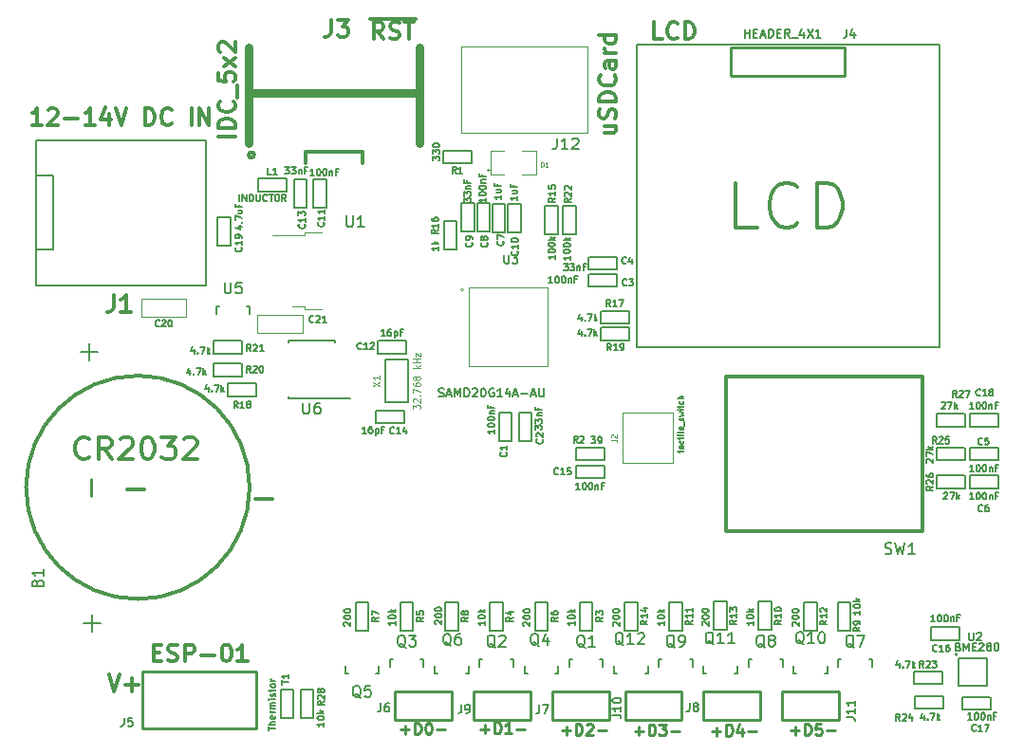
<source format=gbr>
G04 #@! TF.FileFunction,Legend,Top*
%FSLAX46Y46*%
G04 Gerber Fmt 4.6, Leading zero omitted, Abs format (unit mm)*
G04 Created by KiCad (PCBNEW 4.0.7) date 06/25/18 12:02:01*
%MOMM*%
%LPD*%
G01*
G04 APERTURE LIST*
%ADD10C,0.100000*%
%ADD11C,0.300000*%
%ADD12C,0.250000*%
%ADD13C,0.200000*%
%ADD14C,0.099060*%
%ADD15C,0.127000*%
%ADD16C,0.200660*%
%ADD17C,0.762000*%
%ADD18C,0.254000*%
%ADD19C,0.120000*%
%ADD20C,0.150000*%
%ADD21C,0.050800*%
%ADD22C,0.093980*%
%ADD23C,0.304800*%
%ADD24C,0.190500*%
%ADD25C,0.175000*%
%ADD26C,0.170000*%
%ADD27C,0.112500*%
G04 APERTURE END LIST*
D10*
D11*
X117588095Y-99662857D02*
X119111905Y-99662857D01*
X128938095Y-100562857D02*
X130461905Y-100562857D01*
X115901429Y-116218571D02*
X116401429Y-117718571D01*
X116901429Y-116218571D01*
X117401429Y-117147143D02*
X118544286Y-117147143D01*
X117972857Y-117718571D02*
X117972857Y-116575714D01*
X160168571Y-67224285D02*
X161168571Y-67224285D01*
X160168571Y-67867142D02*
X160954286Y-67867142D01*
X161097143Y-67795714D01*
X161168571Y-67652856D01*
X161168571Y-67438571D01*
X161097143Y-67295714D01*
X161025714Y-67224285D01*
X161097143Y-66581428D02*
X161168571Y-66367142D01*
X161168571Y-66009999D01*
X161097143Y-65867142D01*
X161025714Y-65795713D01*
X160882857Y-65724285D01*
X160740000Y-65724285D01*
X160597143Y-65795713D01*
X160525714Y-65867142D01*
X160454286Y-66009999D01*
X160382857Y-66295713D01*
X160311429Y-66438571D01*
X160240000Y-66509999D01*
X160097143Y-66581428D01*
X159954286Y-66581428D01*
X159811429Y-66509999D01*
X159740000Y-66438571D01*
X159668571Y-66295713D01*
X159668571Y-65938571D01*
X159740000Y-65724285D01*
X161168571Y-65081428D02*
X159668571Y-65081428D01*
X159668571Y-64724285D01*
X159740000Y-64510000D01*
X159882857Y-64367142D01*
X160025714Y-64295714D01*
X160311429Y-64224285D01*
X160525714Y-64224285D01*
X160811429Y-64295714D01*
X160954286Y-64367142D01*
X161097143Y-64510000D01*
X161168571Y-64724285D01*
X161168571Y-65081428D01*
X161025714Y-62724285D02*
X161097143Y-62795714D01*
X161168571Y-63010000D01*
X161168571Y-63152857D01*
X161097143Y-63367142D01*
X160954286Y-63510000D01*
X160811429Y-63581428D01*
X160525714Y-63652857D01*
X160311429Y-63652857D01*
X160025714Y-63581428D01*
X159882857Y-63510000D01*
X159740000Y-63367142D01*
X159668571Y-63152857D01*
X159668571Y-63010000D01*
X159740000Y-62795714D01*
X159811429Y-62724285D01*
X161168571Y-61438571D02*
X160382857Y-61438571D01*
X160240000Y-61510000D01*
X160168571Y-61652857D01*
X160168571Y-61938571D01*
X160240000Y-62081428D01*
X161097143Y-61438571D02*
X161168571Y-61581428D01*
X161168571Y-61938571D01*
X161097143Y-62081428D01*
X160954286Y-62152857D01*
X160811429Y-62152857D01*
X160668571Y-62081428D01*
X160597143Y-61938571D01*
X160597143Y-61581428D01*
X160525714Y-61438571D01*
X161168571Y-60724285D02*
X160168571Y-60724285D01*
X160454286Y-60724285D02*
X160311429Y-60652857D01*
X160240000Y-60581428D01*
X160168571Y-60438571D01*
X160168571Y-60295714D01*
X161168571Y-59152857D02*
X159668571Y-59152857D01*
X161097143Y-59152857D02*
X161168571Y-59295714D01*
X161168571Y-59581428D01*
X161097143Y-59724286D01*
X161025714Y-59795714D01*
X160882857Y-59867143D01*
X160454286Y-59867143D01*
X160311429Y-59795714D01*
X160240000Y-59724286D01*
X160168571Y-59581428D01*
X160168571Y-59295714D01*
X160240000Y-59152857D01*
X140418572Y-59468571D02*
X139918572Y-58754286D01*
X139561429Y-59468571D02*
X139561429Y-57968571D01*
X140132857Y-57968571D01*
X140275715Y-58040000D01*
X140347143Y-58111429D01*
X140418572Y-58254286D01*
X140418572Y-58468571D01*
X140347143Y-58611429D01*
X140275715Y-58682857D01*
X140132857Y-58754286D01*
X139561429Y-58754286D01*
X140990000Y-59397143D02*
X141204286Y-59468571D01*
X141561429Y-59468571D01*
X141704286Y-59397143D01*
X141775715Y-59325714D01*
X141847143Y-59182857D01*
X141847143Y-59040000D01*
X141775715Y-58897143D01*
X141704286Y-58825714D01*
X141561429Y-58754286D01*
X141275715Y-58682857D01*
X141132857Y-58611429D01*
X141061429Y-58540000D01*
X140990000Y-58397143D01*
X140990000Y-58254286D01*
X141061429Y-58111429D01*
X141132857Y-58040000D01*
X141275715Y-57968571D01*
X141632857Y-57968571D01*
X141847143Y-58040000D01*
X142275714Y-57968571D02*
X143132857Y-57968571D01*
X142704286Y-59468571D02*
X142704286Y-57968571D01*
X139204286Y-57710000D02*
X143275714Y-57710000D01*
X114159524Y-96824286D02*
X114064286Y-96919524D01*
X113778571Y-97014762D01*
X113588095Y-97014762D01*
X113302381Y-96919524D01*
X113111905Y-96729048D01*
X113016666Y-96538571D01*
X112921428Y-96157619D01*
X112921428Y-95871905D01*
X113016666Y-95490952D01*
X113111905Y-95300476D01*
X113302381Y-95110000D01*
X113588095Y-95014762D01*
X113778571Y-95014762D01*
X114064286Y-95110000D01*
X114159524Y-95205238D01*
X116159524Y-97014762D02*
X115492857Y-96062381D01*
X115016666Y-97014762D02*
X115016666Y-95014762D01*
X115778571Y-95014762D01*
X115969047Y-95110000D01*
X116064286Y-95205238D01*
X116159524Y-95395714D01*
X116159524Y-95681429D01*
X116064286Y-95871905D01*
X115969047Y-95967143D01*
X115778571Y-96062381D01*
X115016666Y-96062381D01*
X116921428Y-95205238D02*
X117016666Y-95110000D01*
X117207143Y-95014762D01*
X117683333Y-95014762D01*
X117873809Y-95110000D01*
X117969047Y-95205238D01*
X118064286Y-95395714D01*
X118064286Y-95586190D01*
X117969047Y-95871905D01*
X116826190Y-97014762D01*
X118064286Y-97014762D01*
X119302381Y-95014762D02*
X119492857Y-95014762D01*
X119683333Y-95110000D01*
X119778571Y-95205238D01*
X119873809Y-95395714D01*
X119969048Y-95776667D01*
X119969048Y-96252857D01*
X119873809Y-96633810D01*
X119778571Y-96824286D01*
X119683333Y-96919524D01*
X119492857Y-97014762D01*
X119302381Y-97014762D01*
X119111905Y-96919524D01*
X119016667Y-96824286D01*
X118921428Y-96633810D01*
X118826190Y-96252857D01*
X118826190Y-95776667D01*
X118921428Y-95395714D01*
X119016667Y-95205238D01*
X119111905Y-95110000D01*
X119302381Y-95014762D01*
X120635714Y-95014762D02*
X121873810Y-95014762D01*
X121207143Y-95776667D01*
X121492857Y-95776667D01*
X121683333Y-95871905D01*
X121778571Y-95967143D01*
X121873810Y-96157619D01*
X121873810Y-96633810D01*
X121778571Y-96824286D01*
X121683333Y-96919524D01*
X121492857Y-97014762D01*
X120921429Y-97014762D01*
X120730952Y-96919524D01*
X120635714Y-96824286D01*
X122635714Y-95205238D02*
X122730952Y-95110000D01*
X122921429Y-95014762D01*
X123397619Y-95014762D01*
X123588095Y-95110000D01*
X123683333Y-95205238D01*
X123778572Y-95395714D01*
X123778572Y-95586190D01*
X123683333Y-95871905D01*
X122540476Y-97014762D01*
X123778572Y-97014762D01*
D12*
X176753810Y-121221429D02*
X177515715Y-121221429D01*
X177134763Y-121602381D02*
X177134763Y-120840476D01*
X177991905Y-121602381D02*
X177991905Y-120602381D01*
X178230000Y-120602381D01*
X178372858Y-120650000D01*
X178468096Y-120745238D01*
X178515715Y-120840476D01*
X178563334Y-121030952D01*
X178563334Y-121173810D01*
X178515715Y-121364286D01*
X178468096Y-121459524D01*
X178372858Y-121554762D01*
X178230000Y-121602381D01*
X177991905Y-121602381D01*
X179468096Y-120602381D02*
X178991905Y-120602381D01*
X178944286Y-121078571D01*
X178991905Y-121030952D01*
X179087143Y-120983333D01*
X179325239Y-120983333D01*
X179420477Y-121030952D01*
X179468096Y-121078571D01*
X179515715Y-121173810D01*
X179515715Y-121411905D01*
X179468096Y-121507143D01*
X179420477Y-121554762D01*
X179325239Y-121602381D01*
X179087143Y-121602381D01*
X178991905Y-121554762D01*
X178944286Y-121507143D01*
X179944286Y-121221429D02*
X180706191Y-121221429D01*
X169743810Y-121281429D02*
X170505715Y-121281429D01*
X170124763Y-121662381D02*
X170124763Y-120900476D01*
X170981905Y-121662381D02*
X170981905Y-120662381D01*
X171220000Y-120662381D01*
X171362858Y-120710000D01*
X171458096Y-120805238D01*
X171505715Y-120900476D01*
X171553334Y-121090952D01*
X171553334Y-121233810D01*
X171505715Y-121424286D01*
X171458096Y-121519524D01*
X171362858Y-121614762D01*
X171220000Y-121662381D01*
X170981905Y-121662381D01*
X172410477Y-120995714D02*
X172410477Y-121662381D01*
X172172381Y-120614762D02*
X171934286Y-121329048D01*
X172553334Y-121329048D01*
X172934286Y-121281429D02*
X173696191Y-121281429D01*
X162843810Y-121271429D02*
X163605715Y-121271429D01*
X163224763Y-121652381D02*
X163224763Y-120890476D01*
X164081905Y-121652381D02*
X164081905Y-120652381D01*
X164320000Y-120652381D01*
X164462858Y-120700000D01*
X164558096Y-120795238D01*
X164605715Y-120890476D01*
X164653334Y-121080952D01*
X164653334Y-121223810D01*
X164605715Y-121414286D01*
X164558096Y-121509524D01*
X164462858Y-121604762D01*
X164320000Y-121652381D01*
X164081905Y-121652381D01*
X164986667Y-120652381D02*
X165605715Y-120652381D01*
X165272381Y-121033333D01*
X165415239Y-121033333D01*
X165510477Y-121080952D01*
X165558096Y-121128571D01*
X165605715Y-121223810D01*
X165605715Y-121461905D01*
X165558096Y-121557143D01*
X165510477Y-121604762D01*
X165415239Y-121652381D01*
X165129524Y-121652381D01*
X165034286Y-121604762D01*
X164986667Y-121557143D01*
X166034286Y-121271429D02*
X166796191Y-121271429D01*
X156333810Y-121221429D02*
X157095715Y-121221429D01*
X156714763Y-121602381D02*
X156714763Y-120840476D01*
X157571905Y-121602381D02*
X157571905Y-120602381D01*
X157810000Y-120602381D01*
X157952858Y-120650000D01*
X158048096Y-120745238D01*
X158095715Y-120840476D01*
X158143334Y-121030952D01*
X158143334Y-121173810D01*
X158095715Y-121364286D01*
X158048096Y-121459524D01*
X157952858Y-121554762D01*
X157810000Y-121602381D01*
X157571905Y-121602381D01*
X158524286Y-120697619D02*
X158571905Y-120650000D01*
X158667143Y-120602381D01*
X158905239Y-120602381D01*
X159000477Y-120650000D01*
X159048096Y-120697619D01*
X159095715Y-120792857D01*
X159095715Y-120888095D01*
X159048096Y-121030952D01*
X158476667Y-121602381D01*
X159095715Y-121602381D01*
X159524286Y-121221429D02*
X160286191Y-121221429D01*
X149083810Y-121081429D02*
X149845715Y-121081429D01*
X149464763Y-121462381D02*
X149464763Y-120700476D01*
X150321905Y-121462381D02*
X150321905Y-120462381D01*
X150560000Y-120462381D01*
X150702858Y-120510000D01*
X150798096Y-120605238D01*
X150845715Y-120700476D01*
X150893334Y-120890952D01*
X150893334Y-121033810D01*
X150845715Y-121224286D01*
X150798096Y-121319524D01*
X150702858Y-121414762D01*
X150560000Y-121462381D01*
X150321905Y-121462381D01*
X151845715Y-121462381D02*
X151274286Y-121462381D01*
X151560000Y-121462381D02*
X151560000Y-120462381D01*
X151464762Y-120605238D01*
X151369524Y-120700476D01*
X151274286Y-120748095D01*
X152274286Y-121081429D02*
X153036191Y-121081429D01*
X141963810Y-121141429D02*
X142725715Y-121141429D01*
X142344763Y-121522381D02*
X142344763Y-120760476D01*
X143201905Y-121522381D02*
X143201905Y-120522381D01*
X143440000Y-120522381D01*
X143582858Y-120570000D01*
X143678096Y-120665238D01*
X143725715Y-120760476D01*
X143773334Y-120950952D01*
X143773334Y-121093810D01*
X143725715Y-121284286D01*
X143678096Y-121379524D01*
X143582858Y-121474762D01*
X143440000Y-121522381D01*
X143201905Y-121522381D01*
X144392381Y-120522381D02*
X144487620Y-120522381D01*
X144582858Y-120570000D01*
X144630477Y-120617619D01*
X144678096Y-120712857D01*
X144725715Y-120903333D01*
X144725715Y-121141429D01*
X144678096Y-121331905D01*
X144630477Y-121427143D01*
X144582858Y-121474762D01*
X144487620Y-121522381D01*
X144392381Y-121522381D01*
X144297143Y-121474762D01*
X144249524Y-121427143D01*
X144201905Y-121331905D01*
X144154286Y-121141429D01*
X144154286Y-120903333D01*
X144201905Y-120712857D01*
X144249524Y-120617619D01*
X144297143Y-120570000D01*
X144392381Y-120522381D01*
X145154286Y-121141429D02*
X145916191Y-121141429D01*
D11*
X119907144Y-114252857D02*
X120407144Y-114252857D01*
X120621430Y-115038571D02*
X119907144Y-115038571D01*
X119907144Y-113538571D01*
X120621430Y-113538571D01*
X121192858Y-114967143D02*
X121407144Y-115038571D01*
X121764287Y-115038571D01*
X121907144Y-114967143D01*
X121978573Y-114895714D01*
X122050001Y-114752857D01*
X122050001Y-114610000D01*
X121978573Y-114467143D01*
X121907144Y-114395714D01*
X121764287Y-114324286D01*
X121478573Y-114252857D01*
X121335715Y-114181429D01*
X121264287Y-114110000D01*
X121192858Y-113967143D01*
X121192858Y-113824286D01*
X121264287Y-113681429D01*
X121335715Y-113610000D01*
X121478573Y-113538571D01*
X121835715Y-113538571D01*
X122050001Y-113610000D01*
X122692858Y-115038571D02*
X122692858Y-113538571D01*
X123264286Y-113538571D01*
X123407144Y-113610000D01*
X123478572Y-113681429D01*
X123550001Y-113824286D01*
X123550001Y-114038571D01*
X123478572Y-114181429D01*
X123407144Y-114252857D01*
X123264286Y-114324286D01*
X122692858Y-114324286D01*
X124192858Y-114467143D02*
X125335715Y-114467143D01*
X126335715Y-113538571D02*
X126478572Y-113538571D01*
X126621429Y-113610000D01*
X126692858Y-113681429D01*
X126764287Y-113824286D01*
X126835715Y-114110000D01*
X126835715Y-114467143D01*
X126764287Y-114752857D01*
X126692858Y-114895714D01*
X126621429Y-114967143D01*
X126478572Y-115038571D01*
X126335715Y-115038571D01*
X126192858Y-114967143D01*
X126121429Y-114895714D01*
X126050001Y-114752857D01*
X125978572Y-114467143D01*
X125978572Y-114110000D01*
X126050001Y-113824286D01*
X126121429Y-113681429D01*
X126192858Y-113610000D01*
X126335715Y-113538571D01*
X128264286Y-115038571D02*
X127407143Y-115038571D01*
X127835715Y-115038571D02*
X127835715Y-113538571D01*
X127692858Y-113752857D01*
X127550000Y-113895714D01*
X127407143Y-113967143D01*
X165294286Y-59488571D02*
X164580000Y-59488571D01*
X164580000Y-57988571D01*
X166651429Y-59345714D02*
X166580000Y-59417143D01*
X166365714Y-59488571D01*
X166222857Y-59488571D01*
X166008572Y-59417143D01*
X165865714Y-59274286D01*
X165794286Y-59131429D01*
X165722857Y-58845714D01*
X165722857Y-58631429D01*
X165794286Y-58345714D01*
X165865714Y-58202857D01*
X166008572Y-58060000D01*
X166222857Y-57988571D01*
X166365714Y-57988571D01*
X166580000Y-58060000D01*
X166651429Y-58131429D01*
X167294286Y-59488571D02*
X167294286Y-57988571D01*
X167651429Y-57988571D01*
X167865714Y-58060000D01*
X168008572Y-58202857D01*
X168080000Y-58345714D01*
X168151429Y-58631429D01*
X168151429Y-58845714D01*
X168080000Y-59131429D01*
X168008572Y-59274286D01*
X167865714Y-59417143D01*
X167651429Y-59488571D01*
X167294286Y-59488571D01*
X173738096Y-76309524D02*
X171833334Y-76309524D01*
X171833334Y-72309524D01*
X177357143Y-75928571D02*
X177166667Y-76119048D01*
X176595238Y-76309524D01*
X176214286Y-76309524D01*
X175642858Y-76119048D01*
X175261905Y-75738095D01*
X175071429Y-75357143D01*
X174880953Y-74595238D01*
X174880953Y-74023810D01*
X175071429Y-73261905D01*
X175261905Y-72880952D01*
X175642858Y-72500000D01*
X176214286Y-72309524D01*
X176595238Y-72309524D01*
X177166667Y-72500000D01*
X177357143Y-72690476D01*
X179071429Y-76309524D02*
X179071429Y-72309524D01*
X180023810Y-72309524D01*
X180595238Y-72500000D01*
X180976191Y-72880952D01*
X181166667Y-73261905D01*
X181357143Y-74023810D01*
X181357143Y-74595238D01*
X181166667Y-75357143D01*
X180976191Y-75738095D01*
X180595238Y-76119048D01*
X180023810Y-76309524D01*
X179071429Y-76309524D01*
D13*
X190000000Y-87000000D02*
X190000000Y-60000000D01*
X163000000Y-87000000D02*
X190000000Y-87000000D01*
X163000000Y-60000000D02*
X163000000Y-87000000D01*
X163000000Y-60000000D02*
X190000000Y-60000000D01*
D11*
X109928572Y-67178571D02*
X109071429Y-67178571D01*
X109500001Y-67178571D02*
X109500001Y-65678571D01*
X109357144Y-65892857D01*
X109214286Y-66035714D01*
X109071429Y-66107143D01*
X110500000Y-65821429D02*
X110571429Y-65750000D01*
X110714286Y-65678571D01*
X111071429Y-65678571D01*
X111214286Y-65750000D01*
X111285715Y-65821429D01*
X111357143Y-65964286D01*
X111357143Y-66107143D01*
X111285715Y-66321429D01*
X110428572Y-67178571D01*
X111357143Y-67178571D01*
X112000000Y-66607143D02*
X113142857Y-66607143D01*
X114642857Y-67178571D02*
X113785714Y-67178571D01*
X114214286Y-67178571D02*
X114214286Y-65678571D01*
X114071429Y-65892857D01*
X113928571Y-66035714D01*
X113785714Y-66107143D01*
X115928571Y-66178571D02*
X115928571Y-67178571D01*
X115571428Y-65607143D02*
X115214285Y-66678571D01*
X116142857Y-66678571D01*
X116499999Y-65678571D02*
X116999999Y-67178571D01*
X117499999Y-65678571D01*
X119142856Y-67178571D02*
X119142856Y-65678571D01*
X119499999Y-65678571D01*
X119714284Y-65750000D01*
X119857142Y-65892857D01*
X119928570Y-66035714D01*
X119999999Y-66321429D01*
X119999999Y-66535714D01*
X119928570Y-66821429D01*
X119857142Y-66964286D01*
X119714284Y-67107143D01*
X119499999Y-67178571D01*
X119142856Y-67178571D01*
X121499999Y-67035714D02*
X121428570Y-67107143D01*
X121214284Y-67178571D01*
X121071427Y-67178571D01*
X120857142Y-67107143D01*
X120714284Y-66964286D01*
X120642856Y-66821429D01*
X120571427Y-66535714D01*
X120571427Y-66321429D01*
X120642856Y-66035714D01*
X120714284Y-65892857D01*
X120857142Y-65750000D01*
X121071427Y-65678571D01*
X121214284Y-65678571D01*
X121428570Y-65750000D01*
X121499999Y-65821429D01*
X123285713Y-67178571D02*
X123285713Y-65678571D01*
X123999999Y-67178571D02*
X123999999Y-65678571D01*
X124857142Y-67178571D01*
X124857142Y-65678571D01*
D10*
X149660000Y-71150000D02*
X149860000Y-71150000D01*
X149760000Y-71040000D02*
X149760000Y-71240000D01*
D14*
X151200000Y-71557560D02*
X150000000Y-71557560D01*
X149948160Y-71550000D02*
X149948160Y-69450000D01*
X150000000Y-69447040D02*
X151200000Y-69447040D01*
X152800000Y-69441960D02*
X154000000Y-69441960D01*
X154046760Y-69450000D02*
X154046760Y-71550000D01*
X154000000Y-71557880D02*
X152800000Y-71557880D01*
D15*
X109400000Y-78300000D02*
X110950000Y-78300000D01*
X110950000Y-78300000D02*
X110950000Y-71700000D01*
X110950000Y-71700000D02*
X109425000Y-71700000D01*
D16*
X124599680Y-81502400D02*
X109400320Y-81502400D01*
X109400320Y-81502400D02*
X109400320Y-68497600D01*
X109400320Y-68497600D02*
X124599680Y-68497600D01*
X124599680Y-68497600D02*
X124599680Y-81502400D01*
D11*
X133460000Y-70596000D02*
X133460000Y-69580000D01*
X133460000Y-69580000D02*
X138540000Y-69580000D01*
X138540000Y-69580000D02*
X138540000Y-70596000D01*
X128888000Y-69834000D02*
G75*
G03X128888000Y-69834000I-254000J0D01*
G01*
D17*
X143620000Y-60200000D02*
X143620000Y-68800000D01*
X128380000Y-68800000D02*
X128380000Y-60200000D01*
X128380000Y-64264000D02*
X143620000Y-64264000D01*
D18*
X181580000Y-60230000D02*
X171420000Y-60230000D01*
X181580000Y-60230000D02*
X181580000Y-62770000D01*
X181580000Y-62785240D02*
X171420000Y-62785240D01*
X171420000Y-62785240D02*
X171420000Y-60224920D01*
X118920000Y-121040000D02*
X129080000Y-121040000D01*
X118920000Y-121040000D02*
X118920000Y-115960000D01*
X118920000Y-115944760D02*
X129080000Y-115944760D01*
X129080000Y-115960000D02*
X129080000Y-121040000D01*
X146500000Y-117730000D02*
X141500000Y-117730000D01*
X146520000Y-117730000D02*
X146520000Y-120270000D01*
X146500000Y-120285240D02*
X141500000Y-120285240D01*
X141464760Y-120285240D02*
X141464760Y-117724920D01*
X160500000Y-117730000D02*
X155500000Y-117730000D01*
X160520000Y-117730000D02*
X160520000Y-120270000D01*
X160500000Y-120285240D02*
X155500000Y-120285240D01*
X155464760Y-120285240D02*
X155464760Y-117724920D01*
X174000000Y-117730000D02*
X169000000Y-117730000D01*
X174020000Y-117730000D02*
X174020000Y-120270000D01*
X174000000Y-120285240D02*
X169000000Y-120285240D01*
X168964760Y-120285240D02*
X168964760Y-117724920D01*
X153500000Y-117730000D02*
X148500000Y-117730000D01*
X153520000Y-117730000D02*
X153520000Y-120270000D01*
X153500000Y-120285240D02*
X148500000Y-120285240D01*
X148464760Y-120285240D02*
X148464760Y-117724920D01*
X167000000Y-117730000D02*
X162000000Y-117730000D01*
X167020000Y-117730000D02*
X167020000Y-120270000D01*
X167000000Y-120285240D02*
X162000000Y-120285240D01*
X161964760Y-120285240D02*
X161964760Y-117724920D01*
X181000000Y-117730000D02*
X176000000Y-117730000D01*
X181020000Y-117730000D02*
X181020000Y-120270000D01*
X181000000Y-120285240D02*
X176000000Y-120285240D01*
X175964760Y-120285240D02*
X175964760Y-117724920D01*
D19*
X158650000Y-67830000D02*
X147350000Y-67830000D01*
X147350000Y-60170000D02*
X158650000Y-60170000D01*
X147350000Y-67830000D02*
X147350000Y-60170000D01*
X158650000Y-67830000D02*
X158650000Y-60170000D01*
D15*
X129230000Y-71930000D02*
X129230000Y-73070000D01*
X131770000Y-71930000D02*
X131770000Y-73070000D01*
X129250000Y-71930000D02*
X131750000Y-71930000D01*
X131750000Y-73070000D02*
X129250000Y-73070000D01*
D20*
X159799160Y-114849760D02*
X159750900Y-114849760D01*
X157000180Y-115550800D02*
X157000180Y-114849760D01*
X157000180Y-114849760D02*
X157249100Y-114849760D01*
X159799160Y-114849760D02*
X159999820Y-114849760D01*
X159999820Y-114849760D02*
X159999820Y-115550800D01*
X151799160Y-114849760D02*
X151750900Y-114849760D01*
X149000180Y-115550800D02*
X149000180Y-114849760D01*
X149000180Y-114849760D02*
X149249100Y-114849760D01*
X151799160Y-114849760D02*
X151999820Y-114849760D01*
X151999820Y-114849760D02*
X151999820Y-115550800D01*
X143799160Y-114849760D02*
X143750900Y-114849760D01*
X141000180Y-115550800D02*
X141000180Y-114849760D01*
X141000180Y-114849760D02*
X141249100Y-114849760D01*
X143799160Y-114849760D02*
X143999820Y-114849760D01*
X143999820Y-114849760D02*
X143999820Y-115550800D01*
X153200840Y-116150240D02*
X153249100Y-116150240D01*
X155999820Y-115449200D02*
X155999820Y-116150240D01*
X155999820Y-116150240D02*
X155750900Y-116150240D01*
X153200840Y-116150240D02*
X153000180Y-116150240D01*
X153000180Y-116150240D02*
X153000180Y-115449200D01*
X137200840Y-116150240D02*
X137249100Y-116150240D01*
X139999820Y-115449200D02*
X139999820Y-116150240D01*
X139999820Y-116150240D02*
X139750900Y-116150240D01*
X137200840Y-116150240D02*
X137000180Y-116150240D01*
X137000180Y-116150240D02*
X137000180Y-115449200D01*
X145200840Y-116150240D02*
X145249100Y-116150240D01*
X147999820Y-115449200D02*
X147999820Y-116150240D01*
X147999820Y-116150240D02*
X147750900Y-116150240D01*
X145200840Y-116150240D02*
X145000180Y-116150240D01*
X145000180Y-116150240D02*
X145000180Y-115449200D01*
X183799160Y-114849760D02*
X183750900Y-114849760D01*
X181000180Y-115550800D02*
X181000180Y-114849760D01*
X181000180Y-114849760D02*
X181249100Y-114849760D01*
X183799160Y-114849760D02*
X183999820Y-114849760D01*
X183999820Y-114849760D02*
X183999820Y-115550800D01*
X175824160Y-114849760D02*
X175775900Y-114849760D01*
X173025180Y-115550800D02*
X173025180Y-114849760D01*
X173025180Y-114849760D02*
X173274100Y-114849760D01*
X175824160Y-114849760D02*
X176024820Y-114849760D01*
X176024820Y-114849760D02*
X176024820Y-115550800D01*
X167799160Y-114849760D02*
X167750900Y-114849760D01*
X165000180Y-115550800D02*
X165000180Y-114849760D01*
X165000180Y-114849760D02*
X165249100Y-114849760D01*
X167799160Y-114849760D02*
X167999820Y-114849760D01*
X167999820Y-114849760D02*
X167999820Y-115550800D01*
X177200840Y-116150240D02*
X177249100Y-116150240D01*
X179999820Y-115449200D02*
X179999820Y-116150240D01*
X179999820Y-116150240D02*
X179750900Y-116150240D01*
X177200840Y-116150240D02*
X177000180Y-116150240D01*
X177000180Y-116150240D02*
X177000180Y-115449200D01*
X169150840Y-116150240D02*
X169199100Y-116150240D01*
X171949820Y-115449200D02*
X171949820Y-116150240D01*
X171949820Y-116150240D02*
X171700900Y-116150240D01*
X169150840Y-116150240D02*
X168950180Y-116150240D01*
X168950180Y-116150240D02*
X168950180Y-115449200D01*
X161200840Y-116150240D02*
X161249100Y-116150240D01*
X163999820Y-115449200D02*
X163999820Y-116150240D01*
X163999820Y-116150240D02*
X163750900Y-116150240D01*
X161200840Y-116150240D02*
X161000180Y-116150240D01*
X161000180Y-116150240D02*
X161000180Y-115449200D01*
D15*
X148270000Y-70570000D02*
X148270000Y-69430000D01*
X145730000Y-70570000D02*
X145730000Y-69430000D01*
X148250000Y-70570000D02*
X145750000Y-70570000D01*
X145750000Y-69430000D02*
X148250000Y-69430000D01*
X159070000Y-109730000D02*
X157930000Y-109730000D01*
X159070000Y-112270000D02*
X157930000Y-112270000D01*
X159070000Y-109750000D02*
X159070000Y-112250000D01*
X157930000Y-112250000D02*
X157930000Y-109750000D01*
X151070000Y-109730000D02*
X149930000Y-109730000D01*
X151070000Y-112270000D02*
X149930000Y-112270000D01*
X151070000Y-109750000D02*
X151070000Y-112250000D01*
X149930000Y-112250000D02*
X149930000Y-109750000D01*
X143070000Y-109730000D02*
X141930000Y-109730000D01*
X143070000Y-112270000D02*
X141930000Y-112270000D01*
X143070000Y-109750000D02*
X143070000Y-112250000D01*
X141930000Y-112250000D02*
X141930000Y-109750000D01*
X155070000Y-109730000D02*
X153930000Y-109730000D01*
X155070000Y-112270000D02*
X153930000Y-112270000D01*
X155070000Y-109750000D02*
X155070000Y-112250000D01*
X153930000Y-112250000D02*
X153930000Y-109750000D01*
X139070000Y-109730000D02*
X137930000Y-109730000D01*
X139070000Y-112270000D02*
X137930000Y-112270000D01*
X139070000Y-109750000D02*
X139070000Y-112250000D01*
X137930000Y-112250000D02*
X137930000Y-109750000D01*
X147070000Y-109730000D02*
X145930000Y-109730000D01*
X147070000Y-112270000D02*
X145930000Y-112270000D01*
X147070000Y-109750000D02*
X147070000Y-112250000D01*
X145930000Y-112250000D02*
X145930000Y-109750000D01*
X182070000Y-109730000D02*
X180930000Y-109730000D01*
X182070000Y-112270000D02*
X180930000Y-112270000D01*
X182070000Y-109750000D02*
X182070000Y-112250000D01*
X180930000Y-112250000D02*
X180930000Y-109750000D01*
X175020000Y-109705000D02*
X173880000Y-109705000D01*
X175020000Y-112245000D02*
X173880000Y-112245000D01*
X175020000Y-109725000D02*
X175020000Y-112225000D01*
X173880000Y-112225000D02*
X173880000Y-109725000D01*
X167070000Y-109730000D02*
X165930000Y-109730000D01*
X167070000Y-112270000D02*
X165930000Y-112270000D01*
X167070000Y-109750000D02*
X167070000Y-112250000D01*
X165930000Y-112250000D02*
X165930000Y-109750000D01*
X179070000Y-109730000D02*
X177930000Y-109730000D01*
X179070000Y-112270000D02*
X177930000Y-112270000D01*
X179070000Y-109750000D02*
X179070000Y-112250000D01*
X177930000Y-112250000D02*
X177930000Y-109750000D01*
X171020000Y-109705000D02*
X169880000Y-109705000D01*
X171020000Y-112245000D02*
X169880000Y-112245000D01*
X171020000Y-109725000D02*
X171020000Y-112225000D01*
X169880000Y-112225000D02*
X169880000Y-109725000D01*
X163070000Y-109730000D02*
X161930000Y-109730000D01*
X163070000Y-112270000D02*
X161930000Y-112270000D01*
X163070000Y-109750000D02*
X163070000Y-112250000D01*
X161930000Y-112250000D02*
X161930000Y-109750000D01*
D11*
X171000000Y-103400000D02*
X171000000Y-89600000D01*
X171000000Y-89600000D02*
X188500000Y-89600000D01*
X188500000Y-89700000D02*
X188500000Y-103400000D01*
X188500000Y-103400000D02*
X171000000Y-103400000D01*
D15*
X132370000Y-117530000D02*
X131230000Y-117530000D01*
X132370000Y-120070000D02*
X131230000Y-120070000D01*
X132370000Y-117550000D02*
X132370000Y-120050000D01*
X131230000Y-120050000D02*
X131230000Y-117550000D01*
D19*
X134870000Y-76740000D02*
X133370000Y-76740000D01*
X133370000Y-76740000D02*
X133370000Y-77010000D01*
X133370000Y-77010000D02*
X130540000Y-77010000D01*
X134870000Y-83640000D02*
X133370000Y-83640000D01*
X133370000Y-83640000D02*
X133370000Y-83370000D01*
X133370000Y-83370000D02*
X132270000Y-83370000D01*
D20*
X191600000Y-114400000D02*
G75*
G03X191600000Y-114400000I-100000J0D01*
G01*
D16*
X194250000Y-114750000D02*
X194250000Y-117250000D01*
X194250000Y-117250000D02*
X191750000Y-117250000D01*
X191750000Y-114750000D02*
X191750000Y-117250000D01*
X191750000Y-114750000D02*
X194250000Y-114750000D01*
D14*
X148070000Y-81670000D02*
X155070000Y-81670000D01*
X155070000Y-81670000D02*
X155070000Y-88670000D01*
X155070000Y-88670000D02*
X148070000Y-88670000D01*
X148070000Y-88670000D02*
X148070000Y-81670000D01*
X147558023Y-81850920D02*
G75*
G03X147558023Y-81850920I-136783J0D01*
G01*
D20*
X128299160Y-83349760D02*
X128250900Y-83349760D01*
X125500180Y-84050800D02*
X125500180Y-83349760D01*
X125500180Y-83349760D02*
X125749100Y-83349760D01*
X128299160Y-83349760D02*
X128499820Y-83349760D01*
X128499820Y-83349760D02*
X128499820Y-84050800D01*
X136075000Y-91575000D02*
X136075000Y-91525000D01*
X131925000Y-91575000D02*
X131925000Y-91430000D01*
X131925000Y-86425000D02*
X131925000Y-86570000D01*
X136075000Y-86425000D02*
X136075000Y-86570000D01*
X136075000Y-91575000D02*
X131925000Y-91575000D01*
X136075000Y-86425000D02*
X131925000Y-86425000D01*
X136075000Y-91525000D02*
X137475000Y-91525000D01*
X140550000Y-91900000D02*
X140550000Y-88100000D01*
X140550000Y-88100000D02*
X142650000Y-88100000D01*
X142650000Y-88100000D02*
X142650000Y-91900000D01*
X142650000Y-91900000D02*
X140550000Y-91900000D01*
D15*
X157580000Y-95930000D02*
X157580000Y-97070000D01*
X160120000Y-95930000D02*
X160120000Y-97070000D01*
X157600000Y-95930000D02*
X160100000Y-95930000D01*
X160100000Y-97070000D02*
X157600000Y-97070000D01*
X155970000Y-74330000D02*
X154830000Y-74330000D01*
X155970000Y-76870000D02*
X154830000Y-76870000D01*
X155970000Y-74350000D02*
X155970000Y-76850000D01*
X154830000Y-76850000D02*
X154830000Y-74350000D01*
X146970000Y-75730000D02*
X145830000Y-75730000D01*
X146970000Y-78270000D02*
X145830000Y-78270000D01*
X146970000Y-75750000D02*
X146970000Y-78250000D01*
X145830000Y-78250000D02*
X145830000Y-75750000D01*
X162370000Y-84870000D02*
X162370000Y-83730000D01*
X159830000Y-84870000D02*
X159830000Y-83730000D01*
X162350000Y-84870000D02*
X159850000Y-84870000D01*
X159850000Y-83730000D02*
X162350000Y-83730000D01*
X126530000Y-90230000D02*
X126530000Y-91370000D01*
X129070000Y-90230000D02*
X129070000Y-91370000D01*
X126550000Y-90230000D02*
X129050000Y-90230000D01*
X129050000Y-91370000D02*
X126550000Y-91370000D01*
X162370000Y-86370000D02*
X162370000Y-85230000D01*
X159830000Y-86370000D02*
X159830000Y-85230000D01*
X162350000Y-86370000D02*
X159850000Y-86370000D01*
X159850000Y-85230000D02*
X162350000Y-85230000D01*
X125230000Y-88430000D02*
X125230000Y-89570000D01*
X127770000Y-88430000D02*
X127770000Y-89570000D01*
X125250000Y-88430000D02*
X127750000Y-88430000D01*
X127750000Y-89570000D02*
X125250000Y-89570000D01*
X125230000Y-86430000D02*
X125230000Y-87570000D01*
X127770000Y-86430000D02*
X127770000Y-87570000D01*
X125250000Y-86430000D02*
X127750000Y-86430000D01*
X127750000Y-87570000D02*
X125250000Y-87570000D01*
X157570000Y-74330000D02*
X156430000Y-74330000D01*
X157570000Y-76870000D02*
X156430000Y-76870000D01*
X157570000Y-74350000D02*
X157570000Y-76850000D01*
X156430000Y-76850000D02*
X156430000Y-74350000D01*
X187730000Y-115930000D02*
X187730000Y-117070000D01*
X190270000Y-115930000D02*
X190270000Y-117070000D01*
X187750000Y-115930000D02*
X190250000Y-115930000D01*
X190250000Y-117070000D02*
X187750000Y-117070000D01*
X187830000Y-118130000D02*
X187830000Y-119270000D01*
X190370000Y-118130000D02*
X190370000Y-119270000D01*
X187850000Y-118130000D02*
X190350000Y-118130000D01*
X190350000Y-119270000D02*
X187850000Y-119270000D01*
D11*
X128470206Y-99500000D02*
G75*
G03X128470206Y-99500000I-9970206J0D01*
G01*
D15*
X189730000Y-95930000D02*
X189730000Y-97070000D01*
X192270000Y-95930000D02*
X192270000Y-97070000D01*
X189750000Y-95930000D02*
X192250000Y-95930000D01*
X192250000Y-97070000D02*
X189750000Y-97070000D01*
X189730000Y-98430000D02*
X189730000Y-99570000D01*
X192270000Y-98430000D02*
X192270000Y-99570000D01*
X189750000Y-98430000D02*
X192250000Y-98430000D01*
X192250000Y-99570000D02*
X189750000Y-99570000D01*
X192270000Y-94070000D02*
X192270000Y-92930000D01*
X189730000Y-94070000D02*
X189730000Y-92930000D01*
X192250000Y-94070000D02*
X189750000Y-94070000D01*
X189750000Y-92930000D02*
X192250000Y-92930000D01*
X134170000Y-117530000D02*
X133030000Y-117530000D01*
X134170000Y-120070000D02*
X133030000Y-120070000D01*
X134170000Y-117550000D02*
X134170000Y-120050000D01*
X133030000Y-120050000D02*
X133030000Y-117550000D01*
X192750000Y-92930000D02*
X195250000Y-92930000D01*
X195270000Y-92930000D02*
X195270000Y-94070000D01*
X195250000Y-94070000D02*
X192750000Y-94070000D01*
X192730000Y-94070000D02*
X192730000Y-92930000D01*
X192750000Y-98430000D02*
X195250000Y-98430000D01*
X195270000Y-98430000D02*
X195270000Y-99570000D01*
X195250000Y-99570000D02*
X192750000Y-99570000D01*
X192730000Y-99570000D02*
X192730000Y-98430000D01*
X192750000Y-95930000D02*
X195250000Y-95930000D01*
X195270000Y-95930000D02*
X195270000Y-97070000D01*
X195250000Y-97070000D02*
X192750000Y-97070000D01*
X192730000Y-97070000D02*
X192730000Y-95930000D01*
X192050000Y-118230000D02*
X194550000Y-118230000D01*
X194570000Y-118230000D02*
X194570000Y-119370000D01*
X194550000Y-119370000D02*
X192050000Y-119370000D01*
X192030000Y-119370000D02*
X192030000Y-118230000D01*
X189280000Y-111990000D02*
X191780000Y-111990000D01*
X191800000Y-111990000D02*
X191800000Y-113130000D01*
X191780000Y-113130000D02*
X189280000Y-113130000D01*
X189260000Y-113130000D02*
X189260000Y-111990000D01*
X157600000Y-97555000D02*
X160100000Y-97555000D01*
X160120000Y-97555000D02*
X160120000Y-98695000D01*
X160100000Y-98695000D02*
X157600000Y-98695000D01*
X157580000Y-98695000D02*
X157580000Y-97555000D01*
X142250000Y-93770000D02*
X139750000Y-93770000D01*
X139730000Y-93770000D02*
X139730000Y-92630000D01*
X139750000Y-92630000D02*
X142250000Y-92630000D01*
X142270000Y-92630000D02*
X142270000Y-93770000D01*
X133570000Y-72000000D02*
X133570000Y-74500000D01*
X133570000Y-74520000D02*
X132430000Y-74520000D01*
X132430000Y-74500000D02*
X132430000Y-72000000D01*
X132430000Y-71980000D02*
X133570000Y-71980000D01*
X142450000Y-87570000D02*
X139950000Y-87570000D01*
X139930000Y-87570000D02*
X139930000Y-86430000D01*
X139950000Y-86430000D02*
X142450000Y-86430000D01*
X142470000Y-86430000D02*
X142470000Y-87570000D01*
X135320000Y-72000000D02*
X135320000Y-74500000D01*
X135320000Y-74520000D02*
X134180000Y-74520000D01*
X134180000Y-74500000D02*
X134180000Y-72000000D01*
X134180000Y-71980000D02*
X135320000Y-71980000D01*
X151510000Y-76750000D02*
X151510000Y-74250000D01*
X151510000Y-74230000D02*
X152650000Y-74230000D01*
X152650000Y-74250000D02*
X152650000Y-76750000D01*
X152650000Y-76770000D02*
X151510000Y-76770000D01*
X147360000Y-76640000D02*
X147360000Y-74140000D01*
X147360000Y-74120000D02*
X148500000Y-74120000D01*
X148500000Y-74140000D02*
X148500000Y-76640000D01*
X148500000Y-76660000D02*
X147360000Y-76660000D01*
X148750000Y-76660000D02*
X148750000Y-74160000D01*
X148750000Y-74140000D02*
X149890000Y-74140000D01*
X149890000Y-74160000D02*
X149890000Y-76660000D01*
X149890000Y-76680000D02*
X148750000Y-76680000D01*
X150110000Y-76700000D02*
X150110000Y-74200000D01*
X150110000Y-74180000D02*
X151250000Y-74180000D01*
X151250000Y-74200000D02*
X151250000Y-76700000D01*
X151250000Y-76720000D02*
X150110000Y-76720000D01*
X158750000Y-78930000D02*
X161250000Y-78930000D01*
X161270000Y-78930000D02*
X161270000Y-80070000D01*
X161250000Y-80070000D02*
X158750000Y-80070000D01*
X158730000Y-80070000D02*
X158730000Y-78930000D01*
X158750000Y-80430000D02*
X161250000Y-80430000D01*
X161270000Y-80430000D02*
X161270000Y-81570000D01*
X161250000Y-81570000D02*
X158750000Y-81570000D01*
X158730000Y-81570000D02*
X158730000Y-80430000D01*
X153645000Y-92825000D02*
X153645000Y-95325000D01*
X153645000Y-95345000D02*
X152505000Y-95345000D01*
X152505000Y-95325000D02*
X152505000Y-92825000D01*
X152505000Y-92805000D02*
X153645000Y-92805000D01*
X151845000Y-92875000D02*
X151845000Y-95375000D01*
X151845000Y-95395000D02*
X150705000Y-95395000D01*
X150705000Y-95375000D02*
X150705000Y-92875000D01*
X150705000Y-92855000D02*
X151845000Y-92855000D01*
D21*
X166250000Y-92850000D02*
X166250000Y-97350000D01*
X161750000Y-92850000D02*
X161750000Y-97350000D01*
X161750000Y-92850000D02*
X166250000Y-92850000D01*
X166250000Y-97350000D02*
X161750000Y-97350000D01*
D15*
X126750000Y-75390000D02*
X126750000Y-77890000D01*
X126750000Y-77910000D02*
X125610000Y-77910000D01*
X125610000Y-77890000D02*
X125610000Y-75390000D01*
X125610000Y-75370000D02*
X126750000Y-75370000D01*
D14*
X118810000Y-82682440D02*
X122810000Y-82682440D01*
X122831840Y-82718000D02*
X122831840Y-84242000D01*
X122810000Y-84302960D02*
X118810000Y-84302960D01*
X118793240Y-84242000D02*
X118793240Y-82718000D01*
X133190000Y-85737560D02*
X129190000Y-85737560D01*
X129168160Y-85702000D02*
X129168160Y-84178000D01*
X129190000Y-84117040D02*
X133190000Y-84117040D01*
X133206760Y-84178000D02*
X133206760Y-85702000D01*
D22*
X154498786Y-70872357D02*
X154498786Y-70491357D01*
X154589501Y-70491357D01*
X154643929Y-70509500D01*
X154680215Y-70545786D01*
X154698358Y-70582071D01*
X154716501Y-70654643D01*
X154716501Y-70709071D01*
X154698358Y-70781643D01*
X154680215Y-70817929D01*
X154643929Y-70854214D01*
X154589501Y-70872357D01*
X154498786Y-70872357D01*
X155079358Y-70872357D02*
X154861643Y-70872357D01*
X154970501Y-70872357D02*
X154970501Y-70491357D01*
X154934215Y-70545786D01*
X154897929Y-70582071D01*
X154861643Y-70600214D01*
D23*
X116334520Y-82323909D02*
X116334520Y-83412480D01*
X116261948Y-83630194D01*
X116116805Y-83775337D01*
X115899091Y-83847909D01*
X115753948Y-83847909D01*
X117858520Y-83847909D02*
X116987663Y-83847909D01*
X117423091Y-83847909D02*
X117423091Y-82323909D01*
X117277948Y-82541623D01*
X117132806Y-82686766D01*
X116987663Y-82759337D01*
X135742000Y-57765429D02*
X135742000Y-58854000D01*
X135669428Y-59071714D01*
X135524285Y-59216857D01*
X135306571Y-59289429D01*
X135161428Y-59289429D01*
X136322571Y-57765429D02*
X137266000Y-57765429D01*
X136758000Y-58346000D01*
X136975714Y-58346000D01*
X137120857Y-58418571D01*
X137193428Y-58491143D01*
X137266000Y-58636286D01*
X137266000Y-58999143D01*
X137193428Y-59144286D01*
X137120857Y-59216857D01*
X136975714Y-59289429D01*
X136540286Y-59289429D01*
X136395143Y-59216857D01*
X136322571Y-59144286D01*
X127189429Y-68172857D02*
X125665429Y-68172857D01*
X127189429Y-67447143D02*
X125665429Y-67447143D01*
X125665429Y-67084286D01*
X125738000Y-66866571D01*
X125883143Y-66721429D01*
X126028286Y-66648857D01*
X126318571Y-66576286D01*
X126536286Y-66576286D01*
X126826571Y-66648857D01*
X126971714Y-66721429D01*
X127116857Y-66866571D01*
X127189429Y-67084286D01*
X127189429Y-67447143D01*
X127044286Y-65052286D02*
X127116857Y-65124857D01*
X127189429Y-65342571D01*
X127189429Y-65487714D01*
X127116857Y-65705429D01*
X126971714Y-65850571D01*
X126826571Y-65923143D01*
X126536286Y-65995714D01*
X126318571Y-65995714D01*
X126028286Y-65923143D01*
X125883143Y-65850571D01*
X125738000Y-65705429D01*
X125665429Y-65487714D01*
X125665429Y-65342571D01*
X125738000Y-65124857D01*
X125810571Y-65052286D01*
X127334571Y-64762000D02*
X127334571Y-63600857D01*
X125665429Y-62512286D02*
X125665429Y-63238000D01*
X126391143Y-63310571D01*
X126318571Y-63238000D01*
X126246000Y-63092857D01*
X126246000Y-62730000D01*
X126318571Y-62584857D01*
X126391143Y-62512286D01*
X126536286Y-62439714D01*
X126899143Y-62439714D01*
X127044286Y-62512286D01*
X127116857Y-62584857D01*
X127189429Y-62730000D01*
X127189429Y-63092857D01*
X127116857Y-63238000D01*
X127044286Y-63310571D01*
X127189429Y-61931714D02*
X126173429Y-61133428D01*
X126173429Y-61931714D02*
X127189429Y-61133428D01*
X125810571Y-60625428D02*
X125738000Y-60552857D01*
X125665429Y-60407714D01*
X125665429Y-60044857D01*
X125738000Y-59899714D01*
X125810571Y-59827143D01*
X125955714Y-59754571D01*
X126100857Y-59754571D01*
X126318571Y-59827143D01*
X127189429Y-60698000D01*
X127189429Y-59754571D01*
D24*
X181746001Y-58582714D02*
X181746001Y-59127000D01*
X181709715Y-59235857D01*
X181637144Y-59308429D01*
X181528287Y-59344714D01*
X181455715Y-59344714D01*
X182435429Y-58836714D02*
X182435429Y-59344714D01*
X182254000Y-58546429D02*
X182072572Y-59090714D01*
X182544286Y-59090714D01*
X172625429Y-59344714D02*
X172625429Y-58582714D01*
X172625429Y-58945571D02*
X173060857Y-58945571D01*
X173060857Y-59344714D02*
X173060857Y-58582714D01*
X173423715Y-58945571D02*
X173677715Y-58945571D01*
X173786572Y-59344714D02*
X173423715Y-59344714D01*
X173423715Y-58582714D01*
X173786572Y-58582714D01*
X174076858Y-59127000D02*
X174439715Y-59127000D01*
X174004286Y-59344714D02*
X174258286Y-58582714D01*
X174512286Y-59344714D01*
X174766287Y-59344714D02*
X174766287Y-58582714D01*
X174947715Y-58582714D01*
X175056572Y-58619000D01*
X175129144Y-58691571D01*
X175165429Y-58764143D01*
X175201715Y-58909286D01*
X175201715Y-59018143D01*
X175165429Y-59163286D01*
X175129144Y-59235857D01*
X175056572Y-59308429D01*
X174947715Y-59344714D01*
X174766287Y-59344714D01*
X175528287Y-58945571D02*
X175782287Y-58945571D01*
X175891144Y-59344714D02*
X175528287Y-59344714D01*
X175528287Y-58582714D01*
X175891144Y-58582714D01*
X176653144Y-59344714D02*
X176399144Y-58981857D01*
X176217716Y-59344714D02*
X176217716Y-58582714D01*
X176508001Y-58582714D01*
X176580573Y-58619000D01*
X176616858Y-58655286D01*
X176653144Y-58727857D01*
X176653144Y-58836714D01*
X176616858Y-58909286D01*
X176580573Y-58945571D01*
X176508001Y-58981857D01*
X176217716Y-58981857D01*
X176798287Y-59417286D02*
X177378858Y-59417286D01*
X177886858Y-58836714D02*
X177886858Y-59344714D01*
X177705429Y-58546429D02*
X177524001Y-59090714D01*
X177995715Y-59090714D01*
X178213429Y-58582714D02*
X178721429Y-59344714D01*
X178721429Y-58582714D02*
X178213429Y-59344714D01*
X179410857Y-59344714D02*
X178975429Y-59344714D01*
X179193143Y-59344714D02*
X179193143Y-58582714D01*
X179120572Y-58691571D01*
X179048000Y-58764143D01*
X178975429Y-58800429D01*
X117276001Y-120062714D02*
X117276001Y-120607000D01*
X117239715Y-120715857D01*
X117167144Y-120788429D01*
X117058287Y-120824714D01*
X116985715Y-120824714D01*
X118001715Y-120062714D02*
X117638858Y-120062714D01*
X117602572Y-120425571D01*
X117638858Y-120389286D01*
X117711429Y-120353000D01*
X117892858Y-120353000D01*
X117965429Y-120389286D01*
X118001715Y-120425571D01*
X118038000Y-120498143D01*
X118038000Y-120679571D01*
X118001715Y-120752143D01*
X117965429Y-120788429D01*
X117892858Y-120824714D01*
X117711429Y-120824714D01*
X117638858Y-120788429D01*
X117602572Y-120752143D01*
X140196001Y-118762714D02*
X140196001Y-119307000D01*
X140159715Y-119415857D01*
X140087144Y-119488429D01*
X139978287Y-119524714D01*
X139905715Y-119524714D01*
X140885429Y-118762714D02*
X140740286Y-118762714D01*
X140667715Y-118799000D01*
X140631429Y-118835286D01*
X140558858Y-118944143D01*
X140522572Y-119089286D01*
X140522572Y-119379571D01*
X140558858Y-119452143D01*
X140595143Y-119488429D01*
X140667715Y-119524714D01*
X140812858Y-119524714D01*
X140885429Y-119488429D01*
X140921715Y-119452143D01*
X140958000Y-119379571D01*
X140958000Y-119198143D01*
X140921715Y-119125571D01*
X140885429Y-119089286D01*
X140812858Y-119053000D01*
X140667715Y-119053000D01*
X140595143Y-119089286D01*
X140558858Y-119125571D01*
X140522572Y-119198143D01*
X154336001Y-118942714D02*
X154336001Y-119487000D01*
X154299715Y-119595857D01*
X154227144Y-119668429D01*
X154118287Y-119704714D01*
X154045715Y-119704714D01*
X154626286Y-118942714D02*
X155134286Y-118942714D01*
X154807715Y-119704714D01*
X167746001Y-118742714D02*
X167746001Y-119287000D01*
X167709715Y-119395857D01*
X167637144Y-119468429D01*
X167528287Y-119504714D01*
X167455715Y-119504714D01*
X168217715Y-119069286D02*
X168145143Y-119033000D01*
X168108858Y-118996714D01*
X168072572Y-118924143D01*
X168072572Y-118887857D01*
X168108858Y-118815286D01*
X168145143Y-118779000D01*
X168217715Y-118742714D01*
X168362858Y-118742714D01*
X168435429Y-118779000D01*
X168471715Y-118815286D01*
X168508000Y-118887857D01*
X168508000Y-118924143D01*
X168471715Y-118996714D01*
X168435429Y-119033000D01*
X168362858Y-119069286D01*
X168217715Y-119069286D01*
X168145143Y-119105571D01*
X168108858Y-119141857D01*
X168072572Y-119214429D01*
X168072572Y-119359571D01*
X168108858Y-119432143D01*
X168145143Y-119468429D01*
X168217715Y-119504714D01*
X168362858Y-119504714D01*
X168435429Y-119468429D01*
X168471715Y-119432143D01*
X168508000Y-119359571D01*
X168508000Y-119214429D01*
X168471715Y-119141857D01*
X168435429Y-119105571D01*
X168362858Y-119069286D01*
X147346001Y-118892714D02*
X147346001Y-119437000D01*
X147309715Y-119545857D01*
X147237144Y-119618429D01*
X147128287Y-119654714D01*
X147055715Y-119654714D01*
X147745143Y-119654714D02*
X147890286Y-119654714D01*
X147962858Y-119618429D01*
X147999143Y-119582143D01*
X148071715Y-119473286D01*
X148108000Y-119328143D01*
X148108000Y-119037857D01*
X148071715Y-118965286D01*
X148035429Y-118929000D01*
X147962858Y-118892714D01*
X147817715Y-118892714D01*
X147745143Y-118929000D01*
X147708858Y-118965286D01*
X147672572Y-119037857D01*
X147672572Y-119219286D01*
X147708858Y-119291857D01*
X147745143Y-119328143D01*
X147817715Y-119364429D01*
X147962858Y-119364429D01*
X148035429Y-119328143D01*
X148071715Y-119291857D01*
X148108000Y-119219286D01*
X160852714Y-119806856D02*
X161397000Y-119806856D01*
X161505857Y-119843142D01*
X161578429Y-119915713D01*
X161614714Y-120024570D01*
X161614714Y-120097142D01*
X161614714Y-119044857D02*
X161614714Y-119480285D01*
X161614714Y-119262571D02*
X160852714Y-119262571D01*
X160961571Y-119335142D01*
X161034143Y-119407714D01*
X161070429Y-119480285D01*
X160852714Y-118573143D02*
X160852714Y-118500571D01*
X160889000Y-118428000D01*
X160925286Y-118391714D01*
X160997857Y-118355428D01*
X161143000Y-118319143D01*
X161324429Y-118319143D01*
X161469571Y-118355428D01*
X161542143Y-118391714D01*
X161578429Y-118428000D01*
X161614714Y-118500571D01*
X161614714Y-118573143D01*
X161578429Y-118645714D01*
X161542143Y-118682000D01*
X161469571Y-118718285D01*
X161324429Y-118754571D01*
X161143000Y-118754571D01*
X160997857Y-118718285D01*
X160925286Y-118682000D01*
X160889000Y-118645714D01*
X160852714Y-118573143D01*
X181712714Y-120036856D02*
X182257000Y-120036856D01*
X182365857Y-120073142D01*
X182438429Y-120145713D01*
X182474714Y-120254570D01*
X182474714Y-120327142D01*
X182474714Y-119274857D02*
X182474714Y-119710285D01*
X182474714Y-119492571D02*
X181712714Y-119492571D01*
X181821571Y-119565142D01*
X181894143Y-119637714D01*
X181930429Y-119710285D01*
X182474714Y-118549143D02*
X182474714Y-118984571D01*
X182474714Y-118766857D02*
X181712714Y-118766857D01*
X181821571Y-118839428D01*
X181894143Y-118912000D01*
X181930429Y-118984571D01*
D20*
X155870477Y-68322381D02*
X155870477Y-69036667D01*
X155822857Y-69179524D01*
X155727619Y-69274762D01*
X155584762Y-69322381D01*
X155489524Y-69322381D01*
X156870477Y-69322381D02*
X156299048Y-69322381D01*
X156584762Y-69322381D02*
X156584762Y-68322381D01*
X156489524Y-68465238D01*
X156394286Y-68560476D01*
X156299048Y-68608095D01*
X157251429Y-68417619D02*
X157299048Y-68370000D01*
X157394286Y-68322381D01*
X157632382Y-68322381D01*
X157727620Y-68370000D01*
X157775239Y-68417619D01*
X157822858Y-68512857D01*
X157822858Y-68608095D01*
X157775239Y-68750952D01*
X157203810Y-69322381D01*
X157822858Y-69322381D01*
X130400000Y-71571429D02*
X130114286Y-71571429D01*
X130114286Y-70971429D01*
X130914286Y-71571429D02*
X130571429Y-71571429D01*
X130742857Y-71571429D02*
X130742857Y-70971429D01*
X130685714Y-71057143D01*
X130628572Y-71114286D01*
X130571429Y-71142857D01*
X127548572Y-73951429D02*
X127548572Y-73351429D01*
X127834286Y-73951429D02*
X127834286Y-73351429D01*
X128177143Y-73951429D01*
X128177143Y-73351429D01*
X128462857Y-73951429D02*
X128462857Y-73351429D01*
X128605714Y-73351429D01*
X128691429Y-73380000D01*
X128748571Y-73437143D01*
X128777143Y-73494286D01*
X128805714Y-73608571D01*
X128805714Y-73694286D01*
X128777143Y-73808571D01*
X128748571Y-73865714D01*
X128691429Y-73922857D01*
X128605714Y-73951429D01*
X128462857Y-73951429D01*
X129062857Y-73351429D02*
X129062857Y-73837143D01*
X129091429Y-73894286D01*
X129120000Y-73922857D01*
X129177143Y-73951429D01*
X129291429Y-73951429D01*
X129348571Y-73922857D01*
X129377143Y-73894286D01*
X129405714Y-73837143D01*
X129405714Y-73351429D01*
X130034285Y-73894286D02*
X130005714Y-73922857D01*
X129920000Y-73951429D01*
X129862857Y-73951429D01*
X129777142Y-73922857D01*
X129720000Y-73865714D01*
X129691428Y-73808571D01*
X129662857Y-73694286D01*
X129662857Y-73608571D01*
X129691428Y-73494286D01*
X129720000Y-73437143D01*
X129777142Y-73380000D01*
X129862857Y-73351429D01*
X129920000Y-73351429D01*
X130005714Y-73380000D01*
X130034285Y-73408571D01*
X130205714Y-73351429D02*
X130548571Y-73351429D01*
X130377142Y-73951429D02*
X130377142Y-73351429D01*
X130862857Y-73351429D02*
X130977143Y-73351429D01*
X131034285Y-73380000D01*
X131091428Y-73437143D01*
X131120000Y-73551429D01*
X131120000Y-73751429D01*
X131091428Y-73865714D01*
X131034285Y-73922857D01*
X130977143Y-73951429D01*
X130862857Y-73951429D01*
X130805714Y-73922857D01*
X130748571Y-73865714D01*
X130720000Y-73751429D01*
X130720000Y-73551429D01*
X130748571Y-73437143D01*
X130805714Y-73380000D01*
X130862857Y-73351429D01*
X131719999Y-73951429D02*
X131519999Y-73665714D01*
X131377142Y-73951429D02*
X131377142Y-73351429D01*
X131605714Y-73351429D01*
X131662856Y-73380000D01*
X131691428Y-73408571D01*
X131719999Y-73465714D01*
X131719999Y-73551429D01*
X131691428Y-73608571D01*
X131662856Y-73637143D01*
X131605714Y-73665714D01*
X131377142Y-73665714D01*
X158404762Y-113797619D02*
X158309524Y-113750000D01*
X158214286Y-113654762D01*
X158071429Y-113511905D01*
X157976190Y-113464286D01*
X157880952Y-113464286D01*
X157928571Y-113702381D02*
X157833333Y-113654762D01*
X157738095Y-113559524D01*
X157690476Y-113369048D01*
X157690476Y-113035714D01*
X157738095Y-112845238D01*
X157833333Y-112750000D01*
X157928571Y-112702381D01*
X158119048Y-112702381D01*
X158214286Y-112750000D01*
X158309524Y-112845238D01*
X158357143Y-113035714D01*
X158357143Y-113369048D01*
X158309524Y-113559524D01*
X158214286Y-113654762D01*
X158119048Y-113702381D01*
X157928571Y-113702381D01*
X159309524Y-113702381D02*
X158738095Y-113702381D01*
X159023809Y-113702381D02*
X159023809Y-112702381D01*
X158928571Y-112845238D01*
X158833333Y-112940476D01*
X158738095Y-112988095D01*
X150404762Y-113797619D02*
X150309524Y-113750000D01*
X150214286Y-113654762D01*
X150071429Y-113511905D01*
X149976190Y-113464286D01*
X149880952Y-113464286D01*
X149928571Y-113702381D02*
X149833333Y-113654762D01*
X149738095Y-113559524D01*
X149690476Y-113369048D01*
X149690476Y-113035714D01*
X149738095Y-112845238D01*
X149833333Y-112750000D01*
X149928571Y-112702381D01*
X150119048Y-112702381D01*
X150214286Y-112750000D01*
X150309524Y-112845238D01*
X150357143Y-113035714D01*
X150357143Y-113369048D01*
X150309524Y-113559524D01*
X150214286Y-113654762D01*
X150119048Y-113702381D01*
X149928571Y-113702381D01*
X150738095Y-112797619D02*
X150785714Y-112750000D01*
X150880952Y-112702381D01*
X151119048Y-112702381D01*
X151214286Y-112750000D01*
X151261905Y-112797619D01*
X151309524Y-112892857D01*
X151309524Y-112988095D01*
X151261905Y-113130952D01*
X150690476Y-113702381D01*
X151309524Y-113702381D01*
X142404762Y-113797619D02*
X142309524Y-113750000D01*
X142214286Y-113654762D01*
X142071429Y-113511905D01*
X141976190Y-113464286D01*
X141880952Y-113464286D01*
X141928571Y-113702381D02*
X141833333Y-113654762D01*
X141738095Y-113559524D01*
X141690476Y-113369048D01*
X141690476Y-113035714D01*
X141738095Y-112845238D01*
X141833333Y-112750000D01*
X141928571Y-112702381D01*
X142119048Y-112702381D01*
X142214286Y-112750000D01*
X142309524Y-112845238D01*
X142357143Y-113035714D01*
X142357143Y-113369048D01*
X142309524Y-113559524D01*
X142214286Y-113654762D01*
X142119048Y-113702381D01*
X141928571Y-113702381D01*
X142690476Y-112702381D02*
X143309524Y-112702381D01*
X142976190Y-113083333D01*
X143119048Y-113083333D01*
X143214286Y-113130952D01*
X143261905Y-113178571D01*
X143309524Y-113273810D01*
X143309524Y-113511905D01*
X143261905Y-113607143D01*
X143214286Y-113654762D01*
X143119048Y-113702381D01*
X142833333Y-113702381D01*
X142738095Y-113654762D01*
X142690476Y-113607143D01*
X154274762Y-113667619D02*
X154179524Y-113620000D01*
X154084286Y-113524762D01*
X153941429Y-113381905D01*
X153846190Y-113334286D01*
X153750952Y-113334286D01*
X153798571Y-113572381D02*
X153703333Y-113524762D01*
X153608095Y-113429524D01*
X153560476Y-113239048D01*
X153560476Y-112905714D01*
X153608095Y-112715238D01*
X153703333Y-112620000D01*
X153798571Y-112572381D01*
X153989048Y-112572381D01*
X154084286Y-112620000D01*
X154179524Y-112715238D01*
X154227143Y-112905714D01*
X154227143Y-113239048D01*
X154179524Y-113429524D01*
X154084286Y-113524762D01*
X153989048Y-113572381D01*
X153798571Y-113572381D01*
X155084286Y-112905714D02*
X155084286Y-113572381D01*
X154846190Y-112524762D02*
X154608095Y-113239048D01*
X155227143Y-113239048D01*
X138404762Y-118297619D02*
X138309524Y-118250000D01*
X138214286Y-118154762D01*
X138071429Y-118011905D01*
X137976190Y-117964286D01*
X137880952Y-117964286D01*
X137928571Y-118202381D02*
X137833333Y-118154762D01*
X137738095Y-118059524D01*
X137690476Y-117869048D01*
X137690476Y-117535714D01*
X137738095Y-117345238D01*
X137833333Y-117250000D01*
X137928571Y-117202381D01*
X138119048Y-117202381D01*
X138214286Y-117250000D01*
X138309524Y-117345238D01*
X138357143Y-117535714D01*
X138357143Y-117869048D01*
X138309524Y-118059524D01*
X138214286Y-118154762D01*
X138119048Y-118202381D01*
X137928571Y-118202381D01*
X139261905Y-117202381D02*
X138785714Y-117202381D01*
X138738095Y-117678571D01*
X138785714Y-117630952D01*
X138880952Y-117583333D01*
X139119048Y-117583333D01*
X139214286Y-117630952D01*
X139261905Y-117678571D01*
X139309524Y-117773810D01*
X139309524Y-118011905D01*
X139261905Y-118107143D01*
X139214286Y-118154762D01*
X139119048Y-118202381D01*
X138880952Y-118202381D01*
X138785714Y-118154762D01*
X138738095Y-118107143D01*
X146454762Y-113647619D02*
X146359524Y-113600000D01*
X146264286Y-113504762D01*
X146121429Y-113361905D01*
X146026190Y-113314286D01*
X145930952Y-113314286D01*
X145978571Y-113552381D02*
X145883333Y-113504762D01*
X145788095Y-113409524D01*
X145740476Y-113219048D01*
X145740476Y-112885714D01*
X145788095Y-112695238D01*
X145883333Y-112600000D01*
X145978571Y-112552381D01*
X146169048Y-112552381D01*
X146264286Y-112600000D01*
X146359524Y-112695238D01*
X146407143Y-112885714D01*
X146407143Y-113219048D01*
X146359524Y-113409524D01*
X146264286Y-113504762D01*
X146169048Y-113552381D01*
X145978571Y-113552381D01*
X147264286Y-112552381D02*
X147073809Y-112552381D01*
X146978571Y-112600000D01*
X146930952Y-112647619D01*
X146835714Y-112790476D01*
X146788095Y-112980952D01*
X146788095Y-113361905D01*
X146835714Y-113457143D01*
X146883333Y-113504762D01*
X146978571Y-113552381D01*
X147169048Y-113552381D01*
X147264286Y-113504762D01*
X147311905Y-113457143D01*
X147359524Y-113361905D01*
X147359524Y-113123810D01*
X147311905Y-113028571D01*
X147264286Y-112980952D01*
X147169048Y-112933333D01*
X146978571Y-112933333D01*
X146883333Y-112980952D01*
X146835714Y-113028571D01*
X146788095Y-113123810D01*
X182404762Y-113797619D02*
X182309524Y-113750000D01*
X182214286Y-113654762D01*
X182071429Y-113511905D01*
X181976190Y-113464286D01*
X181880952Y-113464286D01*
X181928571Y-113702381D02*
X181833333Y-113654762D01*
X181738095Y-113559524D01*
X181690476Y-113369048D01*
X181690476Y-113035714D01*
X181738095Y-112845238D01*
X181833333Y-112750000D01*
X181928571Y-112702381D01*
X182119048Y-112702381D01*
X182214286Y-112750000D01*
X182309524Y-112845238D01*
X182357143Y-113035714D01*
X182357143Y-113369048D01*
X182309524Y-113559524D01*
X182214286Y-113654762D01*
X182119048Y-113702381D01*
X181928571Y-113702381D01*
X182690476Y-112702381D02*
X183357143Y-112702381D01*
X182928571Y-113702381D01*
X174429762Y-113797619D02*
X174334524Y-113750000D01*
X174239286Y-113654762D01*
X174096429Y-113511905D01*
X174001190Y-113464286D01*
X173905952Y-113464286D01*
X173953571Y-113702381D02*
X173858333Y-113654762D01*
X173763095Y-113559524D01*
X173715476Y-113369048D01*
X173715476Y-113035714D01*
X173763095Y-112845238D01*
X173858333Y-112750000D01*
X173953571Y-112702381D01*
X174144048Y-112702381D01*
X174239286Y-112750000D01*
X174334524Y-112845238D01*
X174382143Y-113035714D01*
X174382143Y-113369048D01*
X174334524Y-113559524D01*
X174239286Y-113654762D01*
X174144048Y-113702381D01*
X173953571Y-113702381D01*
X174953571Y-113130952D02*
X174858333Y-113083333D01*
X174810714Y-113035714D01*
X174763095Y-112940476D01*
X174763095Y-112892857D01*
X174810714Y-112797619D01*
X174858333Y-112750000D01*
X174953571Y-112702381D01*
X175144048Y-112702381D01*
X175239286Y-112750000D01*
X175286905Y-112797619D01*
X175334524Y-112892857D01*
X175334524Y-112940476D01*
X175286905Y-113035714D01*
X175239286Y-113083333D01*
X175144048Y-113130952D01*
X174953571Y-113130952D01*
X174858333Y-113178571D01*
X174810714Y-113226190D01*
X174763095Y-113321429D01*
X174763095Y-113511905D01*
X174810714Y-113607143D01*
X174858333Y-113654762D01*
X174953571Y-113702381D01*
X175144048Y-113702381D01*
X175239286Y-113654762D01*
X175286905Y-113607143D01*
X175334524Y-113511905D01*
X175334524Y-113321429D01*
X175286905Y-113226190D01*
X175239286Y-113178571D01*
X175144048Y-113130952D01*
X166404762Y-113797619D02*
X166309524Y-113750000D01*
X166214286Y-113654762D01*
X166071429Y-113511905D01*
X165976190Y-113464286D01*
X165880952Y-113464286D01*
X165928571Y-113702381D02*
X165833333Y-113654762D01*
X165738095Y-113559524D01*
X165690476Y-113369048D01*
X165690476Y-113035714D01*
X165738095Y-112845238D01*
X165833333Y-112750000D01*
X165928571Y-112702381D01*
X166119048Y-112702381D01*
X166214286Y-112750000D01*
X166309524Y-112845238D01*
X166357143Y-113035714D01*
X166357143Y-113369048D01*
X166309524Y-113559524D01*
X166214286Y-113654762D01*
X166119048Y-113702381D01*
X165928571Y-113702381D01*
X166833333Y-113702381D02*
X167023809Y-113702381D01*
X167119048Y-113654762D01*
X167166667Y-113607143D01*
X167261905Y-113464286D01*
X167309524Y-113273810D01*
X167309524Y-112892857D01*
X167261905Y-112797619D01*
X167214286Y-112750000D01*
X167119048Y-112702381D01*
X166928571Y-112702381D01*
X166833333Y-112750000D01*
X166785714Y-112797619D01*
X166738095Y-112892857D01*
X166738095Y-113130952D01*
X166785714Y-113226190D01*
X166833333Y-113273810D01*
X166928571Y-113321429D01*
X167119048Y-113321429D01*
X167214286Y-113273810D01*
X167261905Y-113226190D01*
X167309524Y-113130952D01*
X177938572Y-113507619D02*
X177843334Y-113460000D01*
X177748096Y-113364762D01*
X177605239Y-113221905D01*
X177510000Y-113174286D01*
X177414762Y-113174286D01*
X177462381Y-113412381D02*
X177367143Y-113364762D01*
X177271905Y-113269524D01*
X177224286Y-113079048D01*
X177224286Y-112745714D01*
X177271905Y-112555238D01*
X177367143Y-112460000D01*
X177462381Y-112412381D01*
X177652858Y-112412381D01*
X177748096Y-112460000D01*
X177843334Y-112555238D01*
X177890953Y-112745714D01*
X177890953Y-113079048D01*
X177843334Y-113269524D01*
X177748096Y-113364762D01*
X177652858Y-113412381D01*
X177462381Y-113412381D01*
X178843334Y-113412381D02*
X178271905Y-113412381D01*
X178557619Y-113412381D02*
X178557619Y-112412381D01*
X178462381Y-112555238D01*
X178367143Y-112650476D01*
X178271905Y-112698095D01*
X179462381Y-112412381D02*
X179557620Y-112412381D01*
X179652858Y-112460000D01*
X179700477Y-112507619D01*
X179748096Y-112602857D01*
X179795715Y-112793333D01*
X179795715Y-113031429D01*
X179748096Y-113221905D01*
X179700477Y-113317143D01*
X179652858Y-113364762D01*
X179557620Y-113412381D01*
X179462381Y-113412381D01*
X179367143Y-113364762D01*
X179319524Y-113317143D01*
X179271905Y-113221905D01*
X179224286Y-113031429D01*
X179224286Y-112793333D01*
X179271905Y-112602857D01*
X179319524Y-112507619D01*
X179367143Y-112460000D01*
X179462381Y-112412381D01*
X169868572Y-113527619D02*
X169773334Y-113480000D01*
X169678096Y-113384762D01*
X169535239Y-113241905D01*
X169440000Y-113194286D01*
X169344762Y-113194286D01*
X169392381Y-113432381D02*
X169297143Y-113384762D01*
X169201905Y-113289524D01*
X169154286Y-113099048D01*
X169154286Y-112765714D01*
X169201905Y-112575238D01*
X169297143Y-112480000D01*
X169392381Y-112432381D01*
X169582858Y-112432381D01*
X169678096Y-112480000D01*
X169773334Y-112575238D01*
X169820953Y-112765714D01*
X169820953Y-113099048D01*
X169773334Y-113289524D01*
X169678096Y-113384762D01*
X169582858Y-113432381D01*
X169392381Y-113432381D01*
X170773334Y-113432381D02*
X170201905Y-113432381D01*
X170487619Y-113432381D02*
X170487619Y-112432381D01*
X170392381Y-112575238D01*
X170297143Y-112670476D01*
X170201905Y-112718095D01*
X171725715Y-113432381D02*
X171154286Y-113432381D01*
X171440000Y-113432381D02*
X171440000Y-112432381D01*
X171344762Y-112575238D01*
X171249524Y-112670476D01*
X171154286Y-112718095D01*
X161828572Y-113597619D02*
X161733334Y-113550000D01*
X161638096Y-113454762D01*
X161495239Y-113311905D01*
X161400000Y-113264286D01*
X161304762Y-113264286D01*
X161352381Y-113502381D02*
X161257143Y-113454762D01*
X161161905Y-113359524D01*
X161114286Y-113169048D01*
X161114286Y-112835714D01*
X161161905Y-112645238D01*
X161257143Y-112550000D01*
X161352381Y-112502381D01*
X161542858Y-112502381D01*
X161638096Y-112550000D01*
X161733334Y-112645238D01*
X161780953Y-112835714D01*
X161780953Y-113169048D01*
X161733334Y-113359524D01*
X161638096Y-113454762D01*
X161542858Y-113502381D01*
X161352381Y-113502381D01*
X162733334Y-113502381D02*
X162161905Y-113502381D01*
X162447619Y-113502381D02*
X162447619Y-112502381D01*
X162352381Y-112645238D01*
X162257143Y-112740476D01*
X162161905Y-112788095D01*
X163114286Y-112597619D02*
X163161905Y-112550000D01*
X163257143Y-112502381D01*
X163495239Y-112502381D01*
X163590477Y-112550000D01*
X163638096Y-112597619D01*
X163685715Y-112692857D01*
X163685715Y-112788095D01*
X163638096Y-112930952D01*
X163066667Y-113502381D01*
X163685715Y-113502381D01*
X146900000Y-71471429D02*
X146700000Y-71185714D01*
X146557143Y-71471429D02*
X146557143Y-70871429D01*
X146785715Y-70871429D01*
X146842857Y-70900000D01*
X146871429Y-70928571D01*
X146900000Y-70985714D01*
X146900000Y-71071429D01*
X146871429Y-71128571D01*
X146842857Y-71157143D01*
X146785715Y-71185714D01*
X146557143Y-71185714D01*
X147471429Y-71471429D02*
X147128572Y-71471429D01*
X147300000Y-71471429D02*
X147300000Y-70871429D01*
X147242857Y-70957143D01*
X147185715Y-71014286D01*
X147128572Y-71042857D01*
X144801429Y-70311429D02*
X144801429Y-69940000D01*
X145030000Y-70140000D01*
X145030000Y-70054286D01*
X145058571Y-69997143D01*
X145087143Y-69968572D01*
X145144286Y-69940000D01*
X145287143Y-69940000D01*
X145344286Y-69968572D01*
X145372857Y-69997143D01*
X145401429Y-70054286D01*
X145401429Y-70225714D01*
X145372857Y-70282857D01*
X145344286Y-70311429D01*
X144801429Y-69740000D02*
X144801429Y-69368571D01*
X145030000Y-69568571D01*
X145030000Y-69482857D01*
X145058571Y-69425714D01*
X145087143Y-69397143D01*
X145144286Y-69368571D01*
X145287143Y-69368571D01*
X145344286Y-69397143D01*
X145372857Y-69425714D01*
X145401429Y-69482857D01*
X145401429Y-69654285D01*
X145372857Y-69711428D01*
X145344286Y-69740000D01*
X144801429Y-68997142D02*
X144801429Y-68939999D01*
X144830000Y-68882856D01*
X144858571Y-68854285D01*
X144915714Y-68825714D01*
X145030000Y-68797142D01*
X145172857Y-68797142D01*
X145287143Y-68825714D01*
X145344286Y-68854285D01*
X145372857Y-68882856D01*
X145401429Y-68939999D01*
X145401429Y-68997142D01*
X145372857Y-69054285D01*
X145344286Y-69082856D01*
X145287143Y-69111428D01*
X145172857Y-69139999D01*
X145030000Y-69139999D01*
X144915714Y-69111428D01*
X144858571Y-69082856D01*
X144830000Y-69054285D01*
X144801429Y-68997142D01*
X159971429Y-111100000D02*
X159685714Y-111300000D01*
X159971429Y-111442857D02*
X159371429Y-111442857D01*
X159371429Y-111214285D01*
X159400000Y-111157143D01*
X159428571Y-111128571D01*
X159485714Y-111100000D01*
X159571429Y-111100000D01*
X159628571Y-111128571D01*
X159657143Y-111157143D01*
X159685714Y-111214285D01*
X159685714Y-111442857D01*
X159371429Y-110900000D02*
X159371429Y-110528571D01*
X159600000Y-110728571D01*
X159600000Y-110642857D01*
X159628571Y-110585714D01*
X159657143Y-110557143D01*
X159714286Y-110528571D01*
X159857143Y-110528571D01*
X159914286Y-110557143D01*
X159942857Y-110585714D01*
X159971429Y-110642857D01*
X159971429Y-110814285D01*
X159942857Y-110871428D01*
X159914286Y-110900000D01*
X157471429Y-111457143D02*
X157471429Y-111800000D01*
X157471429Y-111628572D02*
X156871429Y-111628572D01*
X156957143Y-111685715D01*
X157014286Y-111742857D01*
X157042857Y-111800000D01*
X156871429Y-111085714D02*
X156871429Y-111028571D01*
X156900000Y-110971428D01*
X156928571Y-110942857D01*
X156985714Y-110914286D01*
X157100000Y-110885714D01*
X157242857Y-110885714D01*
X157357143Y-110914286D01*
X157414286Y-110942857D01*
X157442857Y-110971428D01*
X157471429Y-111028571D01*
X157471429Y-111085714D01*
X157442857Y-111142857D01*
X157414286Y-111171428D01*
X157357143Y-111200000D01*
X157242857Y-111228571D01*
X157100000Y-111228571D01*
X156985714Y-111200000D01*
X156928571Y-111171428D01*
X156900000Y-111142857D01*
X156871429Y-111085714D01*
X157471429Y-110628571D02*
X156871429Y-110628571D01*
X157242857Y-110571428D02*
X157471429Y-110399999D01*
X157071429Y-110399999D02*
X157300000Y-110628571D01*
X151971429Y-111100000D02*
X151685714Y-111300000D01*
X151971429Y-111442857D02*
X151371429Y-111442857D01*
X151371429Y-111214285D01*
X151400000Y-111157143D01*
X151428571Y-111128571D01*
X151485714Y-111100000D01*
X151571429Y-111100000D01*
X151628571Y-111128571D01*
X151657143Y-111157143D01*
X151685714Y-111214285D01*
X151685714Y-111442857D01*
X151571429Y-110585714D02*
X151971429Y-110585714D01*
X151342857Y-110728571D02*
X151771429Y-110871428D01*
X151771429Y-110500000D01*
X149471429Y-111457143D02*
X149471429Y-111800000D01*
X149471429Y-111628572D02*
X148871429Y-111628572D01*
X148957143Y-111685715D01*
X149014286Y-111742857D01*
X149042857Y-111800000D01*
X148871429Y-111085714D02*
X148871429Y-111028571D01*
X148900000Y-110971428D01*
X148928571Y-110942857D01*
X148985714Y-110914286D01*
X149100000Y-110885714D01*
X149242857Y-110885714D01*
X149357143Y-110914286D01*
X149414286Y-110942857D01*
X149442857Y-110971428D01*
X149471429Y-111028571D01*
X149471429Y-111085714D01*
X149442857Y-111142857D01*
X149414286Y-111171428D01*
X149357143Y-111200000D01*
X149242857Y-111228571D01*
X149100000Y-111228571D01*
X148985714Y-111200000D01*
X148928571Y-111171428D01*
X148900000Y-111142857D01*
X148871429Y-111085714D01*
X149471429Y-110628571D02*
X148871429Y-110628571D01*
X149242857Y-110571428D02*
X149471429Y-110399999D01*
X149071429Y-110399999D02*
X149300000Y-110628571D01*
X143971429Y-111100000D02*
X143685714Y-111300000D01*
X143971429Y-111442857D02*
X143371429Y-111442857D01*
X143371429Y-111214285D01*
X143400000Y-111157143D01*
X143428571Y-111128571D01*
X143485714Y-111100000D01*
X143571429Y-111100000D01*
X143628571Y-111128571D01*
X143657143Y-111157143D01*
X143685714Y-111214285D01*
X143685714Y-111442857D01*
X143371429Y-110557143D02*
X143371429Y-110842857D01*
X143657143Y-110871428D01*
X143628571Y-110842857D01*
X143600000Y-110785714D01*
X143600000Y-110642857D01*
X143628571Y-110585714D01*
X143657143Y-110557143D01*
X143714286Y-110528571D01*
X143857143Y-110528571D01*
X143914286Y-110557143D01*
X143942857Y-110585714D01*
X143971429Y-110642857D01*
X143971429Y-110785714D01*
X143942857Y-110842857D01*
X143914286Y-110871428D01*
X141471429Y-111457143D02*
X141471429Y-111800000D01*
X141471429Y-111628572D02*
X140871429Y-111628572D01*
X140957143Y-111685715D01*
X141014286Y-111742857D01*
X141042857Y-111800000D01*
X140871429Y-111085714D02*
X140871429Y-111028571D01*
X140900000Y-110971428D01*
X140928571Y-110942857D01*
X140985714Y-110914286D01*
X141100000Y-110885714D01*
X141242857Y-110885714D01*
X141357143Y-110914286D01*
X141414286Y-110942857D01*
X141442857Y-110971428D01*
X141471429Y-111028571D01*
X141471429Y-111085714D01*
X141442857Y-111142857D01*
X141414286Y-111171428D01*
X141357143Y-111200000D01*
X141242857Y-111228571D01*
X141100000Y-111228571D01*
X140985714Y-111200000D01*
X140928571Y-111171428D01*
X140900000Y-111142857D01*
X140871429Y-111085714D01*
X141471429Y-110628571D02*
X140871429Y-110628571D01*
X141242857Y-110571428D02*
X141471429Y-110399999D01*
X141071429Y-110399999D02*
X141300000Y-110628571D01*
X155971429Y-111100000D02*
X155685714Y-111300000D01*
X155971429Y-111442857D02*
X155371429Y-111442857D01*
X155371429Y-111214285D01*
X155400000Y-111157143D01*
X155428571Y-111128571D01*
X155485714Y-111100000D01*
X155571429Y-111100000D01*
X155628571Y-111128571D01*
X155657143Y-111157143D01*
X155685714Y-111214285D01*
X155685714Y-111442857D01*
X155371429Y-110585714D02*
X155371429Y-110700000D01*
X155400000Y-110757143D01*
X155428571Y-110785714D01*
X155514286Y-110842857D01*
X155628571Y-110871428D01*
X155857143Y-110871428D01*
X155914286Y-110842857D01*
X155942857Y-110814285D01*
X155971429Y-110757143D01*
X155971429Y-110642857D01*
X155942857Y-110585714D01*
X155914286Y-110557143D01*
X155857143Y-110528571D01*
X155714286Y-110528571D01*
X155657143Y-110557143D01*
X155628571Y-110585714D01*
X155600000Y-110642857D01*
X155600000Y-110757143D01*
X155628571Y-110814285D01*
X155657143Y-110842857D01*
X155714286Y-110871428D01*
X152928571Y-111842857D02*
X152900000Y-111814286D01*
X152871429Y-111757143D01*
X152871429Y-111614286D01*
X152900000Y-111557143D01*
X152928571Y-111528572D01*
X152985714Y-111500000D01*
X153042857Y-111500000D01*
X153128571Y-111528572D01*
X153471429Y-111871429D01*
X153471429Y-111500000D01*
X152871429Y-111128571D02*
X152871429Y-111071428D01*
X152900000Y-111014285D01*
X152928571Y-110985714D01*
X152985714Y-110957143D01*
X153100000Y-110928571D01*
X153242857Y-110928571D01*
X153357143Y-110957143D01*
X153414286Y-110985714D01*
X153442857Y-111014285D01*
X153471429Y-111071428D01*
X153471429Y-111128571D01*
X153442857Y-111185714D01*
X153414286Y-111214285D01*
X153357143Y-111242857D01*
X153242857Y-111271428D01*
X153100000Y-111271428D01*
X152985714Y-111242857D01*
X152928571Y-111214285D01*
X152900000Y-111185714D01*
X152871429Y-111128571D01*
X152871429Y-110557142D02*
X152871429Y-110499999D01*
X152900000Y-110442856D01*
X152928571Y-110414285D01*
X152985714Y-110385714D01*
X153100000Y-110357142D01*
X153242857Y-110357142D01*
X153357143Y-110385714D01*
X153414286Y-110414285D01*
X153442857Y-110442856D01*
X153471429Y-110499999D01*
X153471429Y-110557142D01*
X153442857Y-110614285D01*
X153414286Y-110642856D01*
X153357143Y-110671428D01*
X153242857Y-110699999D01*
X153100000Y-110699999D01*
X152985714Y-110671428D01*
X152928571Y-110642856D01*
X152900000Y-110614285D01*
X152871429Y-110557142D01*
X139971429Y-111100000D02*
X139685714Y-111300000D01*
X139971429Y-111442857D02*
X139371429Y-111442857D01*
X139371429Y-111214285D01*
X139400000Y-111157143D01*
X139428571Y-111128571D01*
X139485714Y-111100000D01*
X139571429Y-111100000D01*
X139628571Y-111128571D01*
X139657143Y-111157143D01*
X139685714Y-111214285D01*
X139685714Y-111442857D01*
X139371429Y-110900000D02*
X139371429Y-110500000D01*
X139971429Y-110757143D01*
X136928571Y-111842857D02*
X136900000Y-111814286D01*
X136871429Y-111757143D01*
X136871429Y-111614286D01*
X136900000Y-111557143D01*
X136928571Y-111528572D01*
X136985714Y-111500000D01*
X137042857Y-111500000D01*
X137128571Y-111528572D01*
X137471429Y-111871429D01*
X137471429Y-111500000D01*
X136871429Y-111128571D02*
X136871429Y-111071428D01*
X136900000Y-111014285D01*
X136928571Y-110985714D01*
X136985714Y-110957143D01*
X137100000Y-110928571D01*
X137242857Y-110928571D01*
X137357143Y-110957143D01*
X137414286Y-110985714D01*
X137442857Y-111014285D01*
X137471429Y-111071428D01*
X137471429Y-111128571D01*
X137442857Y-111185714D01*
X137414286Y-111214285D01*
X137357143Y-111242857D01*
X137242857Y-111271428D01*
X137100000Y-111271428D01*
X136985714Y-111242857D01*
X136928571Y-111214285D01*
X136900000Y-111185714D01*
X136871429Y-111128571D01*
X136871429Y-110557142D02*
X136871429Y-110499999D01*
X136900000Y-110442856D01*
X136928571Y-110414285D01*
X136985714Y-110385714D01*
X137100000Y-110357142D01*
X137242857Y-110357142D01*
X137357143Y-110385714D01*
X137414286Y-110414285D01*
X137442857Y-110442856D01*
X137471429Y-110499999D01*
X137471429Y-110557142D01*
X137442857Y-110614285D01*
X137414286Y-110642856D01*
X137357143Y-110671428D01*
X137242857Y-110699999D01*
X137100000Y-110699999D01*
X136985714Y-110671428D01*
X136928571Y-110642856D01*
X136900000Y-110614285D01*
X136871429Y-110557142D01*
X147971429Y-111100000D02*
X147685714Y-111300000D01*
X147971429Y-111442857D02*
X147371429Y-111442857D01*
X147371429Y-111214285D01*
X147400000Y-111157143D01*
X147428571Y-111128571D01*
X147485714Y-111100000D01*
X147571429Y-111100000D01*
X147628571Y-111128571D01*
X147657143Y-111157143D01*
X147685714Y-111214285D01*
X147685714Y-111442857D01*
X147628571Y-110757143D02*
X147600000Y-110814285D01*
X147571429Y-110842857D01*
X147514286Y-110871428D01*
X147485714Y-110871428D01*
X147428571Y-110842857D01*
X147400000Y-110814285D01*
X147371429Y-110757143D01*
X147371429Y-110642857D01*
X147400000Y-110585714D01*
X147428571Y-110557143D01*
X147485714Y-110528571D01*
X147514286Y-110528571D01*
X147571429Y-110557143D01*
X147600000Y-110585714D01*
X147628571Y-110642857D01*
X147628571Y-110757143D01*
X147657143Y-110814285D01*
X147685714Y-110842857D01*
X147742857Y-110871428D01*
X147857143Y-110871428D01*
X147914286Y-110842857D01*
X147942857Y-110814285D01*
X147971429Y-110757143D01*
X147971429Y-110642857D01*
X147942857Y-110585714D01*
X147914286Y-110557143D01*
X147857143Y-110528571D01*
X147742857Y-110528571D01*
X147685714Y-110557143D01*
X147657143Y-110585714D01*
X147628571Y-110642857D01*
X145058571Y-111692857D02*
X145030000Y-111664286D01*
X145001429Y-111607143D01*
X145001429Y-111464286D01*
X145030000Y-111407143D01*
X145058571Y-111378572D01*
X145115714Y-111350000D01*
X145172857Y-111350000D01*
X145258571Y-111378572D01*
X145601429Y-111721429D01*
X145601429Y-111350000D01*
X145001429Y-110978571D02*
X145001429Y-110921428D01*
X145030000Y-110864285D01*
X145058571Y-110835714D01*
X145115714Y-110807143D01*
X145230000Y-110778571D01*
X145372857Y-110778571D01*
X145487143Y-110807143D01*
X145544286Y-110835714D01*
X145572857Y-110864285D01*
X145601429Y-110921428D01*
X145601429Y-110978571D01*
X145572857Y-111035714D01*
X145544286Y-111064285D01*
X145487143Y-111092857D01*
X145372857Y-111121428D01*
X145230000Y-111121428D01*
X145115714Y-111092857D01*
X145058571Y-111064285D01*
X145030000Y-111035714D01*
X145001429Y-110978571D01*
X145001429Y-110407142D02*
X145001429Y-110349999D01*
X145030000Y-110292856D01*
X145058571Y-110264285D01*
X145115714Y-110235714D01*
X145230000Y-110207142D01*
X145372857Y-110207142D01*
X145487143Y-110235714D01*
X145544286Y-110264285D01*
X145572857Y-110292856D01*
X145601429Y-110349999D01*
X145601429Y-110407142D01*
X145572857Y-110464285D01*
X145544286Y-110492856D01*
X145487143Y-110521428D01*
X145372857Y-110549999D01*
X145230000Y-110549999D01*
X145115714Y-110521428D01*
X145058571Y-110492856D01*
X145030000Y-110464285D01*
X145001429Y-110407142D01*
X182951429Y-112000000D02*
X182665714Y-112200000D01*
X182951429Y-112342857D02*
X182351429Y-112342857D01*
X182351429Y-112114285D01*
X182380000Y-112057143D01*
X182408571Y-112028571D01*
X182465714Y-112000000D01*
X182551429Y-112000000D01*
X182608571Y-112028571D01*
X182637143Y-112057143D01*
X182665714Y-112114285D01*
X182665714Y-112342857D01*
X182951429Y-111714285D02*
X182951429Y-111600000D01*
X182922857Y-111542857D01*
X182894286Y-111514285D01*
X182808571Y-111457143D01*
X182694286Y-111428571D01*
X182465714Y-111428571D01*
X182408571Y-111457143D01*
X182380000Y-111485714D01*
X182351429Y-111542857D01*
X182351429Y-111657143D01*
X182380000Y-111714285D01*
X182408571Y-111742857D01*
X182465714Y-111771428D01*
X182608571Y-111771428D01*
X182665714Y-111742857D01*
X182694286Y-111714285D01*
X182722857Y-111657143D01*
X182722857Y-111542857D01*
X182694286Y-111485714D01*
X182665714Y-111457143D01*
X182608571Y-111428571D01*
X182951429Y-110507143D02*
X182951429Y-110850000D01*
X182951429Y-110678572D02*
X182351429Y-110678572D01*
X182437143Y-110735715D01*
X182494286Y-110792857D01*
X182522857Y-110850000D01*
X182351429Y-110135714D02*
X182351429Y-110078571D01*
X182380000Y-110021428D01*
X182408571Y-109992857D01*
X182465714Y-109964286D01*
X182580000Y-109935714D01*
X182722857Y-109935714D01*
X182837143Y-109964286D01*
X182894286Y-109992857D01*
X182922857Y-110021428D01*
X182951429Y-110078571D01*
X182951429Y-110135714D01*
X182922857Y-110192857D01*
X182894286Y-110221428D01*
X182837143Y-110250000D01*
X182722857Y-110278571D01*
X182580000Y-110278571D01*
X182465714Y-110250000D01*
X182408571Y-110221428D01*
X182380000Y-110192857D01*
X182351429Y-110135714D01*
X182951429Y-109678571D02*
X182351429Y-109678571D01*
X182722857Y-109621428D02*
X182951429Y-109449999D01*
X182551429Y-109449999D02*
X182780000Y-109678571D01*
X175921429Y-111360715D02*
X175635714Y-111560715D01*
X175921429Y-111703572D02*
X175321429Y-111703572D01*
X175321429Y-111475000D01*
X175350000Y-111417858D01*
X175378571Y-111389286D01*
X175435714Y-111360715D01*
X175521429Y-111360715D01*
X175578571Y-111389286D01*
X175607143Y-111417858D01*
X175635714Y-111475000D01*
X175635714Y-111703572D01*
X175921429Y-110789286D02*
X175921429Y-111132143D01*
X175921429Y-110960715D02*
X175321429Y-110960715D01*
X175407143Y-111017858D01*
X175464286Y-111075000D01*
X175492857Y-111132143D01*
X175321429Y-110417857D02*
X175321429Y-110360714D01*
X175350000Y-110303571D01*
X175378571Y-110275000D01*
X175435714Y-110246429D01*
X175550000Y-110217857D01*
X175692857Y-110217857D01*
X175807143Y-110246429D01*
X175864286Y-110275000D01*
X175892857Y-110303571D01*
X175921429Y-110360714D01*
X175921429Y-110417857D01*
X175892857Y-110475000D01*
X175864286Y-110503571D01*
X175807143Y-110532143D01*
X175692857Y-110560714D01*
X175550000Y-110560714D01*
X175435714Y-110532143D01*
X175378571Y-110503571D01*
X175350000Y-110475000D01*
X175321429Y-110417857D01*
X173421429Y-111432143D02*
X173421429Y-111775000D01*
X173421429Y-111603572D02*
X172821429Y-111603572D01*
X172907143Y-111660715D01*
X172964286Y-111717857D01*
X172992857Y-111775000D01*
X172821429Y-111060714D02*
X172821429Y-111003571D01*
X172850000Y-110946428D01*
X172878571Y-110917857D01*
X172935714Y-110889286D01*
X173050000Y-110860714D01*
X173192857Y-110860714D01*
X173307143Y-110889286D01*
X173364286Y-110917857D01*
X173392857Y-110946428D01*
X173421429Y-111003571D01*
X173421429Y-111060714D01*
X173392857Y-111117857D01*
X173364286Y-111146428D01*
X173307143Y-111175000D01*
X173192857Y-111203571D01*
X173050000Y-111203571D01*
X172935714Y-111175000D01*
X172878571Y-111146428D01*
X172850000Y-111117857D01*
X172821429Y-111060714D01*
X173421429Y-110603571D02*
X172821429Y-110603571D01*
X173192857Y-110546428D02*
X173421429Y-110374999D01*
X173021429Y-110374999D02*
X173250000Y-110603571D01*
X167971429Y-111385715D02*
X167685714Y-111585715D01*
X167971429Y-111728572D02*
X167371429Y-111728572D01*
X167371429Y-111500000D01*
X167400000Y-111442858D01*
X167428571Y-111414286D01*
X167485714Y-111385715D01*
X167571429Y-111385715D01*
X167628571Y-111414286D01*
X167657143Y-111442858D01*
X167685714Y-111500000D01*
X167685714Y-111728572D01*
X167971429Y-110814286D02*
X167971429Y-111157143D01*
X167971429Y-110985715D02*
X167371429Y-110985715D01*
X167457143Y-111042858D01*
X167514286Y-111100000D01*
X167542857Y-111157143D01*
X167971429Y-110242857D02*
X167971429Y-110585714D01*
X167971429Y-110414286D02*
X167371429Y-110414286D01*
X167457143Y-110471429D01*
X167514286Y-110528571D01*
X167542857Y-110585714D01*
X165471429Y-111457143D02*
X165471429Y-111800000D01*
X165471429Y-111628572D02*
X164871429Y-111628572D01*
X164957143Y-111685715D01*
X165014286Y-111742857D01*
X165042857Y-111800000D01*
X164871429Y-111085714D02*
X164871429Y-111028571D01*
X164900000Y-110971428D01*
X164928571Y-110942857D01*
X164985714Y-110914286D01*
X165100000Y-110885714D01*
X165242857Y-110885714D01*
X165357143Y-110914286D01*
X165414286Y-110942857D01*
X165442857Y-110971428D01*
X165471429Y-111028571D01*
X165471429Y-111085714D01*
X165442857Y-111142857D01*
X165414286Y-111171428D01*
X165357143Y-111200000D01*
X165242857Y-111228571D01*
X165100000Y-111228571D01*
X164985714Y-111200000D01*
X164928571Y-111171428D01*
X164900000Y-111142857D01*
X164871429Y-111085714D01*
X165471429Y-110628571D02*
X164871429Y-110628571D01*
X165242857Y-110571428D02*
X165471429Y-110399999D01*
X165071429Y-110399999D02*
X165300000Y-110628571D01*
X179971429Y-111385715D02*
X179685714Y-111585715D01*
X179971429Y-111728572D02*
X179371429Y-111728572D01*
X179371429Y-111500000D01*
X179400000Y-111442858D01*
X179428571Y-111414286D01*
X179485714Y-111385715D01*
X179571429Y-111385715D01*
X179628571Y-111414286D01*
X179657143Y-111442858D01*
X179685714Y-111500000D01*
X179685714Y-111728572D01*
X179971429Y-110814286D02*
X179971429Y-111157143D01*
X179971429Y-110985715D02*
X179371429Y-110985715D01*
X179457143Y-111042858D01*
X179514286Y-111100000D01*
X179542857Y-111157143D01*
X179428571Y-110585714D02*
X179400000Y-110557143D01*
X179371429Y-110500000D01*
X179371429Y-110357143D01*
X179400000Y-110300000D01*
X179428571Y-110271429D01*
X179485714Y-110242857D01*
X179542857Y-110242857D01*
X179628571Y-110271429D01*
X179971429Y-110614286D01*
X179971429Y-110242857D01*
X176928571Y-111842857D02*
X176900000Y-111814286D01*
X176871429Y-111757143D01*
X176871429Y-111614286D01*
X176900000Y-111557143D01*
X176928571Y-111528572D01*
X176985714Y-111500000D01*
X177042857Y-111500000D01*
X177128571Y-111528572D01*
X177471429Y-111871429D01*
X177471429Y-111500000D01*
X176871429Y-111128571D02*
X176871429Y-111071428D01*
X176900000Y-111014285D01*
X176928571Y-110985714D01*
X176985714Y-110957143D01*
X177100000Y-110928571D01*
X177242857Y-110928571D01*
X177357143Y-110957143D01*
X177414286Y-110985714D01*
X177442857Y-111014285D01*
X177471429Y-111071428D01*
X177471429Y-111128571D01*
X177442857Y-111185714D01*
X177414286Y-111214285D01*
X177357143Y-111242857D01*
X177242857Y-111271428D01*
X177100000Y-111271428D01*
X176985714Y-111242857D01*
X176928571Y-111214285D01*
X176900000Y-111185714D01*
X176871429Y-111128571D01*
X176871429Y-110557142D02*
X176871429Y-110499999D01*
X176900000Y-110442856D01*
X176928571Y-110414285D01*
X176985714Y-110385714D01*
X177100000Y-110357142D01*
X177242857Y-110357142D01*
X177357143Y-110385714D01*
X177414286Y-110414285D01*
X177442857Y-110442856D01*
X177471429Y-110499999D01*
X177471429Y-110557142D01*
X177442857Y-110614285D01*
X177414286Y-110642856D01*
X177357143Y-110671428D01*
X177242857Y-110699999D01*
X177100000Y-110699999D01*
X176985714Y-110671428D01*
X176928571Y-110642856D01*
X176900000Y-110614285D01*
X176871429Y-110557142D01*
X171921429Y-111360715D02*
X171635714Y-111560715D01*
X171921429Y-111703572D02*
X171321429Y-111703572D01*
X171321429Y-111475000D01*
X171350000Y-111417858D01*
X171378571Y-111389286D01*
X171435714Y-111360715D01*
X171521429Y-111360715D01*
X171578571Y-111389286D01*
X171607143Y-111417858D01*
X171635714Y-111475000D01*
X171635714Y-111703572D01*
X171921429Y-110789286D02*
X171921429Y-111132143D01*
X171921429Y-110960715D02*
X171321429Y-110960715D01*
X171407143Y-111017858D01*
X171464286Y-111075000D01*
X171492857Y-111132143D01*
X171321429Y-110589286D02*
X171321429Y-110217857D01*
X171550000Y-110417857D01*
X171550000Y-110332143D01*
X171578571Y-110275000D01*
X171607143Y-110246429D01*
X171664286Y-110217857D01*
X171807143Y-110217857D01*
X171864286Y-110246429D01*
X171892857Y-110275000D01*
X171921429Y-110332143D01*
X171921429Y-110503571D01*
X171892857Y-110560714D01*
X171864286Y-110589286D01*
X168878571Y-111817857D02*
X168850000Y-111789286D01*
X168821429Y-111732143D01*
X168821429Y-111589286D01*
X168850000Y-111532143D01*
X168878571Y-111503572D01*
X168935714Y-111475000D01*
X168992857Y-111475000D01*
X169078571Y-111503572D01*
X169421429Y-111846429D01*
X169421429Y-111475000D01*
X168821429Y-111103571D02*
X168821429Y-111046428D01*
X168850000Y-110989285D01*
X168878571Y-110960714D01*
X168935714Y-110932143D01*
X169050000Y-110903571D01*
X169192857Y-110903571D01*
X169307143Y-110932143D01*
X169364286Y-110960714D01*
X169392857Y-110989285D01*
X169421429Y-111046428D01*
X169421429Y-111103571D01*
X169392857Y-111160714D01*
X169364286Y-111189285D01*
X169307143Y-111217857D01*
X169192857Y-111246428D01*
X169050000Y-111246428D01*
X168935714Y-111217857D01*
X168878571Y-111189285D01*
X168850000Y-111160714D01*
X168821429Y-111103571D01*
X168821429Y-110532142D02*
X168821429Y-110474999D01*
X168850000Y-110417856D01*
X168878571Y-110389285D01*
X168935714Y-110360714D01*
X169050000Y-110332142D01*
X169192857Y-110332142D01*
X169307143Y-110360714D01*
X169364286Y-110389285D01*
X169392857Y-110417856D01*
X169421429Y-110474999D01*
X169421429Y-110532142D01*
X169392857Y-110589285D01*
X169364286Y-110617856D01*
X169307143Y-110646428D01*
X169192857Y-110674999D01*
X169050000Y-110674999D01*
X168935714Y-110646428D01*
X168878571Y-110617856D01*
X168850000Y-110589285D01*
X168821429Y-110532142D01*
X163971429Y-111385715D02*
X163685714Y-111585715D01*
X163971429Y-111728572D02*
X163371429Y-111728572D01*
X163371429Y-111500000D01*
X163400000Y-111442858D01*
X163428571Y-111414286D01*
X163485714Y-111385715D01*
X163571429Y-111385715D01*
X163628571Y-111414286D01*
X163657143Y-111442858D01*
X163685714Y-111500000D01*
X163685714Y-111728572D01*
X163971429Y-110814286D02*
X163971429Y-111157143D01*
X163971429Y-110985715D02*
X163371429Y-110985715D01*
X163457143Y-111042858D01*
X163514286Y-111100000D01*
X163542857Y-111157143D01*
X163571429Y-110300000D02*
X163971429Y-110300000D01*
X163342857Y-110442857D02*
X163771429Y-110585714D01*
X163771429Y-110214286D01*
X160928571Y-111842857D02*
X160900000Y-111814286D01*
X160871429Y-111757143D01*
X160871429Y-111614286D01*
X160900000Y-111557143D01*
X160928571Y-111528572D01*
X160985714Y-111500000D01*
X161042857Y-111500000D01*
X161128571Y-111528572D01*
X161471429Y-111871429D01*
X161471429Y-111500000D01*
X160871429Y-111128571D02*
X160871429Y-111071428D01*
X160900000Y-111014285D01*
X160928571Y-110985714D01*
X160985714Y-110957143D01*
X161100000Y-110928571D01*
X161242857Y-110928571D01*
X161357143Y-110957143D01*
X161414286Y-110985714D01*
X161442857Y-111014285D01*
X161471429Y-111071428D01*
X161471429Y-111128571D01*
X161442857Y-111185714D01*
X161414286Y-111214285D01*
X161357143Y-111242857D01*
X161242857Y-111271428D01*
X161100000Y-111271428D01*
X160985714Y-111242857D01*
X160928571Y-111214285D01*
X160900000Y-111185714D01*
X160871429Y-111128571D01*
X160871429Y-110557142D02*
X160871429Y-110499999D01*
X160900000Y-110442856D01*
X160928571Y-110414285D01*
X160985714Y-110385714D01*
X161100000Y-110357142D01*
X161242857Y-110357142D01*
X161357143Y-110385714D01*
X161414286Y-110414285D01*
X161442857Y-110442856D01*
X161471429Y-110499999D01*
X161471429Y-110557142D01*
X161442857Y-110614285D01*
X161414286Y-110642856D01*
X161357143Y-110671428D01*
X161242857Y-110699999D01*
X161100000Y-110699999D01*
X160985714Y-110671428D01*
X160928571Y-110642856D01*
X160900000Y-110614285D01*
X160871429Y-110557142D01*
X185166667Y-105404762D02*
X185309524Y-105452381D01*
X185547620Y-105452381D01*
X185642858Y-105404762D01*
X185690477Y-105357143D01*
X185738096Y-105261905D01*
X185738096Y-105166667D01*
X185690477Y-105071429D01*
X185642858Y-105023810D01*
X185547620Y-104976190D01*
X185357143Y-104928571D01*
X185261905Y-104880952D01*
X185214286Y-104833333D01*
X185166667Y-104738095D01*
X185166667Y-104642857D01*
X185214286Y-104547619D01*
X185261905Y-104500000D01*
X185357143Y-104452381D01*
X185595239Y-104452381D01*
X185738096Y-104500000D01*
X186071429Y-104452381D02*
X186309524Y-105452381D01*
X186500001Y-104738095D01*
X186690477Y-105452381D01*
X186928572Y-104452381D01*
X187833334Y-105452381D02*
X187261905Y-105452381D01*
X187547619Y-105452381D02*
X187547619Y-104452381D01*
X187452381Y-104595238D01*
X187357143Y-104690476D01*
X187261905Y-104738095D01*
X131341429Y-117087143D02*
X131341429Y-116744286D01*
X131941429Y-116915715D02*
X131341429Y-116915715D01*
X131941429Y-116230000D02*
X131941429Y-116572857D01*
X131941429Y-116401429D02*
X131341429Y-116401429D01*
X131427143Y-116458572D01*
X131484286Y-116515714D01*
X131512857Y-116572857D01*
X130171429Y-121200000D02*
X130171429Y-120857143D01*
X130771429Y-121028572D02*
X130171429Y-121028572D01*
X130771429Y-120657143D02*
X130171429Y-120657143D01*
X130771429Y-120400000D02*
X130457143Y-120400000D01*
X130400000Y-120428571D01*
X130371429Y-120485714D01*
X130371429Y-120571429D01*
X130400000Y-120628571D01*
X130428571Y-120657143D01*
X130742857Y-119885714D02*
X130771429Y-119942857D01*
X130771429Y-120057143D01*
X130742857Y-120114286D01*
X130685714Y-120142857D01*
X130457143Y-120142857D01*
X130400000Y-120114286D01*
X130371429Y-120057143D01*
X130371429Y-119942857D01*
X130400000Y-119885714D01*
X130457143Y-119857143D01*
X130514286Y-119857143D01*
X130571429Y-120142857D01*
X130771429Y-119600000D02*
X130371429Y-119600000D01*
X130485714Y-119600000D02*
X130428571Y-119571428D01*
X130400000Y-119542857D01*
X130371429Y-119485714D01*
X130371429Y-119428571D01*
X130771429Y-119228571D02*
X130371429Y-119228571D01*
X130428571Y-119228571D02*
X130400000Y-119199999D01*
X130371429Y-119142857D01*
X130371429Y-119057142D01*
X130400000Y-118999999D01*
X130457143Y-118971428D01*
X130771429Y-118971428D01*
X130457143Y-118971428D02*
X130400000Y-118942857D01*
X130371429Y-118885714D01*
X130371429Y-118799999D01*
X130400000Y-118742857D01*
X130457143Y-118714285D01*
X130771429Y-118714285D01*
X130771429Y-118428571D02*
X130371429Y-118428571D01*
X130171429Y-118428571D02*
X130200000Y-118457142D01*
X130228571Y-118428571D01*
X130200000Y-118399999D01*
X130171429Y-118428571D01*
X130228571Y-118428571D01*
X130742857Y-118171428D02*
X130771429Y-118114285D01*
X130771429Y-118000000D01*
X130742857Y-117942857D01*
X130685714Y-117914285D01*
X130657143Y-117914285D01*
X130600000Y-117942857D01*
X130571429Y-118000000D01*
X130571429Y-118085714D01*
X130542857Y-118142857D01*
X130485714Y-118171428D01*
X130457143Y-118171428D01*
X130400000Y-118142857D01*
X130371429Y-118085714D01*
X130371429Y-118000000D01*
X130400000Y-117942857D01*
X130371429Y-117742857D02*
X130371429Y-117514286D01*
X130171429Y-117657143D02*
X130685714Y-117657143D01*
X130742857Y-117628571D01*
X130771429Y-117571429D01*
X130771429Y-117514286D01*
X130771429Y-117228572D02*
X130742857Y-117285714D01*
X130714286Y-117314286D01*
X130657143Y-117342857D01*
X130485714Y-117342857D01*
X130428571Y-117314286D01*
X130400000Y-117285714D01*
X130371429Y-117228572D01*
X130371429Y-117142857D01*
X130400000Y-117085714D01*
X130428571Y-117057143D01*
X130485714Y-117028572D01*
X130657143Y-117028572D01*
X130714286Y-117057143D01*
X130742857Y-117085714D01*
X130771429Y-117142857D01*
X130771429Y-117228572D01*
X130771429Y-116771429D02*
X130371429Y-116771429D01*
X130485714Y-116771429D02*
X130428571Y-116742857D01*
X130400000Y-116714286D01*
X130371429Y-116657143D01*
X130371429Y-116600000D01*
X137108095Y-75242381D02*
X137108095Y-76051905D01*
X137155714Y-76147143D01*
X137203333Y-76194762D01*
X137298571Y-76242381D01*
X137489048Y-76242381D01*
X137584286Y-76194762D01*
X137631905Y-76147143D01*
X137679524Y-76051905D01*
X137679524Y-75242381D01*
X138679524Y-76242381D02*
X138108095Y-76242381D01*
X138393809Y-76242381D02*
X138393809Y-75242381D01*
X138298571Y-75385238D01*
X138203333Y-75480476D01*
X138108095Y-75528095D01*
D25*
X192646667Y-112456667D02*
X192646667Y-113023333D01*
X192680000Y-113090000D01*
X192713333Y-113123333D01*
X192780000Y-113156667D01*
X192913333Y-113156667D01*
X192980000Y-113123333D01*
X193013333Y-113090000D01*
X193046667Y-113023333D01*
X193046667Y-112456667D01*
X193346666Y-112523333D02*
X193380000Y-112490000D01*
X193446666Y-112456667D01*
X193613333Y-112456667D01*
X193680000Y-112490000D01*
X193713333Y-112523333D01*
X193746666Y-112590000D01*
X193746666Y-112656667D01*
X193713333Y-112756667D01*
X193313333Y-113156667D01*
X193746666Y-113156667D01*
D26*
X191703333Y-113730000D02*
X191803333Y-113763333D01*
X191836666Y-113796667D01*
X191870000Y-113863333D01*
X191870000Y-113963333D01*
X191836666Y-114030000D01*
X191803333Y-114063333D01*
X191736666Y-114096667D01*
X191470000Y-114096667D01*
X191470000Y-113396667D01*
X191703333Y-113396667D01*
X191770000Y-113430000D01*
X191803333Y-113463333D01*
X191836666Y-113530000D01*
X191836666Y-113596667D01*
X191803333Y-113663333D01*
X191770000Y-113696667D01*
X191703333Y-113730000D01*
X191470000Y-113730000D01*
X192170000Y-114096667D02*
X192170000Y-113396667D01*
X192403333Y-113896667D01*
X192636666Y-113396667D01*
X192636666Y-114096667D01*
X192970000Y-113730000D02*
X193203333Y-113730000D01*
X193303333Y-114096667D02*
X192970000Y-114096667D01*
X192970000Y-113396667D01*
X193303333Y-113396667D01*
X193569999Y-113463333D02*
X193603333Y-113430000D01*
X193669999Y-113396667D01*
X193836666Y-113396667D01*
X193903333Y-113430000D01*
X193936666Y-113463333D01*
X193969999Y-113530000D01*
X193969999Y-113596667D01*
X193936666Y-113696667D01*
X193536666Y-114096667D01*
X193969999Y-114096667D01*
X194370000Y-113696667D02*
X194303333Y-113663333D01*
X194270000Y-113630000D01*
X194236666Y-113563333D01*
X194236666Y-113530000D01*
X194270000Y-113463333D01*
X194303333Y-113430000D01*
X194370000Y-113396667D01*
X194503333Y-113396667D01*
X194570000Y-113430000D01*
X194603333Y-113463333D01*
X194636666Y-113530000D01*
X194636666Y-113563333D01*
X194603333Y-113630000D01*
X194570000Y-113663333D01*
X194503333Y-113696667D01*
X194370000Y-113696667D01*
X194303333Y-113730000D01*
X194270000Y-113763333D01*
X194236666Y-113830000D01*
X194236666Y-113963333D01*
X194270000Y-114030000D01*
X194303333Y-114063333D01*
X194370000Y-114096667D01*
X194503333Y-114096667D01*
X194570000Y-114063333D01*
X194603333Y-114030000D01*
X194636666Y-113963333D01*
X194636666Y-113830000D01*
X194603333Y-113763333D01*
X194570000Y-113730000D01*
X194503333Y-113696667D01*
X195070000Y-113396667D02*
X195136667Y-113396667D01*
X195203333Y-113430000D01*
X195236667Y-113463333D01*
X195270000Y-113530000D01*
X195303333Y-113663333D01*
X195303333Y-113830000D01*
X195270000Y-113963333D01*
X195236667Y-114030000D01*
X195203333Y-114063333D01*
X195136667Y-114096667D01*
X195070000Y-114096667D01*
X195003333Y-114063333D01*
X194970000Y-114030000D01*
X194936667Y-113963333D01*
X194903333Y-113830000D01*
X194903333Y-113663333D01*
X194936667Y-113530000D01*
X194970000Y-113463333D01*
X195003333Y-113430000D01*
X195070000Y-113396667D01*
D15*
X151189429Y-78752714D02*
X151189429Y-79369571D01*
X151225714Y-79442143D01*
X151262000Y-79478429D01*
X151334571Y-79514714D01*
X151479714Y-79514714D01*
X151552286Y-79478429D01*
X151588571Y-79442143D01*
X151624857Y-79369571D01*
X151624857Y-78752714D01*
X151915143Y-78752714D02*
X152386857Y-78752714D01*
X152132857Y-79043000D01*
X152241715Y-79043000D01*
X152314286Y-79079286D01*
X152350572Y-79115571D01*
X152386857Y-79188143D01*
X152386857Y-79369571D01*
X152350572Y-79442143D01*
X152314286Y-79478429D01*
X152241715Y-79514714D01*
X152024000Y-79514714D01*
X151951429Y-79478429D01*
X151915143Y-79442143D01*
X145352858Y-91378429D02*
X145461715Y-91414714D01*
X145643144Y-91414714D01*
X145715715Y-91378429D01*
X145752001Y-91342143D01*
X145788286Y-91269571D01*
X145788286Y-91197000D01*
X145752001Y-91124429D01*
X145715715Y-91088143D01*
X145643144Y-91051857D01*
X145498001Y-91015571D01*
X145425429Y-90979286D01*
X145389144Y-90943000D01*
X145352858Y-90870429D01*
X145352858Y-90797857D01*
X145389144Y-90725286D01*
X145425429Y-90689000D01*
X145498001Y-90652714D01*
X145679429Y-90652714D01*
X145788286Y-90689000D01*
X146078572Y-91197000D02*
X146441429Y-91197000D01*
X146006000Y-91414714D02*
X146260000Y-90652714D01*
X146514000Y-91414714D01*
X146768001Y-91414714D02*
X146768001Y-90652714D01*
X147022001Y-91197000D01*
X147276001Y-90652714D01*
X147276001Y-91414714D01*
X147638858Y-91414714D02*
X147638858Y-90652714D01*
X147820286Y-90652714D01*
X147929143Y-90689000D01*
X148001715Y-90761571D01*
X148038000Y-90834143D01*
X148074286Y-90979286D01*
X148074286Y-91088143D01*
X148038000Y-91233286D01*
X148001715Y-91305857D01*
X147929143Y-91378429D01*
X147820286Y-91414714D01*
X147638858Y-91414714D01*
X148364572Y-90725286D02*
X148400858Y-90689000D01*
X148473429Y-90652714D01*
X148654858Y-90652714D01*
X148727429Y-90689000D01*
X148763715Y-90725286D01*
X148800000Y-90797857D01*
X148800000Y-90870429D01*
X148763715Y-90979286D01*
X148328286Y-91414714D01*
X148800000Y-91414714D01*
X149271714Y-90652714D02*
X149344286Y-90652714D01*
X149416857Y-90689000D01*
X149453143Y-90725286D01*
X149489429Y-90797857D01*
X149525714Y-90943000D01*
X149525714Y-91124429D01*
X149489429Y-91269571D01*
X149453143Y-91342143D01*
X149416857Y-91378429D01*
X149344286Y-91414714D01*
X149271714Y-91414714D01*
X149199143Y-91378429D01*
X149162857Y-91342143D01*
X149126572Y-91269571D01*
X149090286Y-91124429D01*
X149090286Y-90943000D01*
X149126572Y-90797857D01*
X149162857Y-90725286D01*
X149199143Y-90689000D01*
X149271714Y-90652714D01*
X150251428Y-90689000D02*
X150178857Y-90652714D01*
X150070000Y-90652714D01*
X149961143Y-90689000D01*
X149888571Y-90761571D01*
X149852286Y-90834143D01*
X149816000Y-90979286D01*
X149816000Y-91088143D01*
X149852286Y-91233286D01*
X149888571Y-91305857D01*
X149961143Y-91378429D01*
X150070000Y-91414714D01*
X150142571Y-91414714D01*
X150251428Y-91378429D01*
X150287714Y-91342143D01*
X150287714Y-91088143D01*
X150142571Y-91088143D01*
X151013428Y-91414714D02*
X150578000Y-91414714D01*
X150795714Y-91414714D02*
X150795714Y-90652714D01*
X150723143Y-90761571D01*
X150650571Y-90834143D01*
X150578000Y-90870429D01*
X151666571Y-90906714D02*
X151666571Y-91414714D01*
X151485142Y-90616429D02*
X151303714Y-91160714D01*
X151775428Y-91160714D01*
X152029428Y-91197000D02*
X152392285Y-91197000D01*
X151956856Y-91414714D02*
X152210856Y-90652714D01*
X152464856Y-91414714D01*
X152718857Y-91124429D02*
X153299428Y-91124429D01*
X153626000Y-91197000D02*
X153988857Y-91197000D01*
X153553428Y-91414714D02*
X153807428Y-90652714D01*
X154061428Y-91414714D01*
X154315429Y-90652714D02*
X154315429Y-91269571D01*
X154351714Y-91342143D01*
X154388000Y-91378429D01*
X154460571Y-91414714D01*
X154605714Y-91414714D01*
X154678286Y-91378429D01*
X154714571Y-91342143D01*
X154750857Y-91269571D01*
X154750857Y-90652714D01*
D20*
X126238095Y-81202381D02*
X126238095Y-82011905D01*
X126285714Y-82107143D01*
X126333333Y-82154762D01*
X126428571Y-82202381D01*
X126619048Y-82202381D01*
X126714286Y-82154762D01*
X126761905Y-82107143D01*
X126809524Y-82011905D01*
X126809524Y-81202381D01*
X127761905Y-81202381D02*
X127285714Y-81202381D01*
X127238095Y-81678571D01*
X127285714Y-81630952D01*
X127380952Y-81583333D01*
X127619048Y-81583333D01*
X127714286Y-81630952D01*
X127761905Y-81678571D01*
X127809524Y-81773810D01*
X127809524Y-82011905D01*
X127761905Y-82107143D01*
X127714286Y-82154762D01*
X127619048Y-82202381D01*
X127380952Y-82202381D01*
X127285714Y-82154762D01*
X127238095Y-82107143D01*
X133238095Y-91952381D02*
X133238095Y-92761905D01*
X133285714Y-92857143D01*
X133333333Y-92904762D01*
X133428571Y-92952381D01*
X133619048Y-92952381D01*
X133714286Y-92904762D01*
X133761905Y-92857143D01*
X133809524Y-92761905D01*
X133809524Y-91952381D01*
X134714286Y-91952381D02*
X134523809Y-91952381D01*
X134428571Y-92000000D01*
X134380952Y-92047619D01*
X134285714Y-92190476D01*
X134238095Y-92380952D01*
X134238095Y-92761905D01*
X134285714Y-92857143D01*
X134333333Y-92904762D01*
X134428571Y-92952381D01*
X134619048Y-92952381D01*
X134714286Y-92904762D01*
X134761905Y-92857143D01*
X134809524Y-92761905D01*
X134809524Y-92523810D01*
X134761905Y-92428571D01*
X134714286Y-92380952D01*
X134619048Y-92333333D01*
X134428571Y-92333333D01*
X134333333Y-92380952D01*
X134285714Y-92428571D01*
X134238095Y-92523810D01*
D10*
X139471429Y-90485715D02*
X140071429Y-90085715D01*
X139471429Y-90085715D02*
X140071429Y-90485715D01*
X140071429Y-89542857D02*
X140071429Y-89885714D01*
X140071429Y-89714286D02*
X139471429Y-89714286D01*
X139557143Y-89771429D01*
X139614286Y-89828571D01*
X139642857Y-89885714D01*
X143071429Y-92514286D02*
X143071429Y-92142857D01*
X143300000Y-92342857D01*
X143300000Y-92257143D01*
X143328571Y-92200000D01*
X143357143Y-92171429D01*
X143414286Y-92142857D01*
X143557143Y-92142857D01*
X143614286Y-92171429D01*
X143642857Y-92200000D01*
X143671429Y-92257143D01*
X143671429Y-92428571D01*
X143642857Y-92485714D01*
X143614286Y-92514286D01*
X143128571Y-91914285D02*
X143100000Y-91885714D01*
X143071429Y-91828571D01*
X143071429Y-91685714D01*
X143100000Y-91628571D01*
X143128571Y-91600000D01*
X143185714Y-91571428D01*
X143242857Y-91571428D01*
X143328571Y-91600000D01*
X143671429Y-91942857D01*
X143671429Y-91571428D01*
X143614286Y-91314285D02*
X143642857Y-91285713D01*
X143671429Y-91314285D01*
X143642857Y-91342856D01*
X143614286Y-91314285D01*
X143671429Y-91314285D01*
X143071429Y-91085714D02*
X143071429Y-90685714D01*
X143671429Y-90942857D01*
X143071429Y-90199999D02*
X143071429Y-90314285D01*
X143100000Y-90371428D01*
X143128571Y-90399999D01*
X143214286Y-90457142D01*
X143328571Y-90485713D01*
X143557143Y-90485713D01*
X143614286Y-90457142D01*
X143642857Y-90428570D01*
X143671429Y-90371428D01*
X143671429Y-90257142D01*
X143642857Y-90199999D01*
X143614286Y-90171428D01*
X143557143Y-90142856D01*
X143414286Y-90142856D01*
X143357143Y-90171428D01*
X143328571Y-90199999D01*
X143300000Y-90257142D01*
X143300000Y-90371428D01*
X143328571Y-90428570D01*
X143357143Y-90457142D01*
X143414286Y-90485713D01*
X143328571Y-89799999D02*
X143300000Y-89857141D01*
X143271429Y-89885713D01*
X143214286Y-89914284D01*
X143185714Y-89914284D01*
X143128571Y-89885713D01*
X143100000Y-89857141D01*
X143071429Y-89799999D01*
X143071429Y-89685713D01*
X143100000Y-89628570D01*
X143128571Y-89599999D01*
X143185714Y-89571427D01*
X143214286Y-89571427D01*
X143271429Y-89599999D01*
X143300000Y-89628570D01*
X143328571Y-89685713D01*
X143328571Y-89799999D01*
X143357143Y-89857141D01*
X143385714Y-89885713D01*
X143442857Y-89914284D01*
X143557143Y-89914284D01*
X143614286Y-89885713D01*
X143642857Y-89857141D01*
X143671429Y-89799999D01*
X143671429Y-89685713D01*
X143642857Y-89628570D01*
X143614286Y-89599999D01*
X143557143Y-89571427D01*
X143442857Y-89571427D01*
X143385714Y-89599999D01*
X143357143Y-89628570D01*
X143328571Y-89685713D01*
X143671429Y-88857141D02*
X143071429Y-88857141D01*
X143442857Y-88799998D02*
X143671429Y-88628569D01*
X143271429Y-88628569D02*
X143500000Y-88857141D01*
X143671429Y-88371427D02*
X143071429Y-88371427D01*
X143357143Y-88371427D02*
X143357143Y-88028570D01*
X143671429Y-88028570D02*
X143071429Y-88028570D01*
X143271429Y-87799999D02*
X143271429Y-87485713D01*
X143671429Y-87799999D01*
X143671429Y-87485713D01*
D20*
X157730000Y-95521429D02*
X157530000Y-95235714D01*
X157387143Y-95521429D02*
X157387143Y-94921429D01*
X157615715Y-94921429D01*
X157672857Y-94950000D01*
X157701429Y-94978571D01*
X157730000Y-95035714D01*
X157730000Y-95121429D01*
X157701429Y-95178571D01*
X157672857Y-95207143D01*
X157615715Y-95235714D01*
X157387143Y-95235714D01*
X157958572Y-94978571D02*
X157987143Y-94950000D01*
X158044286Y-94921429D01*
X158187143Y-94921429D01*
X158244286Y-94950000D01*
X158272857Y-94978571D01*
X158301429Y-95035714D01*
X158301429Y-95092857D01*
X158272857Y-95178571D01*
X157930000Y-95521429D01*
X158301429Y-95521429D01*
X158944285Y-94971429D02*
X159315714Y-94971429D01*
X159115714Y-95200000D01*
X159201428Y-95200000D01*
X159258571Y-95228571D01*
X159287142Y-95257143D01*
X159315714Y-95314286D01*
X159315714Y-95457143D01*
X159287142Y-95514286D01*
X159258571Y-95542857D01*
X159201428Y-95571429D01*
X159030000Y-95571429D01*
X158972857Y-95542857D01*
X158944285Y-95514286D01*
X159601429Y-95571429D02*
X159715714Y-95571429D01*
X159772857Y-95542857D01*
X159801429Y-95514286D01*
X159858571Y-95428571D01*
X159887143Y-95314286D01*
X159887143Y-95085714D01*
X159858571Y-95028571D01*
X159830000Y-95000000D01*
X159772857Y-94971429D01*
X159658571Y-94971429D01*
X159601429Y-95000000D01*
X159572857Y-95028571D01*
X159544286Y-95085714D01*
X159544286Y-95228571D01*
X159572857Y-95285714D01*
X159601429Y-95314286D01*
X159658571Y-95342857D01*
X159772857Y-95342857D01*
X159830000Y-95314286D01*
X159858571Y-95285714D01*
X159887143Y-95228571D01*
X155731429Y-73655715D02*
X155445714Y-73855715D01*
X155731429Y-73998572D02*
X155131429Y-73998572D01*
X155131429Y-73770000D01*
X155160000Y-73712858D01*
X155188571Y-73684286D01*
X155245714Y-73655715D01*
X155331429Y-73655715D01*
X155388571Y-73684286D01*
X155417143Y-73712858D01*
X155445714Y-73770000D01*
X155445714Y-73998572D01*
X155731429Y-73084286D02*
X155731429Y-73427143D01*
X155731429Y-73255715D02*
X155131429Y-73255715D01*
X155217143Y-73312858D01*
X155274286Y-73370000D01*
X155302857Y-73427143D01*
X155131429Y-72541429D02*
X155131429Y-72827143D01*
X155417143Y-72855714D01*
X155388571Y-72827143D01*
X155360000Y-72770000D01*
X155360000Y-72627143D01*
X155388571Y-72570000D01*
X155417143Y-72541429D01*
X155474286Y-72512857D01*
X155617143Y-72512857D01*
X155674286Y-72541429D01*
X155702857Y-72570000D01*
X155731429Y-72627143D01*
X155731429Y-72770000D01*
X155702857Y-72827143D01*
X155674286Y-72855714D01*
X155701429Y-78782857D02*
X155701429Y-79125714D01*
X155701429Y-78954286D02*
X155101429Y-78954286D01*
X155187143Y-79011429D01*
X155244286Y-79068571D01*
X155272857Y-79125714D01*
X155101429Y-78411428D02*
X155101429Y-78354285D01*
X155130000Y-78297142D01*
X155158571Y-78268571D01*
X155215714Y-78240000D01*
X155330000Y-78211428D01*
X155472857Y-78211428D01*
X155587143Y-78240000D01*
X155644286Y-78268571D01*
X155672857Y-78297142D01*
X155701429Y-78354285D01*
X155701429Y-78411428D01*
X155672857Y-78468571D01*
X155644286Y-78497142D01*
X155587143Y-78525714D01*
X155472857Y-78554285D01*
X155330000Y-78554285D01*
X155215714Y-78525714D01*
X155158571Y-78497142D01*
X155130000Y-78468571D01*
X155101429Y-78411428D01*
X155101429Y-77839999D02*
X155101429Y-77782856D01*
X155130000Y-77725713D01*
X155158571Y-77697142D01*
X155215714Y-77668571D01*
X155330000Y-77639999D01*
X155472857Y-77639999D01*
X155587143Y-77668571D01*
X155644286Y-77697142D01*
X155672857Y-77725713D01*
X155701429Y-77782856D01*
X155701429Y-77839999D01*
X155672857Y-77897142D01*
X155644286Y-77925713D01*
X155587143Y-77954285D01*
X155472857Y-77982856D01*
X155330000Y-77982856D01*
X155215714Y-77954285D01*
X155158571Y-77925713D01*
X155130000Y-77897142D01*
X155101429Y-77839999D01*
X155701429Y-77382856D02*
X155101429Y-77382856D01*
X155472857Y-77325713D02*
X155701429Y-77154284D01*
X155301429Y-77154284D02*
X155530000Y-77382856D01*
X145291429Y-76525715D02*
X145005714Y-76725715D01*
X145291429Y-76868572D02*
X144691429Y-76868572D01*
X144691429Y-76640000D01*
X144720000Y-76582858D01*
X144748571Y-76554286D01*
X144805714Y-76525715D01*
X144891429Y-76525715D01*
X144948571Y-76554286D01*
X144977143Y-76582858D01*
X145005714Y-76640000D01*
X145005714Y-76868572D01*
X145291429Y-75954286D02*
X145291429Y-76297143D01*
X145291429Y-76125715D02*
X144691429Y-76125715D01*
X144777143Y-76182858D01*
X144834286Y-76240000D01*
X144862857Y-76297143D01*
X144691429Y-75440000D02*
X144691429Y-75554286D01*
X144720000Y-75611429D01*
X144748571Y-75640000D01*
X144834286Y-75697143D01*
X144948571Y-75725714D01*
X145177143Y-75725714D01*
X145234286Y-75697143D01*
X145262857Y-75668571D01*
X145291429Y-75611429D01*
X145291429Y-75497143D01*
X145262857Y-75440000D01*
X145234286Y-75411429D01*
X145177143Y-75382857D01*
X145034286Y-75382857D01*
X144977143Y-75411429D01*
X144948571Y-75440000D01*
X144920000Y-75497143D01*
X144920000Y-75611429D01*
X144948571Y-75668571D01*
X144977143Y-75697143D01*
X145034286Y-75725714D01*
X145351429Y-78041428D02*
X145351429Y-78384285D01*
X145351429Y-78212857D02*
X144751429Y-78212857D01*
X144837143Y-78270000D01*
X144894286Y-78327142D01*
X144922857Y-78384285D01*
X145351429Y-77784285D02*
X144751429Y-77784285D01*
X145122857Y-77727142D02*
X145351429Y-77555713D01*
X144951429Y-77555713D02*
X145180000Y-77784285D01*
X160664285Y-83341429D02*
X160464285Y-83055714D01*
X160321428Y-83341429D02*
X160321428Y-82741429D01*
X160550000Y-82741429D01*
X160607142Y-82770000D01*
X160635714Y-82798571D01*
X160664285Y-82855714D01*
X160664285Y-82941429D01*
X160635714Y-82998571D01*
X160607142Y-83027143D01*
X160550000Y-83055714D01*
X160321428Y-83055714D01*
X161235714Y-83341429D02*
X160892857Y-83341429D01*
X161064285Y-83341429D02*
X161064285Y-82741429D01*
X161007142Y-82827143D01*
X160950000Y-82884286D01*
X160892857Y-82912857D01*
X161435714Y-82741429D02*
X161835714Y-82741429D01*
X161578571Y-83341429D01*
X158082857Y-84251429D02*
X158082857Y-84651429D01*
X157940000Y-84022857D02*
X157797143Y-84451429D01*
X158168571Y-84451429D01*
X158397143Y-84594286D02*
X158425715Y-84622857D01*
X158397143Y-84651429D01*
X158368572Y-84622857D01*
X158397143Y-84594286D01*
X158397143Y-84651429D01*
X158625714Y-84051429D02*
X159025714Y-84051429D01*
X158768571Y-84651429D01*
X159254286Y-84651429D02*
X159254286Y-84051429D01*
X159311429Y-84422857D02*
X159482858Y-84651429D01*
X159482858Y-84251429D02*
X159254286Y-84480000D01*
X127424285Y-92401429D02*
X127224285Y-92115714D01*
X127081428Y-92401429D02*
X127081428Y-91801429D01*
X127310000Y-91801429D01*
X127367142Y-91830000D01*
X127395714Y-91858571D01*
X127424285Y-91915714D01*
X127424285Y-92001429D01*
X127395714Y-92058571D01*
X127367142Y-92087143D01*
X127310000Y-92115714D01*
X127081428Y-92115714D01*
X127995714Y-92401429D02*
X127652857Y-92401429D01*
X127824285Y-92401429D02*
X127824285Y-91801429D01*
X127767142Y-91887143D01*
X127710000Y-91944286D01*
X127652857Y-91972857D01*
X128338571Y-92058571D02*
X128281429Y-92030000D01*
X128252857Y-92001429D01*
X128224286Y-91944286D01*
X128224286Y-91915714D01*
X128252857Y-91858571D01*
X128281429Y-91830000D01*
X128338571Y-91801429D01*
X128452857Y-91801429D01*
X128510000Y-91830000D01*
X128538571Y-91858571D01*
X128567143Y-91915714D01*
X128567143Y-91944286D01*
X128538571Y-92001429D01*
X128510000Y-92030000D01*
X128452857Y-92058571D01*
X128338571Y-92058571D01*
X128281429Y-92087143D01*
X128252857Y-92115714D01*
X128224286Y-92172857D01*
X128224286Y-92287143D01*
X128252857Y-92344286D01*
X128281429Y-92372857D01*
X128338571Y-92401429D01*
X128452857Y-92401429D01*
X128510000Y-92372857D01*
X128538571Y-92344286D01*
X128567143Y-92287143D01*
X128567143Y-92172857D01*
X128538571Y-92115714D01*
X128510000Y-92087143D01*
X128452857Y-92058571D01*
X124792857Y-90541429D02*
X124792857Y-90941429D01*
X124650000Y-90312857D02*
X124507143Y-90741429D01*
X124878571Y-90741429D01*
X125107143Y-90884286D02*
X125135715Y-90912857D01*
X125107143Y-90941429D01*
X125078572Y-90912857D01*
X125107143Y-90884286D01*
X125107143Y-90941429D01*
X125335714Y-90341429D02*
X125735714Y-90341429D01*
X125478571Y-90941429D01*
X125964286Y-90941429D02*
X125964286Y-90341429D01*
X126021429Y-90712857D02*
X126192858Y-90941429D01*
X126192858Y-90541429D02*
X125964286Y-90770000D01*
X160714285Y-87271429D02*
X160514285Y-86985714D01*
X160371428Y-87271429D02*
X160371428Y-86671429D01*
X160600000Y-86671429D01*
X160657142Y-86700000D01*
X160685714Y-86728571D01*
X160714285Y-86785714D01*
X160714285Y-86871429D01*
X160685714Y-86928571D01*
X160657142Y-86957143D01*
X160600000Y-86985714D01*
X160371428Y-86985714D01*
X161285714Y-87271429D02*
X160942857Y-87271429D01*
X161114285Y-87271429D02*
X161114285Y-86671429D01*
X161057142Y-86757143D01*
X161000000Y-86814286D01*
X160942857Y-86842857D01*
X161571429Y-87271429D02*
X161685714Y-87271429D01*
X161742857Y-87242857D01*
X161771429Y-87214286D01*
X161828571Y-87128571D01*
X161857143Y-87014286D01*
X161857143Y-86785714D01*
X161828571Y-86728571D01*
X161800000Y-86700000D01*
X161742857Y-86671429D01*
X161628571Y-86671429D01*
X161571429Y-86700000D01*
X161542857Y-86728571D01*
X161514286Y-86785714D01*
X161514286Y-86928571D01*
X161542857Y-86985714D01*
X161571429Y-87014286D01*
X161628571Y-87042857D01*
X161742857Y-87042857D01*
X161800000Y-87014286D01*
X161828571Y-86985714D01*
X161857143Y-86928571D01*
X158072857Y-85581429D02*
X158072857Y-85981429D01*
X157930000Y-85352857D02*
X157787143Y-85781429D01*
X158158571Y-85781429D01*
X158387143Y-85924286D02*
X158415715Y-85952857D01*
X158387143Y-85981429D01*
X158358572Y-85952857D01*
X158387143Y-85924286D01*
X158387143Y-85981429D01*
X158615714Y-85381429D02*
X159015714Y-85381429D01*
X158758571Y-85981429D01*
X159244286Y-85981429D02*
X159244286Y-85381429D01*
X159301429Y-85752857D02*
X159472858Y-85981429D01*
X159472858Y-85581429D02*
X159244286Y-85810000D01*
X128544285Y-89251429D02*
X128344285Y-88965714D01*
X128201428Y-89251429D02*
X128201428Y-88651429D01*
X128430000Y-88651429D01*
X128487142Y-88680000D01*
X128515714Y-88708571D01*
X128544285Y-88765714D01*
X128544285Y-88851429D01*
X128515714Y-88908571D01*
X128487142Y-88937143D01*
X128430000Y-88965714D01*
X128201428Y-88965714D01*
X128772857Y-88708571D02*
X128801428Y-88680000D01*
X128858571Y-88651429D01*
X129001428Y-88651429D01*
X129058571Y-88680000D01*
X129087142Y-88708571D01*
X129115714Y-88765714D01*
X129115714Y-88822857D01*
X129087142Y-88908571D01*
X128744285Y-89251429D01*
X129115714Y-89251429D01*
X129487143Y-88651429D02*
X129544286Y-88651429D01*
X129601429Y-88680000D01*
X129630000Y-88708571D01*
X129658571Y-88765714D01*
X129687143Y-88880000D01*
X129687143Y-89022857D01*
X129658571Y-89137143D01*
X129630000Y-89194286D01*
X129601429Y-89222857D01*
X129544286Y-89251429D01*
X129487143Y-89251429D01*
X129430000Y-89222857D01*
X129401429Y-89194286D01*
X129372857Y-89137143D01*
X129344286Y-89022857D01*
X129344286Y-88880000D01*
X129372857Y-88765714D01*
X129401429Y-88708571D01*
X129430000Y-88680000D01*
X129487143Y-88651429D01*
X123172857Y-89051429D02*
X123172857Y-89451429D01*
X123030000Y-88822857D02*
X122887143Y-89251429D01*
X123258571Y-89251429D01*
X123487143Y-89394286D02*
X123515715Y-89422857D01*
X123487143Y-89451429D01*
X123458572Y-89422857D01*
X123487143Y-89394286D01*
X123487143Y-89451429D01*
X123715714Y-88851429D02*
X124115714Y-88851429D01*
X123858571Y-89451429D01*
X124344286Y-89451429D02*
X124344286Y-88851429D01*
X124401429Y-89222857D02*
X124572858Y-89451429D01*
X124572858Y-89051429D02*
X124344286Y-89280000D01*
X128584285Y-87361429D02*
X128384285Y-87075714D01*
X128241428Y-87361429D02*
X128241428Y-86761429D01*
X128470000Y-86761429D01*
X128527142Y-86790000D01*
X128555714Y-86818571D01*
X128584285Y-86875714D01*
X128584285Y-86961429D01*
X128555714Y-87018571D01*
X128527142Y-87047143D01*
X128470000Y-87075714D01*
X128241428Y-87075714D01*
X128812857Y-86818571D02*
X128841428Y-86790000D01*
X128898571Y-86761429D01*
X129041428Y-86761429D01*
X129098571Y-86790000D01*
X129127142Y-86818571D01*
X129155714Y-86875714D01*
X129155714Y-86932857D01*
X129127142Y-87018571D01*
X128784285Y-87361429D01*
X129155714Y-87361429D01*
X129727143Y-87361429D02*
X129384286Y-87361429D01*
X129555714Y-87361429D02*
X129555714Y-86761429D01*
X129498571Y-86847143D01*
X129441429Y-86904286D01*
X129384286Y-86932857D01*
X123532857Y-87161429D02*
X123532857Y-87561429D01*
X123390000Y-86932857D02*
X123247143Y-87361429D01*
X123618571Y-87361429D01*
X123847143Y-87504286D02*
X123875715Y-87532857D01*
X123847143Y-87561429D01*
X123818572Y-87532857D01*
X123847143Y-87504286D01*
X123847143Y-87561429D01*
X124075714Y-86961429D02*
X124475714Y-86961429D01*
X124218571Y-87561429D01*
X124704286Y-87561429D02*
X124704286Y-86961429D01*
X124761429Y-87332857D02*
X124932858Y-87561429D01*
X124932858Y-87161429D02*
X124704286Y-87390000D01*
X157151429Y-73715715D02*
X156865714Y-73915715D01*
X157151429Y-74058572D02*
X156551429Y-74058572D01*
X156551429Y-73830000D01*
X156580000Y-73772858D01*
X156608571Y-73744286D01*
X156665714Y-73715715D01*
X156751429Y-73715715D01*
X156808571Y-73744286D01*
X156837143Y-73772858D01*
X156865714Y-73830000D01*
X156865714Y-74058572D01*
X156608571Y-73487143D02*
X156580000Y-73458572D01*
X156551429Y-73401429D01*
X156551429Y-73258572D01*
X156580000Y-73201429D01*
X156608571Y-73172858D01*
X156665714Y-73144286D01*
X156722857Y-73144286D01*
X156808571Y-73172858D01*
X157151429Y-73515715D01*
X157151429Y-73144286D01*
X156608571Y-72915714D02*
X156580000Y-72887143D01*
X156551429Y-72830000D01*
X156551429Y-72687143D01*
X156580000Y-72630000D01*
X156608571Y-72601429D01*
X156665714Y-72572857D01*
X156722857Y-72572857D01*
X156808571Y-72601429D01*
X157151429Y-72944286D01*
X157151429Y-72572857D01*
X157071429Y-78842857D02*
X157071429Y-79185714D01*
X157071429Y-79014286D02*
X156471429Y-79014286D01*
X156557143Y-79071429D01*
X156614286Y-79128571D01*
X156642857Y-79185714D01*
X156471429Y-78471428D02*
X156471429Y-78414285D01*
X156500000Y-78357142D01*
X156528571Y-78328571D01*
X156585714Y-78300000D01*
X156700000Y-78271428D01*
X156842857Y-78271428D01*
X156957143Y-78300000D01*
X157014286Y-78328571D01*
X157042857Y-78357142D01*
X157071429Y-78414285D01*
X157071429Y-78471428D01*
X157042857Y-78528571D01*
X157014286Y-78557142D01*
X156957143Y-78585714D01*
X156842857Y-78614285D01*
X156700000Y-78614285D01*
X156585714Y-78585714D01*
X156528571Y-78557142D01*
X156500000Y-78528571D01*
X156471429Y-78471428D01*
X156471429Y-77899999D02*
X156471429Y-77842856D01*
X156500000Y-77785713D01*
X156528571Y-77757142D01*
X156585714Y-77728571D01*
X156700000Y-77699999D01*
X156842857Y-77699999D01*
X156957143Y-77728571D01*
X157014286Y-77757142D01*
X157042857Y-77785713D01*
X157071429Y-77842856D01*
X157071429Y-77899999D01*
X157042857Y-77957142D01*
X157014286Y-77985713D01*
X156957143Y-78014285D01*
X156842857Y-78042856D01*
X156700000Y-78042856D01*
X156585714Y-78014285D01*
X156528571Y-77985713D01*
X156500000Y-77957142D01*
X156471429Y-77899999D01*
X157071429Y-77442856D02*
X156471429Y-77442856D01*
X156842857Y-77385713D02*
X157071429Y-77214284D01*
X156671429Y-77214284D02*
X156900000Y-77442856D01*
X188614285Y-115571429D02*
X188414285Y-115285714D01*
X188271428Y-115571429D02*
X188271428Y-114971429D01*
X188500000Y-114971429D01*
X188557142Y-115000000D01*
X188585714Y-115028571D01*
X188614285Y-115085714D01*
X188614285Y-115171429D01*
X188585714Y-115228571D01*
X188557142Y-115257143D01*
X188500000Y-115285714D01*
X188271428Y-115285714D01*
X188842857Y-115028571D02*
X188871428Y-115000000D01*
X188928571Y-114971429D01*
X189071428Y-114971429D01*
X189128571Y-115000000D01*
X189157142Y-115028571D01*
X189185714Y-115085714D01*
X189185714Y-115142857D01*
X189157142Y-115228571D01*
X188814285Y-115571429D01*
X189185714Y-115571429D01*
X189385714Y-114971429D02*
X189757143Y-114971429D01*
X189557143Y-115200000D01*
X189642857Y-115200000D01*
X189700000Y-115228571D01*
X189728571Y-115257143D01*
X189757143Y-115314286D01*
X189757143Y-115457143D01*
X189728571Y-115514286D01*
X189700000Y-115542857D01*
X189642857Y-115571429D01*
X189471429Y-115571429D01*
X189414286Y-115542857D01*
X189385714Y-115514286D01*
X186442857Y-115191429D02*
X186442857Y-115591429D01*
X186300000Y-114962857D02*
X186157143Y-115391429D01*
X186528571Y-115391429D01*
X186757143Y-115534286D02*
X186785715Y-115562857D01*
X186757143Y-115591429D01*
X186728572Y-115562857D01*
X186757143Y-115534286D01*
X186757143Y-115591429D01*
X186985714Y-114991429D02*
X187385714Y-114991429D01*
X187128571Y-115591429D01*
X187614286Y-115591429D02*
X187614286Y-114991429D01*
X187671429Y-115362857D02*
X187842858Y-115591429D01*
X187842858Y-115191429D02*
X187614286Y-115420000D01*
X186494285Y-120321429D02*
X186294285Y-120035714D01*
X186151428Y-120321429D02*
X186151428Y-119721429D01*
X186380000Y-119721429D01*
X186437142Y-119750000D01*
X186465714Y-119778571D01*
X186494285Y-119835714D01*
X186494285Y-119921429D01*
X186465714Y-119978571D01*
X186437142Y-120007143D01*
X186380000Y-120035714D01*
X186151428Y-120035714D01*
X186722857Y-119778571D02*
X186751428Y-119750000D01*
X186808571Y-119721429D01*
X186951428Y-119721429D01*
X187008571Y-119750000D01*
X187037142Y-119778571D01*
X187065714Y-119835714D01*
X187065714Y-119892857D01*
X187037142Y-119978571D01*
X186694285Y-120321429D01*
X187065714Y-120321429D01*
X187580000Y-119921429D02*
X187580000Y-120321429D01*
X187437143Y-119692857D02*
X187294286Y-120121429D01*
X187665714Y-120121429D01*
X188642857Y-119871429D02*
X188642857Y-120271429D01*
X188500000Y-119642857D02*
X188357143Y-120071429D01*
X188728571Y-120071429D01*
X188957143Y-120214286D02*
X188985715Y-120242857D01*
X188957143Y-120271429D01*
X188928572Y-120242857D01*
X188957143Y-120214286D01*
X188957143Y-120271429D01*
X189185714Y-119671429D02*
X189585714Y-119671429D01*
X189328571Y-120271429D01*
X189814286Y-120271429D02*
X189814286Y-119671429D01*
X189871429Y-120042857D02*
X190042858Y-120271429D01*
X190042858Y-119871429D02*
X189814286Y-120100000D01*
X109538571Y-108024761D02*
X109586190Y-107881904D01*
X109633810Y-107834285D01*
X109729048Y-107786666D01*
X109871905Y-107786666D01*
X109967143Y-107834285D01*
X110014762Y-107881904D01*
X110062381Y-107977142D01*
X110062381Y-108358095D01*
X109062381Y-108358095D01*
X109062381Y-108024761D01*
X109110000Y-107929523D01*
X109157619Y-107881904D01*
X109252857Y-107834285D01*
X109348095Y-107834285D01*
X109443333Y-107881904D01*
X109490952Y-107929523D01*
X109538571Y-108024761D01*
X109538571Y-108358095D01*
X110062381Y-106834285D02*
X110062381Y-107405714D01*
X110062381Y-107120000D02*
X109062381Y-107120000D01*
X109205238Y-107215238D01*
X109300476Y-107310476D01*
X109348095Y-107405714D01*
X114142857Y-88161905D02*
X114142857Y-86638095D01*
X114904762Y-87400000D02*
X113380952Y-87400000D01*
D12*
X114342857Y-100261905D02*
X114342857Y-98738095D01*
D20*
X114442857Y-112361905D02*
X114442857Y-110838095D01*
X115204762Y-111600000D02*
X113680952Y-111600000D01*
X189764285Y-95581429D02*
X189564285Y-95295714D01*
X189421428Y-95581429D02*
X189421428Y-94981429D01*
X189650000Y-94981429D01*
X189707142Y-95010000D01*
X189735714Y-95038571D01*
X189764285Y-95095714D01*
X189764285Y-95181429D01*
X189735714Y-95238571D01*
X189707142Y-95267143D01*
X189650000Y-95295714D01*
X189421428Y-95295714D01*
X189992857Y-95038571D02*
X190021428Y-95010000D01*
X190078571Y-94981429D01*
X190221428Y-94981429D01*
X190278571Y-95010000D01*
X190307142Y-95038571D01*
X190335714Y-95095714D01*
X190335714Y-95152857D01*
X190307142Y-95238571D01*
X189964285Y-95581429D01*
X190335714Y-95581429D01*
X190878571Y-94981429D02*
X190592857Y-94981429D01*
X190564286Y-95267143D01*
X190592857Y-95238571D01*
X190650000Y-95210000D01*
X190792857Y-95210000D01*
X190850000Y-95238571D01*
X190878571Y-95267143D01*
X190907143Y-95324286D01*
X190907143Y-95467143D01*
X190878571Y-95524286D01*
X190850000Y-95552857D01*
X190792857Y-95581429D01*
X190650000Y-95581429D01*
X190592857Y-95552857D01*
X190564286Y-95524286D01*
X188868571Y-97280000D02*
X188840000Y-97251429D01*
X188811429Y-97194286D01*
X188811429Y-97051429D01*
X188840000Y-96994286D01*
X188868571Y-96965715D01*
X188925714Y-96937143D01*
X188982857Y-96937143D01*
X189068571Y-96965715D01*
X189411429Y-97308572D01*
X189411429Y-96937143D01*
X188811429Y-96737143D02*
X188811429Y-96337143D01*
X189411429Y-96594286D01*
X189411429Y-96108571D02*
X188811429Y-96108571D01*
X189182857Y-96051428D02*
X189411429Y-95879999D01*
X189011429Y-95879999D02*
X189240000Y-96108571D01*
X189451429Y-99405715D02*
X189165714Y-99605715D01*
X189451429Y-99748572D02*
X188851429Y-99748572D01*
X188851429Y-99520000D01*
X188880000Y-99462858D01*
X188908571Y-99434286D01*
X188965714Y-99405715D01*
X189051429Y-99405715D01*
X189108571Y-99434286D01*
X189137143Y-99462858D01*
X189165714Y-99520000D01*
X189165714Y-99748572D01*
X188908571Y-99177143D02*
X188880000Y-99148572D01*
X188851429Y-99091429D01*
X188851429Y-98948572D01*
X188880000Y-98891429D01*
X188908571Y-98862858D01*
X188965714Y-98834286D01*
X189022857Y-98834286D01*
X189108571Y-98862858D01*
X189451429Y-99205715D01*
X189451429Y-98834286D01*
X188851429Y-98320000D02*
X188851429Y-98434286D01*
X188880000Y-98491429D01*
X188908571Y-98520000D01*
X188994286Y-98577143D01*
X189108571Y-98605714D01*
X189337143Y-98605714D01*
X189394286Y-98577143D01*
X189422857Y-98548571D01*
X189451429Y-98491429D01*
X189451429Y-98377143D01*
X189422857Y-98320000D01*
X189394286Y-98291429D01*
X189337143Y-98262857D01*
X189194286Y-98262857D01*
X189137143Y-98291429D01*
X189108571Y-98320000D01*
X189080000Y-98377143D01*
X189080000Y-98491429D01*
X189108571Y-98548571D01*
X189137143Y-98577143D01*
X189194286Y-98605714D01*
X190400000Y-100028571D02*
X190428571Y-100000000D01*
X190485714Y-99971429D01*
X190628571Y-99971429D01*
X190685714Y-100000000D01*
X190714285Y-100028571D01*
X190742857Y-100085714D01*
X190742857Y-100142857D01*
X190714285Y-100228571D01*
X190371428Y-100571429D01*
X190742857Y-100571429D01*
X190942857Y-99971429D02*
X191342857Y-99971429D01*
X191085714Y-100571429D01*
X191571429Y-100571429D02*
X191571429Y-99971429D01*
X191628572Y-100342857D02*
X191800001Y-100571429D01*
X191800001Y-100171429D02*
X191571429Y-100400000D01*
X191544285Y-91451429D02*
X191344285Y-91165714D01*
X191201428Y-91451429D02*
X191201428Y-90851429D01*
X191430000Y-90851429D01*
X191487142Y-90880000D01*
X191515714Y-90908571D01*
X191544285Y-90965714D01*
X191544285Y-91051429D01*
X191515714Y-91108571D01*
X191487142Y-91137143D01*
X191430000Y-91165714D01*
X191201428Y-91165714D01*
X191772857Y-90908571D02*
X191801428Y-90880000D01*
X191858571Y-90851429D01*
X192001428Y-90851429D01*
X192058571Y-90880000D01*
X192087142Y-90908571D01*
X192115714Y-90965714D01*
X192115714Y-91022857D01*
X192087142Y-91108571D01*
X191744285Y-91451429D01*
X192115714Y-91451429D01*
X192315714Y-90851429D02*
X192715714Y-90851429D01*
X192458571Y-91451429D01*
X190200000Y-91928571D02*
X190228571Y-91900000D01*
X190285714Y-91871429D01*
X190428571Y-91871429D01*
X190485714Y-91900000D01*
X190514285Y-91928571D01*
X190542857Y-91985714D01*
X190542857Y-92042857D01*
X190514285Y-92128571D01*
X190171428Y-92471429D01*
X190542857Y-92471429D01*
X190742857Y-91871429D02*
X191142857Y-91871429D01*
X190885714Y-92471429D01*
X191371429Y-92471429D02*
X191371429Y-91871429D01*
X191428572Y-92242857D02*
X191600001Y-92471429D01*
X191600001Y-92071429D02*
X191371429Y-92300000D01*
X135131429Y-118605715D02*
X134845714Y-118805715D01*
X135131429Y-118948572D02*
X134531429Y-118948572D01*
X134531429Y-118720000D01*
X134560000Y-118662858D01*
X134588571Y-118634286D01*
X134645714Y-118605715D01*
X134731429Y-118605715D01*
X134788571Y-118634286D01*
X134817143Y-118662858D01*
X134845714Y-118720000D01*
X134845714Y-118948572D01*
X134588571Y-118377143D02*
X134560000Y-118348572D01*
X134531429Y-118291429D01*
X134531429Y-118148572D01*
X134560000Y-118091429D01*
X134588571Y-118062858D01*
X134645714Y-118034286D01*
X134702857Y-118034286D01*
X134788571Y-118062858D01*
X135131429Y-118405715D01*
X135131429Y-118034286D01*
X134788571Y-117691429D02*
X134760000Y-117748571D01*
X134731429Y-117777143D01*
X134674286Y-117805714D01*
X134645714Y-117805714D01*
X134588571Y-117777143D01*
X134560000Y-117748571D01*
X134531429Y-117691429D01*
X134531429Y-117577143D01*
X134560000Y-117520000D01*
X134588571Y-117491429D01*
X134645714Y-117462857D01*
X134674286Y-117462857D01*
X134731429Y-117491429D01*
X134760000Y-117520000D01*
X134788571Y-117577143D01*
X134788571Y-117691429D01*
X134817143Y-117748571D01*
X134845714Y-117777143D01*
X134902857Y-117805714D01*
X135017143Y-117805714D01*
X135074286Y-117777143D01*
X135102857Y-117748571D01*
X135131429Y-117691429D01*
X135131429Y-117577143D01*
X135102857Y-117520000D01*
X135074286Y-117491429D01*
X135017143Y-117462857D01*
X134902857Y-117462857D01*
X134845714Y-117491429D01*
X134817143Y-117520000D01*
X134788571Y-117577143D01*
X135111429Y-120477143D02*
X135111429Y-120820000D01*
X135111429Y-120648572D02*
X134511429Y-120648572D01*
X134597143Y-120705715D01*
X134654286Y-120762857D01*
X134682857Y-120820000D01*
X134511429Y-120105714D02*
X134511429Y-120048571D01*
X134540000Y-119991428D01*
X134568571Y-119962857D01*
X134625714Y-119934286D01*
X134740000Y-119905714D01*
X134882857Y-119905714D01*
X134997143Y-119934286D01*
X135054286Y-119962857D01*
X135082857Y-119991428D01*
X135111429Y-120048571D01*
X135111429Y-120105714D01*
X135082857Y-120162857D01*
X135054286Y-120191428D01*
X134997143Y-120220000D01*
X134882857Y-120248571D01*
X134740000Y-120248571D01*
X134625714Y-120220000D01*
X134568571Y-120191428D01*
X134540000Y-120162857D01*
X134511429Y-120105714D01*
X135111429Y-119648571D02*
X134511429Y-119648571D01*
X134882857Y-119591428D02*
X135111429Y-119419999D01*
X134711429Y-119419999D02*
X134940000Y-119648571D01*
X193654285Y-91284286D02*
X193625714Y-91312857D01*
X193540000Y-91341429D01*
X193482857Y-91341429D01*
X193397142Y-91312857D01*
X193340000Y-91255714D01*
X193311428Y-91198571D01*
X193282857Y-91084286D01*
X193282857Y-90998571D01*
X193311428Y-90884286D01*
X193340000Y-90827143D01*
X193397142Y-90770000D01*
X193482857Y-90741429D01*
X193540000Y-90741429D01*
X193625714Y-90770000D01*
X193654285Y-90798571D01*
X194225714Y-91341429D02*
X193882857Y-91341429D01*
X194054285Y-91341429D02*
X194054285Y-90741429D01*
X193997142Y-90827143D01*
X193940000Y-90884286D01*
X193882857Y-90912857D01*
X194568571Y-90998571D02*
X194511429Y-90970000D01*
X194482857Y-90941429D01*
X194454286Y-90884286D01*
X194454286Y-90855714D01*
X194482857Y-90798571D01*
X194511429Y-90770000D01*
X194568571Y-90741429D01*
X194682857Y-90741429D01*
X194740000Y-90770000D01*
X194768571Y-90798571D01*
X194797143Y-90855714D01*
X194797143Y-90884286D01*
X194768571Y-90941429D01*
X194740000Y-90970000D01*
X194682857Y-90998571D01*
X194568571Y-90998571D01*
X194511429Y-91027143D01*
X194482857Y-91055714D01*
X194454286Y-91112857D01*
X194454286Y-91227143D01*
X194482857Y-91284286D01*
X194511429Y-91312857D01*
X194568571Y-91341429D01*
X194682857Y-91341429D01*
X194740000Y-91312857D01*
X194768571Y-91284286D01*
X194797143Y-91227143D01*
X194797143Y-91112857D01*
X194768571Y-91055714D01*
X194740000Y-91027143D01*
X194682857Y-90998571D01*
X193061428Y-92501429D02*
X192718571Y-92501429D01*
X192889999Y-92501429D02*
X192889999Y-91901429D01*
X192832856Y-91987143D01*
X192775714Y-92044286D01*
X192718571Y-92072857D01*
X193432857Y-91901429D02*
X193490000Y-91901429D01*
X193547143Y-91930000D01*
X193575714Y-91958571D01*
X193604285Y-92015714D01*
X193632857Y-92130000D01*
X193632857Y-92272857D01*
X193604285Y-92387143D01*
X193575714Y-92444286D01*
X193547143Y-92472857D01*
X193490000Y-92501429D01*
X193432857Y-92501429D01*
X193375714Y-92472857D01*
X193347143Y-92444286D01*
X193318571Y-92387143D01*
X193290000Y-92272857D01*
X193290000Y-92130000D01*
X193318571Y-92015714D01*
X193347143Y-91958571D01*
X193375714Y-91930000D01*
X193432857Y-91901429D01*
X194004286Y-91901429D02*
X194061429Y-91901429D01*
X194118572Y-91930000D01*
X194147143Y-91958571D01*
X194175714Y-92015714D01*
X194204286Y-92130000D01*
X194204286Y-92272857D01*
X194175714Y-92387143D01*
X194147143Y-92444286D01*
X194118572Y-92472857D01*
X194061429Y-92501429D01*
X194004286Y-92501429D01*
X193947143Y-92472857D01*
X193918572Y-92444286D01*
X193890000Y-92387143D01*
X193861429Y-92272857D01*
X193861429Y-92130000D01*
X193890000Y-92015714D01*
X193918572Y-91958571D01*
X193947143Y-91930000D01*
X194004286Y-91901429D01*
X194461429Y-92101429D02*
X194461429Y-92501429D01*
X194461429Y-92158571D02*
X194490001Y-92130000D01*
X194547143Y-92101429D01*
X194632858Y-92101429D01*
X194690001Y-92130000D01*
X194718572Y-92187143D01*
X194718572Y-92501429D01*
X195204286Y-92187143D02*
X195004286Y-92187143D01*
X195004286Y-92501429D02*
X195004286Y-91901429D01*
X195290000Y-91901429D01*
X193860000Y-101604286D02*
X193831429Y-101632857D01*
X193745715Y-101661429D01*
X193688572Y-101661429D01*
X193602857Y-101632857D01*
X193545715Y-101575714D01*
X193517143Y-101518571D01*
X193488572Y-101404286D01*
X193488572Y-101318571D01*
X193517143Y-101204286D01*
X193545715Y-101147143D01*
X193602857Y-101090000D01*
X193688572Y-101061429D01*
X193745715Y-101061429D01*
X193831429Y-101090000D01*
X193860000Y-101118571D01*
X194374286Y-101061429D02*
X194260000Y-101061429D01*
X194202857Y-101090000D01*
X194174286Y-101118571D01*
X194117143Y-101204286D01*
X194088572Y-101318571D01*
X194088572Y-101547143D01*
X194117143Y-101604286D01*
X194145715Y-101632857D01*
X194202857Y-101661429D01*
X194317143Y-101661429D01*
X194374286Y-101632857D01*
X194402857Y-101604286D01*
X194431429Y-101547143D01*
X194431429Y-101404286D01*
X194402857Y-101347143D01*
X194374286Y-101318571D01*
X194317143Y-101290000D01*
X194202857Y-101290000D01*
X194145715Y-101318571D01*
X194117143Y-101347143D01*
X194088572Y-101404286D01*
X193071428Y-100571429D02*
X192728571Y-100571429D01*
X192899999Y-100571429D02*
X192899999Y-99971429D01*
X192842856Y-100057143D01*
X192785714Y-100114286D01*
X192728571Y-100142857D01*
X193442857Y-99971429D02*
X193500000Y-99971429D01*
X193557143Y-100000000D01*
X193585714Y-100028571D01*
X193614285Y-100085714D01*
X193642857Y-100200000D01*
X193642857Y-100342857D01*
X193614285Y-100457143D01*
X193585714Y-100514286D01*
X193557143Y-100542857D01*
X193500000Y-100571429D01*
X193442857Y-100571429D01*
X193385714Y-100542857D01*
X193357143Y-100514286D01*
X193328571Y-100457143D01*
X193300000Y-100342857D01*
X193300000Y-100200000D01*
X193328571Y-100085714D01*
X193357143Y-100028571D01*
X193385714Y-100000000D01*
X193442857Y-99971429D01*
X194014286Y-99971429D02*
X194071429Y-99971429D01*
X194128572Y-100000000D01*
X194157143Y-100028571D01*
X194185714Y-100085714D01*
X194214286Y-100200000D01*
X194214286Y-100342857D01*
X194185714Y-100457143D01*
X194157143Y-100514286D01*
X194128572Y-100542857D01*
X194071429Y-100571429D01*
X194014286Y-100571429D01*
X193957143Y-100542857D01*
X193928572Y-100514286D01*
X193900000Y-100457143D01*
X193871429Y-100342857D01*
X193871429Y-100200000D01*
X193900000Y-100085714D01*
X193928572Y-100028571D01*
X193957143Y-100000000D01*
X194014286Y-99971429D01*
X194471429Y-100171429D02*
X194471429Y-100571429D01*
X194471429Y-100228571D02*
X194500001Y-100200000D01*
X194557143Y-100171429D01*
X194642858Y-100171429D01*
X194700001Y-100200000D01*
X194728572Y-100257143D01*
X194728572Y-100571429D01*
X195214286Y-100257143D02*
X195014286Y-100257143D01*
X195014286Y-100571429D02*
X195014286Y-99971429D01*
X195300000Y-99971429D01*
X193830000Y-95634286D02*
X193801429Y-95662857D01*
X193715715Y-95691429D01*
X193658572Y-95691429D01*
X193572857Y-95662857D01*
X193515715Y-95605714D01*
X193487143Y-95548571D01*
X193458572Y-95434286D01*
X193458572Y-95348571D01*
X193487143Y-95234286D01*
X193515715Y-95177143D01*
X193572857Y-95120000D01*
X193658572Y-95091429D01*
X193715715Y-95091429D01*
X193801429Y-95120000D01*
X193830000Y-95148571D01*
X194372857Y-95091429D02*
X194087143Y-95091429D01*
X194058572Y-95377143D01*
X194087143Y-95348571D01*
X194144286Y-95320000D01*
X194287143Y-95320000D01*
X194344286Y-95348571D01*
X194372857Y-95377143D01*
X194401429Y-95434286D01*
X194401429Y-95577143D01*
X194372857Y-95634286D01*
X194344286Y-95662857D01*
X194287143Y-95691429D01*
X194144286Y-95691429D01*
X194087143Y-95662857D01*
X194058572Y-95634286D01*
X193071428Y-98071429D02*
X192728571Y-98071429D01*
X192899999Y-98071429D02*
X192899999Y-97471429D01*
X192842856Y-97557143D01*
X192785714Y-97614286D01*
X192728571Y-97642857D01*
X193442857Y-97471429D02*
X193500000Y-97471429D01*
X193557143Y-97500000D01*
X193585714Y-97528571D01*
X193614285Y-97585714D01*
X193642857Y-97700000D01*
X193642857Y-97842857D01*
X193614285Y-97957143D01*
X193585714Y-98014286D01*
X193557143Y-98042857D01*
X193500000Y-98071429D01*
X193442857Y-98071429D01*
X193385714Y-98042857D01*
X193357143Y-98014286D01*
X193328571Y-97957143D01*
X193300000Y-97842857D01*
X193300000Y-97700000D01*
X193328571Y-97585714D01*
X193357143Y-97528571D01*
X193385714Y-97500000D01*
X193442857Y-97471429D01*
X194014286Y-97471429D02*
X194071429Y-97471429D01*
X194128572Y-97500000D01*
X194157143Y-97528571D01*
X194185714Y-97585714D01*
X194214286Y-97700000D01*
X194214286Y-97842857D01*
X194185714Y-97957143D01*
X194157143Y-98014286D01*
X194128572Y-98042857D01*
X194071429Y-98071429D01*
X194014286Y-98071429D01*
X193957143Y-98042857D01*
X193928572Y-98014286D01*
X193900000Y-97957143D01*
X193871429Y-97842857D01*
X193871429Y-97700000D01*
X193900000Y-97585714D01*
X193928572Y-97528571D01*
X193957143Y-97500000D01*
X194014286Y-97471429D01*
X194471429Y-97671429D02*
X194471429Y-98071429D01*
X194471429Y-97728571D02*
X194500001Y-97700000D01*
X194557143Y-97671429D01*
X194642858Y-97671429D01*
X194700001Y-97700000D01*
X194728572Y-97757143D01*
X194728572Y-98071429D01*
X195214286Y-97757143D02*
X195014286Y-97757143D01*
X195014286Y-98071429D02*
X195014286Y-97471429D01*
X195300000Y-97471429D01*
X193284285Y-121194286D02*
X193255714Y-121222857D01*
X193170000Y-121251429D01*
X193112857Y-121251429D01*
X193027142Y-121222857D01*
X192970000Y-121165714D01*
X192941428Y-121108571D01*
X192912857Y-120994286D01*
X192912857Y-120908571D01*
X192941428Y-120794286D01*
X192970000Y-120737143D01*
X193027142Y-120680000D01*
X193112857Y-120651429D01*
X193170000Y-120651429D01*
X193255714Y-120680000D01*
X193284285Y-120708571D01*
X193855714Y-121251429D02*
X193512857Y-121251429D01*
X193684285Y-121251429D02*
X193684285Y-120651429D01*
X193627142Y-120737143D01*
X193570000Y-120794286D01*
X193512857Y-120822857D01*
X194055714Y-120651429D02*
X194455714Y-120651429D01*
X194198571Y-121251429D01*
X192911428Y-120221429D02*
X192568571Y-120221429D01*
X192739999Y-120221429D02*
X192739999Y-119621429D01*
X192682856Y-119707143D01*
X192625714Y-119764286D01*
X192568571Y-119792857D01*
X193282857Y-119621429D02*
X193340000Y-119621429D01*
X193397143Y-119650000D01*
X193425714Y-119678571D01*
X193454285Y-119735714D01*
X193482857Y-119850000D01*
X193482857Y-119992857D01*
X193454285Y-120107143D01*
X193425714Y-120164286D01*
X193397143Y-120192857D01*
X193340000Y-120221429D01*
X193282857Y-120221429D01*
X193225714Y-120192857D01*
X193197143Y-120164286D01*
X193168571Y-120107143D01*
X193140000Y-119992857D01*
X193140000Y-119850000D01*
X193168571Y-119735714D01*
X193197143Y-119678571D01*
X193225714Y-119650000D01*
X193282857Y-119621429D01*
X193854286Y-119621429D02*
X193911429Y-119621429D01*
X193968572Y-119650000D01*
X193997143Y-119678571D01*
X194025714Y-119735714D01*
X194054286Y-119850000D01*
X194054286Y-119992857D01*
X194025714Y-120107143D01*
X193997143Y-120164286D01*
X193968572Y-120192857D01*
X193911429Y-120221429D01*
X193854286Y-120221429D01*
X193797143Y-120192857D01*
X193768572Y-120164286D01*
X193740000Y-120107143D01*
X193711429Y-119992857D01*
X193711429Y-119850000D01*
X193740000Y-119735714D01*
X193768572Y-119678571D01*
X193797143Y-119650000D01*
X193854286Y-119621429D01*
X194311429Y-119821429D02*
X194311429Y-120221429D01*
X194311429Y-119878571D02*
X194340001Y-119850000D01*
X194397143Y-119821429D01*
X194482858Y-119821429D01*
X194540001Y-119850000D01*
X194568572Y-119907143D01*
X194568572Y-120221429D01*
X195054286Y-119907143D02*
X194854286Y-119907143D01*
X194854286Y-120221429D02*
X194854286Y-119621429D01*
X195140000Y-119621429D01*
X189774285Y-114074286D02*
X189745714Y-114102857D01*
X189660000Y-114131429D01*
X189602857Y-114131429D01*
X189517142Y-114102857D01*
X189460000Y-114045714D01*
X189431428Y-113988571D01*
X189402857Y-113874286D01*
X189402857Y-113788571D01*
X189431428Y-113674286D01*
X189460000Y-113617143D01*
X189517142Y-113560000D01*
X189602857Y-113531429D01*
X189660000Y-113531429D01*
X189745714Y-113560000D01*
X189774285Y-113588571D01*
X190345714Y-114131429D02*
X190002857Y-114131429D01*
X190174285Y-114131429D02*
X190174285Y-113531429D01*
X190117142Y-113617143D01*
X190060000Y-113674286D01*
X190002857Y-113702857D01*
X190860000Y-113531429D02*
X190745714Y-113531429D01*
X190688571Y-113560000D01*
X190660000Y-113588571D01*
X190602857Y-113674286D01*
X190574286Y-113788571D01*
X190574286Y-114017143D01*
X190602857Y-114074286D01*
X190631429Y-114102857D01*
X190688571Y-114131429D01*
X190802857Y-114131429D01*
X190860000Y-114102857D01*
X190888571Y-114074286D01*
X190917143Y-114017143D01*
X190917143Y-113874286D01*
X190888571Y-113817143D01*
X190860000Y-113788571D01*
X190802857Y-113760000D01*
X190688571Y-113760000D01*
X190631429Y-113788571D01*
X190602857Y-113817143D01*
X190574286Y-113874286D01*
X189631428Y-111471429D02*
X189288571Y-111471429D01*
X189459999Y-111471429D02*
X189459999Y-110871429D01*
X189402856Y-110957143D01*
X189345714Y-111014286D01*
X189288571Y-111042857D01*
X190002857Y-110871429D02*
X190060000Y-110871429D01*
X190117143Y-110900000D01*
X190145714Y-110928571D01*
X190174285Y-110985714D01*
X190202857Y-111100000D01*
X190202857Y-111242857D01*
X190174285Y-111357143D01*
X190145714Y-111414286D01*
X190117143Y-111442857D01*
X190060000Y-111471429D01*
X190002857Y-111471429D01*
X189945714Y-111442857D01*
X189917143Y-111414286D01*
X189888571Y-111357143D01*
X189860000Y-111242857D01*
X189860000Y-111100000D01*
X189888571Y-110985714D01*
X189917143Y-110928571D01*
X189945714Y-110900000D01*
X190002857Y-110871429D01*
X190574286Y-110871429D02*
X190631429Y-110871429D01*
X190688572Y-110900000D01*
X190717143Y-110928571D01*
X190745714Y-110985714D01*
X190774286Y-111100000D01*
X190774286Y-111242857D01*
X190745714Y-111357143D01*
X190717143Y-111414286D01*
X190688572Y-111442857D01*
X190631429Y-111471429D01*
X190574286Y-111471429D01*
X190517143Y-111442857D01*
X190488572Y-111414286D01*
X190460000Y-111357143D01*
X190431429Y-111242857D01*
X190431429Y-111100000D01*
X190460000Y-110985714D01*
X190488572Y-110928571D01*
X190517143Y-110900000D01*
X190574286Y-110871429D01*
X191031429Y-111071429D02*
X191031429Y-111471429D01*
X191031429Y-111128571D02*
X191060001Y-111100000D01*
X191117143Y-111071429D01*
X191202858Y-111071429D01*
X191260001Y-111100000D01*
X191288572Y-111157143D01*
X191288572Y-111471429D01*
X191774286Y-111157143D02*
X191574286Y-111157143D01*
X191574286Y-111471429D02*
X191574286Y-110871429D01*
X191860000Y-110871429D01*
X156014285Y-98294286D02*
X155985714Y-98322857D01*
X155900000Y-98351429D01*
X155842857Y-98351429D01*
X155757142Y-98322857D01*
X155700000Y-98265714D01*
X155671428Y-98208571D01*
X155642857Y-98094286D01*
X155642857Y-98008571D01*
X155671428Y-97894286D01*
X155700000Y-97837143D01*
X155757142Y-97780000D01*
X155842857Y-97751429D01*
X155900000Y-97751429D01*
X155985714Y-97780000D01*
X156014285Y-97808571D01*
X156585714Y-98351429D02*
X156242857Y-98351429D01*
X156414285Y-98351429D02*
X156414285Y-97751429D01*
X156357142Y-97837143D01*
X156300000Y-97894286D01*
X156242857Y-97922857D01*
X157128571Y-97751429D02*
X156842857Y-97751429D01*
X156814286Y-98037143D01*
X156842857Y-98008571D01*
X156900000Y-97980000D01*
X157042857Y-97980000D01*
X157100000Y-98008571D01*
X157128571Y-98037143D01*
X157157143Y-98094286D01*
X157157143Y-98237143D01*
X157128571Y-98294286D01*
X157100000Y-98322857D01*
X157042857Y-98351429D01*
X156900000Y-98351429D01*
X156842857Y-98322857D01*
X156814286Y-98294286D01*
X157921428Y-99696429D02*
X157578571Y-99696429D01*
X157749999Y-99696429D02*
X157749999Y-99096429D01*
X157692856Y-99182143D01*
X157635714Y-99239286D01*
X157578571Y-99267857D01*
X158292857Y-99096429D02*
X158350000Y-99096429D01*
X158407143Y-99125000D01*
X158435714Y-99153571D01*
X158464285Y-99210714D01*
X158492857Y-99325000D01*
X158492857Y-99467857D01*
X158464285Y-99582143D01*
X158435714Y-99639286D01*
X158407143Y-99667857D01*
X158350000Y-99696429D01*
X158292857Y-99696429D01*
X158235714Y-99667857D01*
X158207143Y-99639286D01*
X158178571Y-99582143D01*
X158150000Y-99467857D01*
X158150000Y-99325000D01*
X158178571Y-99210714D01*
X158207143Y-99153571D01*
X158235714Y-99125000D01*
X158292857Y-99096429D01*
X158864286Y-99096429D02*
X158921429Y-99096429D01*
X158978572Y-99125000D01*
X159007143Y-99153571D01*
X159035714Y-99210714D01*
X159064286Y-99325000D01*
X159064286Y-99467857D01*
X159035714Y-99582143D01*
X159007143Y-99639286D01*
X158978572Y-99667857D01*
X158921429Y-99696429D01*
X158864286Y-99696429D01*
X158807143Y-99667857D01*
X158778572Y-99639286D01*
X158750000Y-99582143D01*
X158721429Y-99467857D01*
X158721429Y-99325000D01*
X158750000Y-99210714D01*
X158778572Y-99153571D01*
X158807143Y-99125000D01*
X158864286Y-99096429D01*
X159321429Y-99296429D02*
X159321429Y-99696429D01*
X159321429Y-99353571D02*
X159350001Y-99325000D01*
X159407143Y-99296429D01*
X159492858Y-99296429D01*
X159550001Y-99325000D01*
X159578572Y-99382143D01*
X159578572Y-99696429D01*
X160064286Y-99382143D02*
X159864286Y-99382143D01*
X159864286Y-99696429D02*
X159864286Y-99096429D01*
X160150000Y-99096429D01*
X141364285Y-94674286D02*
X141335714Y-94702857D01*
X141250000Y-94731429D01*
X141192857Y-94731429D01*
X141107142Y-94702857D01*
X141050000Y-94645714D01*
X141021428Y-94588571D01*
X140992857Y-94474286D01*
X140992857Y-94388571D01*
X141021428Y-94274286D01*
X141050000Y-94217143D01*
X141107142Y-94160000D01*
X141192857Y-94131429D01*
X141250000Y-94131429D01*
X141335714Y-94160000D01*
X141364285Y-94188571D01*
X141935714Y-94731429D02*
X141592857Y-94731429D01*
X141764285Y-94731429D02*
X141764285Y-94131429D01*
X141707142Y-94217143D01*
X141650000Y-94274286D01*
X141592857Y-94302857D01*
X142450000Y-94331429D02*
X142450000Y-94731429D01*
X142307143Y-94102857D02*
X142164286Y-94531429D01*
X142535714Y-94531429D01*
X138867143Y-94671429D02*
X138524286Y-94671429D01*
X138695714Y-94671429D02*
X138695714Y-94071429D01*
X138638571Y-94157143D01*
X138581429Y-94214286D01*
X138524286Y-94242857D01*
X139381429Y-94071429D02*
X139267143Y-94071429D01*
X139210000Y-94100000D01*
X139181429Y-94128571D01*
X139124286Y-94214286D01*
X139095715Y-94328571D01*
X139095715Y-94557143D01*
X139124286Y-94614286D01*
X139152858Y-94642857D01*
X139210000Y-94671429D01*
X139324286Y-94671429D01*
X139381429Y-94642857D01*
X139410000Y-94614286D01*
X139438572Y-94557143D01*
X139438572Y-94414286D01*
X139410000Y-94357143D01*
X139381429Y-94328571D01*
X139324286Y-94300000D01*
X139210000Y-94300000D01*
X139152858Y-94328571D01*
X139124286Y-94357143D01*
X139095715Y-94414286D01*
X139695715Y-94271429D02*
X139695715Y-94871429D01*
X139695715Y-94300000D02*
X139752858Y-94271429D01*
X139867144Y-94271429D01*
X139924287Y-94300000D01*
X139952858Y-94328571D01*
X139981429Y-94385714D01*
X139981429Y-94557143D01*
X139952858Y-94614286D01*
X139924287Y-94642857D01*
X139867144Y-94671429D01*
X139752858Y-94671429D01*
X139695715Y-94642857D01*
X140438572Y-94357143D02*
X140238572Y-94357143D01*
X140238572Y-94671429D02*
X140238572Y-94071429D01*
X140524286Y-94071429D01*
X133374286Y-76015715D02*
X133402857Y-76044286D01*
X133431429Y-76130000D01*
X133431429Y-76187143D01*
X133402857Y-76272858D01*
X133345714Y-76330000D01*
X133288571Y-76358572D01*
X133174286Y-76387143D01*
X133088571Y-76387143D01*
X132974286Y-76358572D01*
X132917143Y-76330000D01*
X132860000Y-76272858D01*
X132831429Y-76187143D01*
X132831429Y-76130000D01*
X132860000Y-76044286D01*
X132888571Y-76015715D01*
X133431429Y-75444286D02*
X133431429Y-75787143D01*
X133431429Y-75615715D02*
X132831429Y-75615715D01*
X132917143Y-75672858D01*
X132974286Y-75730000D01*
X133002857Y-75787143D01*
X132831429Y-75244286D02*
X132831429Y-74872857D01*
X133060000Y-75072857D01*
X133060000Y-74987143D01*
X133088571Y-74930000D01*
X133117143Y-74901429D01*
X133174286Y-74872857D01*
X133317143Y-74872857D01*
X133374286Y-74901429D01*
X133402857Y-74930000D01*
X133431429Y-74987143D01*
X133431429Y-75158571D01*
X133402857Y-75215714D01*
X133374286Y-75244286D01*
X131635714Y-70931429D02*
X132007143Y-70931429D01*
X131807143Y-71160000D01*
X131892857Y-71160000D01*
X131950000Y-71188571D01*
X131978571Y-71217143D01*
X132007143Y-71274286D01*
X132007143Y-71417143D01*
X131978571Y-71474286D01*
X131950000Y-71502857D01*
X131892857Y-71531429D01*
X131721429Y-71531429D01*
X131664286Y-71502857D01*
X131635714Y-71474286D01*
X132207143Y-70931429D02*
X132578572Y-70931429D01*
X132378572Y-71160000D01*
X132464286Y-71160000D01*
X132521429Y-71188571D01*
X132550000Y-71217143D01*
X132578572Y-71274286D01*
X132578572Y-71417143D01*
X132550000Y-71474286D01*
X132521429Y-71502857D01*
X132464286Y-71531429D01*
X132292858Y-71531429D01*
X132235715Y-71502857D01*
X132207143Y-71474286D01*
X132835715Y-71131429D02*
X132835715Y-71531429D01*
X132835715Y-71188571D02*
X132864287Y-71160000D01*
X132921429Y-71131429D01*
X133007144Y-71131429D01*
X133064287Y-71160000D01*
X133092858Y-71217143D01*
X133092858Y-71531429D01*
X133578572Y-71217143D02*
X133378572Y-71217143D01*
X133378572Y-71531429D02*
X133378572Y-70931429D01*
X133664286Y-70931429D01*
X138444285Y-87124286D02*
X138415714Y-87152857D01*
X138330000Y-87181429D01*
X138272857Y-87181429D01*
X138187142Y-87152857D01*
X138130000Y-87095714D01*
X138101428Y-87038571D01*
X138072857Y-86924286D01*
X138072857Y-86838571D01*
X138101428Y-86724286D01*
X138130000Y-86667143D01*
X138187142Y-86610000D01*
X138272857Y-86581429D01*
X138330000Y-86581429D01*
X138415714Y-86610000D01*
X138444285Y-86638571D01*
X139015714Y-87181429D02*
X138672857Y-87181429D01*
X138844285Y-87181429D02*
X138844285Y-86581429D01*
X138787142Y-86667143D01*
X138730000Y-86724286D01*
X138672857Y-86752857D01*
X139244286Y-86638571D02*
X139272857Y-86610000D01*
X139330000Y-86581429D01*
X139472857Y-86581429D01*
X139530000Y-86610000D01*
X139558571Y-86638571D01*
X139587143Y-86695714D01*
X139587143Y-86752857D01*
X139558571Y-86838571D01*
X139215714Y-87181429D01*
X139587143Y-87181429D01*
X140557143Y-85971429D02*
X140214286Y-85971429D01*
X140385714Y-85971429D02*
X140385714Y-85371429D01*
X140328571Y-85457143D01*
X140271429Y-85514286D01*
X140214286Y-85542857D01*
X141071429Y-85371429D02*
X140957143Y-85371429D01*
X140900000Y-85400000D01*
X140871429Y-85428571D01*
X140814286Y-85514286D01*
X140785715Y-85628571D01*
X140785715Y-85857143D01*
X140814286Y-85914286D01*
X140842858Y-85942857D01*
X140900000Y-85971429D01*
X141014286Y-85971429D01*
X141071429Y-85942857D01*
X141100000Y-85914286D01*
X141128572Y-85857143D01*
X141128572Y-85714286D01*
X141100000Y-85657143D01*
X141071429Y-85628571D01*
X141014286Y-85600000D01*
X140900000Y-85600000D01*
X140842858Y-85628571D01*
X140814286Y-85657143D01*
X140785715Y-85714286D01*
X141385715Y-85571429D02*
X141385715Y-86171429D01*
X141385715Y-85600000D02*
X141442858Y-85571429D01*
X141557144Y-85571429D01*
X141614287Y-85600000D01*
X141642858Y-85628571D01*
X141671429Y-85685714D01*
X141671429Y-85857143D01*
X141642858Y-85914286D01*
X141614287Y-85942857D01*
X141557144Y-85971429D01*
X141442858Y-85971429D01*
X141385715Y-85942857D01*
X142128572Y-85657143D02*
X141928572Y-85657143D01*
X141928572Y-85971429D02*
X141928572Y-85371429D01*
X142214286Y-85371429D01*
X135074286Y-75835715D02*
X135102857Y-75864286D01*
X135131429Y-75950000D01*
X135131429Y-76007143D01*
X135102857Y-76092858D01*
X135045714Y-76150000D01*
X134988571Y-76178572D01*
X134874286Y-76207143D01*
X134788571Y-76207143D01*
X134674286Y-76178572D01*
X134617143Y-76150000D01*
X134560000Y-76092858D01*
X134531429Y-76007143D01*
X134531429Y-75950000D01*
X134560000Y-75864286D01*
X134588571Y-75835715D01*
X135131429Y-75264286D02*
X135131429Y-75607143D01*
X135131429Y-75435715D02*
X134531429Y-75435715D01*
X134617143Y-75492858D01*
X134674286Y-75550000D01*
X134702857Y-75607143D01*
X135131429Y-74692857D02*
X135131429Y-75035714D01*
X135131429Y-74864286D02*
X134531429Y-74864286D01*
X134617143Y-74921429D01*
X134674286Y-74978571D01*
X134702857Y-75035714D01*
X134221428Y-71671429D02*
X133878571Y-71671429D01*
X134049999Y-71671429D02*
X134049999Y-71071429D01*
X133992856Y-71157143D01*
X133935714Y-71214286D01*
X133878571Y-71242857D01*
X134592857Y-71071429D02*
X134650000Y-71071429D01*
X134707143Y-71100000D01*
X134735714Y-71128571D01*
X134764285Y-71185714D01*
X134792857Y-71300000D01*
X134792857Y-71442857D01*
X134764285Y-71557143D01*
X134735714Y-71614286D01*
X134707143Y-71642857D01*
X134650000Y-71671429D01*
X134592857Y-71671429D01*
X134535714Y-71642857D01*
X134507143Y-71614286D01*
X134478571Y-71557143D01*
X134450000Y-71442857D01*
X134450000Y-71300000D01*
X134478571Y-71185714D01*
X134507143Y-71128571D01*
X134535714Y-71100000D01*
X134592857Y-71071429D01*
X135164286Y-71071429D02*
X135221429Y-71071429D01*
X135278572Y-71100000D01*
X135307143Y-71128571D01*
X135335714Y-71185714D01*
X135364286Y-71300000D01*
X135364286Y-71442857D01*
X135335714Y-71557143D01*
X135307143Y-71614286D01*
X135278572Y-71642857D01*
X135221429Y-71671429D01*
X135164286Y-71671429D01*
X135107143Y-71642857D01*
X135078572Y-71614286D01*
X135050000Y-71557143D01*
X135021429Y-71442857D01*
X135021429Y-71300000D01*
X135050000Y-71185714D01*
X135078572Y-71128571D01*
X135107143Y-71100000D01*
X135164286Y-71071429D01*
X135621429Y-71271429D02*
X135621429Y-71671429D01*
X135621429Y-71328571D02*
X135650001Y-71300000D01*
X135707143Y-71271429D01*
X135792858Y-71271429D01*
X135850001Y-71300000D01*
X135878572Y-71357143D01*
X135878572Y-71671429D01*
X136364286Y-71357143D02*
X136164286Y-71357143D01*
X136164286Y-71671429D02*
X136164286Y-71071429D01*
X136450000Y-71071429D01*
X152354286Y-78405715D02*
X152382857Y-78434286D01*
X152411429Y-78520000D01*
X152411429Y-78577143D01*
X152382857Y-78662858D01*
X152325714Y-78720000D01*
X152268571Y-78748572D01*
X152154286Y-78777143D01*
X152068571Y-78777143D01*
X151954286Y-78748572D01*
X151897143Y-78720000D01*
X151840000Y-78662858D01*
X151811429Y-78577143D01*
X151811429Y-78520000D01*
X151840000Y-78434286D01*
X151868571Y-78405715D01*
X152411429Y-77834286D02*
X152411429Y-78177143D01*
X152411429Y-78005715D02*
X151811429Y-78005715D01*
X151897143Y-78062858D01*
X151954286Y-78120000D01*
X151982857Y-78177143D01*
X151811429Y-77462857D02*
X151811429Y-77405714D01*
X151840000Y-77348571D01*
X151868571Y-77320000D01*
X151925714Y-77291429D01*
X152040000Y-77262857D01*
X152182857Y-77262857D01*
X152297143Y-77291429D01*
X152354286Y-77320000D01*
X152382857Y-77348571D01*
X152411429Y-77405714D01*
X152411429Y-77462857D01*
X152382857Y-77520000D01*
X152354286Y-77548571D01*
X152297143Y-77577143D01*
X152182857Y-77605714D01*
X152040000Y-77605714D01*
X151925714Y-77577143D01*
X151868571Y-77548571D01*
X151840000Y-77520000D01*
X151811429Y-77462857D01*
X152331429Y-73517143D02*
X152331429Y-73860000D01*
X152331429Y-73688572D02*
X151731429Y-73688572D01*
X151817143Y-73745715D01*
X151874286Y-73802857D01*
X151902857Y-73860000D01*
X151931429Y-73002857D02*
X152331429Y-73002857D01*
X151931429Y-73260000D02*
X152245714Y-73260000D01*
X152302857Y-73231428D01*
X152331429Y-73174286D01*
X152331429Y-73088571D01*
X152302857Y-73031428D01*
X152274286Y-73002857D01*
X152017143Y-72517143D02*
X152017143Y-72717143D01*
X152331429Y-72717143D02*
X151731429Y-72717143D01*
X151731429Y-72431429D01*
X148284286Y-77640000D02*
X148312857Y-77668571D01*
X148341429Y-77754285D01*
X148341429Y-77811428D01*
X148312857Y-77897143D01*
X148255714Y-77954285D01*
X148198571Y-77982857D01*
X148084286Y-78011428D01*
X147998571Y-78011428D01*
X147884286Y-77982857D01*
X147827143Y-77954285D01*
X147770000Y-77897143D01*
X147741429Y-77811428D01*
X147741429Y-77754285D01*
X147770000Y-77668571D01*
X147798571Y-77640000D01*
X148341429Y-77354285D02*
X148341429Y-77240000D01*
X148312857Y-77182857D01*
X148284286Y-77154285D01*
X148198571Y-77097143D01*
X148084286Y-77068571D01*
X147855714Y-77068571D01*
X147798571Y-77097143D01*
X147770000Y-77125714D01*
X147741429Y-77182857D01*
X147741429Y-77297143D01*
X147770000Y-77354285D01*
X147798571Y-77382857D01*
X147855714Y-77411428D01*
X147998571Y-77411428D01*
X148055714Y-77382857D01*
X148084286Y-77354285D01*
X148112857Y-77297143D01*
X148112857Y-77182857D01*
X148084286Y-77125714D01*
X148055714Y-77097143D01*
X147998571Y-77068571D01*
X147611429Y-74054286D02*
X147611429Y-73682857D01*
X147840000Y-73882857D01*
X147840000Y-73797143D01*
X147868571Y-73740000D01*
X147897143Y-73711429D01*
X147954286Y-73682857D01*
X148097143Y-73682857D01*
X148154286Y-73711429D01*
X148182857Y-73740000D01*
X148211429Y-73797143D01*
X148211429Y-73968571D01*
X148182857Y-74025714D01*
X148154286Y-74054286D01*
X147611429Y-73482857D02*
X147611429Y-73111428D01*
X147840000Y-73311428D01*
X147840000Y-73225714D01*
X147868571Y-73168571D01*
X147897143Y-73140000D01*
X147954286Y-73111428D01*
X148097143Y-73111428D01*
X148154286Y-73140000D01*
X148182857Y-73168571D01*
X148211429Y-73225714D01*
X148211429Y-73397142D01*
X148182857Y-73454285D01*
X148154286Y-73482857D01*
X147811429Y-72854285D02*
X148211429Y-72854285D01*
X147868571Y-72854285D02*
X147840000Y-72825713D01*
X147811429Y-72768571D01*
X147811429Y-72682856D01*
X147840000Y-72625713D01*
X147897143Y-72597142D01*
X148211429Y-72597142D01*
X147897143Y-72111428D02*
X147897143Y-72311428D01*
X148211429Y-72311428D02*
X147611429Y-72311428D01*
X147611429Y-72025714D01*
X149634286Y-77660000D02*
X149662857Y-77688571D01*
X149691429Y-77774285D01*
X149691429Y-77831428D01*
X149662857Y-77917143D01*
X149605714Y-77974285D01*
X149548571Y-78002857D01*
X149434286Y-78031428D01*
X149348571Y-78031428D01*
X149234286Y-78002857D01*
X149177143Y-77974285D01*
X149120000Y-77917143D01*
X149091429Y-77831428D01*
X149091429Y-77774285D01*
X149120000Y-77688571D01*
X149148571Y-77660000D01*
X149348571Y-77317143D02*
X149320000Y-77374285D01*
X149291429Y-77402857D01*
X149234286Y-77431428D01*
X149205714Y-77431428D01*
X149148571Y-77402857D01*
X149120000Y-77374285D01*
X149091429Y-77317143D01*
X149091429Y-77202857D01*
X149120000Y-77145714D01*
X149148571Y-77117143D01*
X149205714Y-77088571D01*
X149234286Y-77088571D01*
X149291429Y-77117143D01*
X149320000Y-77145714D01*
X149348571Y-77202857D01*
X149348571Y-77317143D01*
X149377143Y-77374285D01*
X149405714Y-77402857D01*
X149462857Y-77431428D01*
X149577143Y-77431428D01*
X149634286Y-77402857D01*
X149662857Y-77374285D01*
X149691429Y-77317143D01*
X149691429Y-77202857D01*
X149662857Y-77145714D01*
X149634286Y-77117143D01*
X149577143Y-77088571D01*
X149462857Y-77088571D01*
X149405714Y-77117143D01*
X149377143Y-77145714D01*
X149348571Y-77202857D01*
X149541429Y-73698572D02*
X149541429Y-74041429D01*
X149541429Y-73870001D02*
X148941429Y-73870001D01*
X149027143Y-73927144D01*
X149084286Y-73984286D01*
X149112857Y-74041429D01*
X148941429Y-73327143D02*
X148941429Y-73270000D01*
X148970000Y-73212857D01*
X148998571Y-73184286D01*
X149055714Y-73155715D01*
X149170000Y-73127143D01*
X149312857Y-73127143D01*
X149427143Y-73155715D01*
X149484286Y-73184286D01*
X149512857Y-73212857D01*
X149541429Y-73270000D01*
X149541429Y-73327143D01*
X149512857Y-73384286D01*
X149484286Y-73412857D01*
X149427143Y-73441429D01*
X149312857Y-73470000D01*
X149170000Y-73470000D01*
X149055714Y-73441429D01*
X148998571Y-73412857D01*
X148970000Y-73384286D01*
X148941429Y-73327143D01*
X148941429Y-72755714D02*
X148941429Y-72698571D01*
X148970000Y-72641428D01*
X148998571Y-72612857D01*
X149055714Y-72584286D01*
X149170000Y-72555714D01*
X149312857Y-72555714D01*
X149427143Y-72584286D01*
X149484286Y-72612857D01*
X149512857Y-72641428D01*
X149541429Y-72698571D01*
X149541429Y-72755714D01*
X149512857Y-72812857D01*
X149484286Y-72841428D01*
X149427143Y-72870000D01*
X149312857Y-72898571D01*
X149170000Y-72898571D01*
X149055714Y-72870000D01*
X148998571Y-72841428D01*
X148970000Y-72812857D01*
X148941429Y-72755714D01*
X149141429Y-72298571D02*
X149541429Y-72298571D01*
X149198571Y-72298571D02*
X149170000Y-72269999D01*
X149141429Y-72212857D01*
X149141429Y-72127142D01*
X149170000Y-72069999D01*
X149227143Y-72041428D01*
X149541429Y-72041428D01*
X149227143Y-71555714D02*
X149227143Y-71755714D01*
X149541429Y-71755714D02*
X148941429Y-71755714D01*
X148941429Y-71470000D01*
X151074286Y-77540000D02*
X151102857Y-77568571D01*
X151131429Y-77654285D01*
X151131429Y-77711428D01*
X151102857Y-77797143D01*
X151045714Y-77854285D01*
X150988571Y-77882857D01*
X150874286Y-77911428D01*
X150788571Y-77911428D01*
X150674286Y-77882857D01*
X150617143Y-77854285D01*
X150560000Y-77797143D01*
X150531429Y-77711428D01*
X150531429Y-77654285D01*
X150560000Y-77568571D01*
X150588571Y-77540000D01*
X150531429Y-77340000D02*
X150531429Y-76940000D01*
X151131429Y-77197143D01*
X150921429Y-73407143D02*
X150921429Y-73750000D01*
X150921429Y-73578572D02*
X150321429Y-73578572D01*
X150407143Y-73635715D01*
X150464286Y-73692857D01*
X150492857Y-73750000D01*
X150521429Y-72892857D02*
X150921429Y-72892857D01*
X150521429Y-73150000D02*
X150835714Y-73150000D01*
X150892857Y-73121428D01*
X150921429Y-73064286D01*
X150921429Y-72978571D01*
X150892857Y-72921428D01*
X150864286Y-72892857D01*
X150607143Y-72407143D02*
X150607143Y-72607143D01*
X150921429Y-72607143D02*
X150321429Y-72607143D01*
X150321429Y-72321429D01*
X162050000Y-79474286D02*
X162021429Y-79502857D01*
X161935715Y-79531429D01*
X161878572Y-79531429D01*
X161792857Y-79502857D01*
X161735715Y-79445714D01*
X161707143Y-79388571D01*
X161678572Y-79274286D01*
X161678572Y-79188571D01*
X161707143Y-79074286D01*
X161735715Y-79017143D01*
X161792857Y-78960000D01*
X161878572Y-78931429D01*
X161935715Y-78931429D01*
X162021429Y-78960000D01*
X162050000Y-78988571D01*
X162564286Y-79131429D02*
X162564286Y-79531429D01*
X162421429Y-78902857D02*
X162278572Y-79331429D01*
X162650000Y-79331429D01*
X156505714Y-79531429D02*
X156877143Y-79531429D01*
X156677143Y-79760000D01*
X156762857Y-79760000D01*
X156820000Y-79788571D01*
X156848571Y-79817143D01*
X156877143Y-79874286D01*
X156877143Y-80017143D01*
X156848571Y-80074286D01*
X156820000Y-80102857D01*
X156762857Y-80131429D01*
X156591429Y-80131429D01*
X156534286Y-80102857D01*
X156505714Y-80074286D01*
X157077143Y-79531429D02*
X157448572Y-79531429D01*
X157248572Y-79760000D01*
X157334286Y-79760000D01*
X157391429Y-79788571D01*
X157420000Y-79817143D01*
X157448572Y-79874286D01*
X157448572Y-80017143D01*
X157420000Y-80074286D01*
X157391429Y-80102857D01*
X157334286Y-80131429D01*
X157162858Y-80131429D01*
X157105715Y-80102857D01*
X157077143Y-80074286D01*
X157705715Y-79731429D02*
X157705715Y-80131429D01*
X157705715Y-79788571D02*
X157734287Y-79760000D01*
X157791429Y-79731429D01*
X157877144Y-79731429D01*
X157934287Y-79760000D01*
X157962858Y-79817143D01*
X157962858Y-80131429D01*
X158448572Y-79817143D02*
X158248572Y-79817143D01*
X158248572Y-80131429D02*
X158248572Y-79531429D01*
X158534286Y-79531429D01*
X162110000Y-81424286D02*
X162081429Y-81452857D01*
X161995715Y-81481429D01*
X161938572Y-81481429D01*
X161852857Y-81452857D01*
X161795715Y-81395714D01*
X161767143Y-81338571D01*
X161738572Y-81224286D01*
X161738572Y-81138571D01*
X161767143Y-81024286D01*
X161795715Y-80967143D01*
X161852857Y-80910000D01*
X161938572Y-80881429D01*
X161995715Y-80881429D01*
X162081429Y-80910000D01*
X162110000Y-80938571D01*
X162310000Y-80881429D02*
X162681429Y-80881429D01*
X162481429Y-81110000D01*
X162567143Y-81110000D01*
X162624286Y-81138571D01*
X162652857Y-81167143D01*
X162681429Y-81224286D01*
X162681429Y-81367143D01*
X162652857Y-81424286D01*
X162624286Y-81452857D01*
X162567143Y-81481429D01*
X162395715Y-81481429D01*
X162338572Y-81452857D01*
X162310000Y-81424286D01*
X155511428Y-81241429D02*
X155168571Y-81241429D01*
X155339999Y-81241429D02*
X155339999Y-80641429D01*
X155282856Y-80727143D01*
X155225714Y-80784286D01*
X155168571Y-80812857D01*
X155882857Y-80641429D02*
X155940000Y-80641429D01*
X155997143Y-80670000D01*
X156025714Y-80698571D01*
X156054285Y-80755714D01*
X156082857Y-80870000D01*
X156082857Y-81012857D01*
X156054285Y-81127143D01*
X156025714Y-81184286D01*
X155997143Y-81212857D01*
X155940000Y-81241429D01*
X155882857Y-81241429D01*
X155825714Y-81212857D01*
X155797143Y-81184286D01*
X155768571Y-81127143D01*
X155740000Y-81012857D01*
X155740000Y-80870000D01*
X155768571Y-80755714D01*
X155797143Y-80698571D01*
X155825714Y-80670000D01*
X155882857Y-80641429D01*
X156454286Y-80641429D02*
X156511429Y-80641429D01*
X156568572Y-80670000D01*
X156597143Y-80698571D01*
X156625714Y-80755714D01*
X156654286Y-80870000D01*
X156654286Y-81012857D01*
X156625714Y-81127143D01*
X156597143Y-81184286D01*
X156568572Y-81212857D01*
X156511429Y-81241429D01*
X156454286Y-81241429D01*
X156397143Y-81212857D01*
X156368572Y-81184286D01*
X156340000Y-81127143D01*
X156311429Y-81012857D01*
X156311429Y-80870000D01*
X156340000Y-80755714D01*
X156368572Y-80698571D01*
X156397143Y-80670000D01*
X156454286Y-80641429D01*
X156911429Y-80841429D02*
X156911429Y-81241429D01*
X156911429Y-80898571D02*
X156940001Y-80870000D01*
X156997143Y-80841429D01*
X157082858Y-80841429D01*
X157140001Y-80870000D01*
X157168572Y-80927143D01*
X157168572Y-81241429D01*
X157654286Y-80927143D02*
X157454286Y-80927143D01*
X157454286Y-81241429D02*
X157454286Y-80641429D01*
X157740000Y-80641429D01*
X154594286Y-95210000D02*
X154622857Y-95238571D01*
X154651429Y-95324285D01*
X154651429Y-95381428D01*
X154622857Y-95467143D01*
X154565714Y-95524285D01*
X154508571Y-95552857D01*
X154394286Y-95581428D01*
X154308571Y-95581428D01*
X154194286Y-95552857D01*
X154137143Y-95524285D01*
X154080000Y-95467143D01*
X154051429Y-95381428D01*
X154051429Y-95324285D01*
X154080000Y-95238571D01*
X154108571Y-95210000D01*
X154108571Y-94981428D02*
X154080000Y-94952857D01*
X154051429Y-94895714D01*
X154051429Y-94752857D01*
X154080000Y-94695714D01*
X154108571Y-94667143D01*
X154165714Y-94638571D01*
X154222857Y-94638571D01*
X154308571Y-94667143D01*
X154651429Y-95010000D01*
X154651429Y-94638571D01*
X153941429Y-94324286D02*
X153941429Y-93952857D01*
X154170000Y-94152857D01*
X154170000Y-94067143D01*
X154198571Y-94010000D01*
X154227143Y-93981429D01*
X154284286Y-93952857D01*
X154427143Y-93952857D01*
X154484286Y-93981429D01*
X154512857Y-94010000D01*
X154541429Y-94067143D01*
X154541429Y-94238571D01*
X154512857Y-94295714D01*
X154484286Y-94324286D01*
X153941429Y-93752857D02*
X153941429Y-93381428D01*
X154170000Y-93581428D01*
X154170000Y-93495714D01*
X154198571Y-93438571D01*
X154227143Y-93410000D01*
X154284286Y-93381428D01*
X154427143Y-93381428D01*
X154484286Y-93410000D01*
X154512857Y-93438571D01*
X154541429Y-93495714D01*
X154541429Y-93667142D01*
X154512857Y-93724285D01*
X154484286Y-93752857D01*
X154141429Y-93124285D02*
X154541429Y-93124285D01*
X154198571Y-93124285D02*
X154170000Y-93095713D01*
X154141429Y-93038571D01*
X154141429Y-92952856D01*
X154170000Y-92895713D01*
X154227143Y-92867142D01*
X154541429Y-92867142D01*
X154227143Y-92381428D02*
X154227143Y-92581428D01*
X154541429Y-92581428D02*
X153941429Y-92581428D01*
X153941429Y-92295714D01*
X151354286Y-96370000D02*
X151382857Y-96398571D01*
X151411429Y-96484285D01*
X151411429Y-96541428D01*
X151382857Y-96627143D01*
X151325714Y-96684285D01*
X151268571Y-96712857D01*
X151154286Y-96741428D01*
X151068571Y-96741428D01*
X150954286Y-96712857D01*
X150897143Y-96684285D01*
X150840000Y-96627143D01*
X150811429Y-96541428D01*
X150811429Y-96484285D01*
X150840000Y-96398571D01*
X150868571Y-96370000D01*
X151411429Y-95798571D02*
X151411429Y-96141428D01*
X151411429Y-95970000D02*
X150811429Y-95970000D01*
X150897143Y-96027143D01*
X150954286Y-96084285D01*
X150982857Y-96141428D01*
X150311429Y-94348572D02*
X150311429Y-94691429D01*
X150311429Y-94520001D02*
X149711429Y-94520001D01*
X149797143Y-94577144D01*
X149854286Y-94634286D01*
X149882857Y-94691429D01*
X149711429Y-93977143D02*
X149711429Y-93920000D01*
X149740000Y-93862857D01*
X149768571Y-93834286D01*
X149825714Y-93805715D01*
X149940000Y-93777143D01*
X150082857Y-93777143D01*
X150197143Y-93805715D01*
X150254286Y-93834286D01*
X150282857Y-93862857D01*
X150311429Y-93920000D01*
X150311429Y-93977143D01*
X150282857Y-94034286D01*
X150254286Y-94062857D01*
X150197143Y-94091429D01*
X150082857Y-94120000D01*
X149940000Y-94120000D01*
X149825714Y-94091429D01*
X149768571Y-94062857D01*
X149740000Y-94034286D01*
X149711429Y-93977143D01*
X149711429Y-93405714D02*
X149711429Y-93348571D01*
X149740000Y-93291428D01*
X149768571Y-93262857D01*
X149825714Y-93234286D01*
X149940000Y-93205714D01*
X150082857Y-93205714D01*
X150197143Y-93234286D01*
X150254286Y-93262857D01*
X150282857Y-93291428D01*
X150311429Y-93348571D01*
X150311429Y-93405714D01*
X150282857Y-93462857D01*
X150254286Y-93491428D01*
X150197143Y-93520000D01*
X150082857Y-93548571D01*
X149940000Y-93548571D01*
X149825714Y-93520000D01*
X149768571Y-93491428D01*
X149740000Y-93462857D01*
X149711429Y-93405714D01*
X149911429Y-92948571D02*
X150311429Y-92948571D01*
X149968571Y-92948571D02*
X149940000Y-92919999D01*
X149911429Y-92862857D01*
X149911429Y-92777142D01*
X149940000Y-92719999D01*
X149997143Y-92691428D01*
X150311429Y-92691428D01*
X149997143Y-92205714D02*
X149997143Y-92405714D01*
X150311429Y-92405714D02*
X149711429Y-92405714D01*
X149711429Y-92120000D01*
D27*
X160721810Y-95250000D02*
X161084667Y-95250000D01*
X161157238Y-95271428D01*
X161205619Y-95314285D01*
X161229810Y-95378571D01*
X161229810Y-95421428D01*
X160770190Y-95057143D02*
X160746000Y-95035714D01*
X160721810Y-94992857D01*
X160721810Y-94885714D01*
X160746000Y-94842857D01*
X160770190Y-94821428D01*
X160818571Y-94800000D01*
X160866952Y-94800000D01*
X160939524Y-94821428D01*
X161229810Y-95078571D01*
X161229810Y-94800000D01*
D15*
X166861143Y-96390001D02*
X166861143Y-96196477D01*
X166691810Y-96317430D02*
X167127238Y-96317430D01*
X167175619Y-96293239D01*
X167199810Y-96244858D01*
X167199810Y-96196477D01*
X167199810Y-95809429D02*
X166933714Y-95809429D01*
X166885333Y-95833620D01*
X166861143Y-95882001D01*
X166861143Y-95978763D01*
X166885333Y-96027144D01*
X167175619Y-95809429D02*
X167199810Y-95857810D01*
X167199810Y-95978763D01*
X167175619Y-96027144D01*
X167127238Y-96051334D01*
X167078857Y-96051334D01*
X167030476Y-96027144D01*
X167006286Y-95978763D01*
X167006286Y-95857810D01*
X166982095Y-95809429D01*
X167175619Y-95349810D02*
X167199810Y-95398191D01*
X167199810Y-95494953D01*
X167175619Y-95543334D01*
X167151429Y-95567525D01*
X167103048Y-95591715D01*
X166957905Y-95591715D01*
X166909524Y-95567525D01*
X166885333Y-95543334D01*
X166861143Y-95494953D01*
X166861143Y-95398191D01*
X166885333Y-95349810D01*
X166861143Y-95204667D02*
X166861143Y-95011143D01*
X166691810Y-95132096D02*
X167127238Y-95132096D01*
X167175619Y-95107905D01*
X167199810Y-95059524D01*
X167199810Y-95011143D01*
X167199810Y-94841810D02*
X166861143Y-94841810D01*
X166691810Y-94841810D02*
X166716000Y-94866000D01*
X166740190Y-94841810D01*
X166716000Y-94817619D01*
X166691810Y-94841810D01*
X166740190Y-94841810D01*
X167199810Y-94527333D02*
X167175619Y-94575714D01*
X167127238Y-94599905D01*
X166691810Y-94599905D01*
X167175619Y-94140286D02*
X167199810Y-94188667D01*
X167199810Y-94285429D01*
X167175619Y-94333810D01*
X167127238Y-94358000D01*
X166933714Y-94358000D01*
X166885333Y-94333810D01*
X166861143Y-94285429D01*
X166861143Y-94188667D01*
X166885333Y-94140286D01*
X166933714Y-94116095D01*
X166982095Y-94116095D01*
X167030476Y-94358000D01*
X167248190Y-94019333D02*
X167248190Y-93632285D01*
X167175619Y-93535523D02*
X167199810Y-93487142D01*
X167199810Y-93390380D01*
X167175619Y-93341999D01*
X167127238Y-93317809D01*
X167103048Y-93317809D01*
X167054667Y-93341999D01*
X167030476Y-93390380D01*
X167030476Y-93462952D01*
X167006286Y-93511333D01*
X166957905Y-93535523D01*
X166933714Y-93535523D01*
X166885333Y-93511333D01*
X166861143Y-93462952D01*
X166861143Y-93390380D01*
X166885333Y-93341999D01*
X166861143Y-93148476D02*
X167199810Y-93051714D01*
X166957905Y-92954952D01*
X167199810Y-92858190D01*
X166861143Y-92761428D01*
X167199810Y-92567905D02*
X166861143Y-92567905D01*
X166691810Y-92567905D02*
X166716000Y-92592095D01*
X166740190Y-92567905D01*
X166716000Y-92543714D01*
X166691810Y-92567905D01*
X166740190Y-92567905D01*
X166861143Y-92398571D02*
X166861143Y-92205047D01*
X166691810Y-92326000D02*
X167127238Y-92326000D01*
X167175619Y-92301809D01*
X167199810Y-92253428D01*
X167199810Y-92205047D01*
X167175619Y-91817999D02*
X167199810Y-91866380D01*
X167199810Y-91963142D01*
X167175619Y-92011523D01*
X167151429Y-92035714D01*
X167103048Y-92059904D01*
X166957905Y-92059904D01*
X166909524Y-92035714D01*
X166885333Y-92011523D01*
X166861143Y-91963142D01*
X166861143Y-91866380D01*
X166885333Y-91817999D01*
X167199810Y-91600285D02*
X166691810Y-91600285D01*
X167199810Y-91382570D02*
X166933714Y-91382570D01*
X166885333Y-91406761D01*
X166861143Y-91455142D01*
X166861143Y-91527713D01*
X166885333Y-91576094D01*
X166909524Y-91600285D01*
D20*
X127704286Y-78085715D02*
X127732857Y-78114286D01*
X127761429Y-78200000D01*
X127761429Y-78257143D01*
X127732857Y-78342858D01*
X127675714Y-78400000D01*
X127618571Y-78428572D01*
X127504286Y-78457143D01*
X127418571Y-78457143D01*
X127304286Y-78428572D01*
X127247143Y-78400000D01*
X127190000Y-78342858D01*
X127161429Y-78257143D01*
X127161429Y-78200000D01*
X127190000Y-78114286D01*
X127218571Y-78085715D01*
X127761429Y-77514286D02*
X127761429Y-77857143D01*
X127761429Y-77685715D02*
X127161429Y-77685715D01*
X127247143Y-77742858D01*
X127304286Y-77800000D01*
X127332857Y-77857143D01*
X127761429Y-77228571D02*
X127761429Y-77114286D01*
X127732857Y-77057143D01*
X127704286Y-77028571D01*
X127618571Y-76971429D01*
X127504286Y-76942857D01*
X127275714Y-76942857D01*
X127218571Y-76971429D01*
X127190000Y-77000000D01*
X127161429Y-77057143D01*
X127161429Y-77171429D01*
X127190000Y-77228571D01*
X127218571Y-77257143D01*
X127275714Y-77285714D01*
X127418571Y-77285714D01*
X127475714Y-77257143D01*
X127504286Y-77228571D01*
X127532857Y-77171429D01*
X127532857Y-77057143D01*
X127504286Y-77000000D01*
X127475714Y-76971429D01*
X127418571Y-76942857D01*
X127421429Y-76192857D02*
X127821429Y-76192857D01*
X127192857Y-76335714D02*
X127621429Y-76478571D01*
X127621429Y-76107143D01*
X127764286Y-75878571D02*
X127792857Y-75849999D01*
X127821429Y-75878571D01*
X127792857Y-75907142D01*
X127764286Y-75878571D01*
X127821429Y-75878571D01*
X127221429Y-75650000D02*
X127221429Y-75250000D01*
X127821429Y-75507143D01*
X127421429Y-74764285D02*
X127821429Y-74764285D01*
X127421429Y-75021428D02*
X127735714Y-75021428D01*
X127792857Y-74992856D01*
X127821429Y-74935714D01*
X127821429Y-74849999D01*
X127792857Y-74792856D01*
X127764286Y-74764285D01*
X127507143Y-74278571D02*
X127507143Y-74478571D01*
X127821429Y-74478571D02*
X127221429Y-74478571D01*
X127221429Y-74192857D01*
X120424285Y-85094286D02*
X120395714Y-85122857D01*
X120310000Y-85151429D01*
X120252857Y-85151429D01*
X120167142Y-85122857D01*
X120110000Y-85065714D01*
X120081428Y-85008571D01*
X120052857Y-84894286D01*
X120052857Y-84808571D01*
X120081428Y-84694286D01*
X120110000Y-84637143D01*
X120167142Y-84580000D01*
X120252857Y-84551429D01*
X120310000Y-84551429D01*
X120395714Y-84580000D01*
X120424285Y-84608571D01*
X120652857Y-84608571D02*
X120681428Y-84580000D01*
X120738571Y-84551429D01*
X120881428Y-84551429D01*
X120938571Y-84580000D01*
X120967142Y-84608571D01*
X120995714Y-84665714D01*
X120995714Y-84722857D01*
X120967142Y-84808571D01*
X120624285Y-85151429D01*
X120995714Y-85151429D01*
X121367143Y-84551429D02*
X121424286Y-84551429D01*
X121481429Y-84580000D01*
X121510000Y-84608571D01*
X121538571Y-84665714D01*
X121567143Y-84780000D01*
X121567143Y-84922857D01*
X121538571Y-85037143D01*
X121510000Y-85094286D01*
X121481429Y-85122857D01*
X121424286Y-85151429D01*
X121367143Y-85151429D01*
X121310000Y-85122857D01*
X121281429Y-85094286D01*
X121252857Y-85037143D01*
X121224286Y-84922857D01*
X121224286Y-84780000D01*
X121252857Y-84665714D01*
X121281429Y-84608571D01*
X121310000Y-84580000D01*
X121367143Y-84551429D01*
X134184285Y-84694286D02*
X134155714Y-84722857D01*
X134070000Y-84751429D01*
X134012857Y-84751429D01*
X133927142Y-84722857D01*
X133870000Y-84665714D01*
X133841428Y-84608571D01*
X133812857Y-84494286D01*
X133812857Y-84408571D01*
X133841428Y-84294286D01*
X133870000Y-84237143D01*
X133927142Y-84180000D01*
X134012857Y-84151429D01*
X134070000Y-84151429D01*
X134155714Y-84180000D01*
X134184285Y-84208571D01*
X134412857Y-84208571D02*
X134441428Y-84180000D01*
X134498571Y-84151429D01*
X134641428Y-84151429D01*
X134698571Y-84180000D01*
X134727142Y-84208571D01*
X134755714Y-84265714D01*
X134755714Y-84322857D01*
X134727142Y-84408571D01*
X134384285Y-84751429D01*
X134755714Y-84751429D01*
X135327143Y-84751429D02*
X134984286Y-84751429D01*
X135155714Y-84751429D02*
X135155714Y-84151429D01*
X135098571Y-84237143D01*
X135041429Y-84294286D01*
X134984286Y-84322857D01*
M02*

</source>
